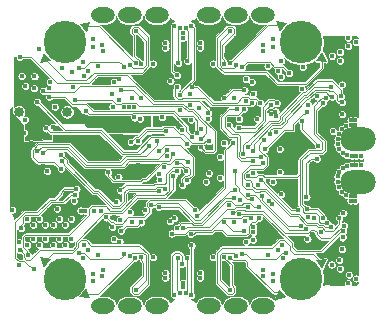
<source format=gbr>
G04 #@! TF.GenerationSoftware,KiCad,Pcbnew,(5.1.4)-1*
G04 #@! TF.CreationDate,2021-04-25T17:32:37+02:00*
G04 #@! TF.ProjectId,ultimateFC,756c7469-6d61-4746-9546-432e6b696361,rev?*
G04 #@! TF.SameCoordinates,Original*
G04 #@! TF.FileFunction,Copper,L7,Inr*
G04 #@! TF.FilePolarity,Positive*
%FSLAX46Y46*%
G04 Gerber Fmt 4.6, Leading zero omitted, Abs format (unit mm)*
G04 Created by KiCad (PCBNEW (5.1.4)-1) date 2021-04-25 17:32:37*
%MOMM*%
%LPD*%
G04 APERTURE LIST*
%ADD10C,0.850000*%
%ADD11O,3.000000X2.000000*%
%ADD12C,0.500000*%
%ADD13C,0.250000*%
%ADD14O,2.000000X1.300000*%
%ADD15O,0.400000X0.400000*%
%ADD16C,3.600000*%
%ADD17C,0.400000*%
%ADD18C,0.100000*%
G04 APERTURE END LIST*
D10*
X192500000Y-64925000D03*
X196600000Y-64925000D03*
X192460000Y-79070000D03*
X196560000Y-79070000D03*
D11*
X197350000Y-73800000D03*
X197350000Y-70200000D03*
D12*
X174250000Y-60650000D03*
D13*
G36*
X174683260Y-60307530D02*
G01*
X174361761Y-61190841D01*
X173761360Y-60472150D01*
X174683260Y-60307530D01*
X174683260Y-60307530D01*
G37*
D12*
X170800000Y-63450000D03*
D13*
G36*
X170720043Y-62903551D02*
G01*
X171324263Y-63623632D01*
X170401657Y-63784250D01*
X170720043Y-62903551D01*
X170720043Y-62903551D01*
G37*
D12*
X174254562Y-83353828D03*
D13*
G36*
X173730299Y-83527460D02*
G01*
X174334519Y-82807379D01*
X174652905Y-83688078D01*
X173730299Y-83527460D01*
X173730299Y-83527460D01*
G37*
D12*
X170800000Y-80550000D03*
D13*
G36*
X171324263Y-80376368D02*
G01*
X170720043Y-81096449D01*
X170401657Y-80215750D01*
X171324263Y-80376368D01*
X171324263Y-80376368D01*
G37*
D12*
X190800000Y-83450000D03*
D13*
G36*
X190672721Y-82912599D02*
G01*
X191337401Y-83577279D01*
X190432304Y-83817696D01*
X190672721Y-82912599D01*
X190672721Y-82912599D01*
G37*
D12*
X194250000Y-80660000D03*
D13*
G36*
X194282027Y-81211339D02*
G01*
X193742865Y-80441336D01*
X194675959Y-80361740D01*
X194282027Y-81211339D01*
X194282027Y-81211339D01*
G37*
D14*
X175720000Y-84300000D03*
D15*
X174920000Y-84300000D03*
X175120000Y-83950000D03*
X175520000Y-83850000D03*
X176520000Y-84300000D03*
X176320000Y-83950000D03*
X175920000Y-83850000D03*
X178220000Y-83850000D03*
X178620000Y-83950000D03*
X178820000Y-84300000D03*
X177820000Y-83850000D03*
X177420000Y-83950000D03*
X177220000Y-84300000D03*
D14*
X178020000Y-84300000D03*
X180320000Y-84300000D03*
D15*
X179520000Y-84300000D03*
X179720000Y-83950000D03*
X180120000Y-83850000D03*
X181120000Y-84300000D03*
X180920000Y-83950000D03*
X180520000Y-83850000D03*
X189080000Y-83850000D03*
X188680000Y-83950000D03*
X188480000Y-84300000D03*
X189480000Y-83850000D03*
X189880000Y-83950000D03*
X190080000Y-84300000D03*
D14*
X189280000Y-84300000D03*
X189280000Y-59700000D03*
D15*
X190080000Y-59700000D03*
X189880000Y-60050000D03*
X189480000Y-60150000D03*
X188480000Y-59700000D03*
X188680000Y-60050000D03*
X189080000Y-60150000D03*
X186780000Y-83850000D03*
X186380000Y-83950000D03*
X186180000Y-84300000D03*
X187180000Y-83850000D03*
X187580000Y-83950000D03*
X187780000Y-84300000D03*
D14*
X186980000Y-84300000D03*
D15*
X186780000Y-60150000D03*
X186380000Y-60050000D03*
X186180000Y-59700000D03*
X187180000Y-60150000D03*
X187580000Y-60050000D03*
X187780000Y-59700000D03*
D14*
X186980000Y-59700000D03*
X184680000Y-84300000D03*
D15*
X185480000Y-84300000D03*
X185280000Y-83950000D03*
X184880000Y-83850000D03*
X183880000Y-84300000D03*
X184080000Y-83950000D03*
X184480000Y-83850000D03*
D14*
X184680000Y-59700000D03*
D15*
X185480000Y-59700000D03*
X185280000Y-60050000D03*
X184880000Y-60150000D03*
X183880000Y-59700000D03*
X184080000Y-60050000D03*
X184480000Y-60150000D03*
X178220000Y-60150000D03*
X178620000Y-60050000D03*
X178820000Y-59700000D03*
X177820000Y-60150000D03*
X177420000Y-60050000D03*
X177220000Y-59700000D03*
D14*
X178020000Y-59700000D03*
D15*
X180520000Y-60150000D03*
X180920000Y-60050000D03*
X181120000Y-59700000D03*
X180120000Y-60150000D03*
X179720000Y-60050000D03*
X179520000Y-59700000D03*
D14*
X180320000Y-59700000D03*
D15*
X175920000Y-60150000D03*
X176320000Y-60050000D03*
X176520000Y-59700000D03*
X175520000Y-60150000D03*
X175120000Y-60050000D03*
X174920000Y-59700000D03*
D14*
X175720000Y-59700000D03*
D16*
X172500000Y-82000000D03*
X172500000Y-62000000D03*
X192500000Y-62000000D03*
X192500000Y-82000000D03*
D12*
X190792929Y-60542929D03*
D13*
G36*
X191317192Y-60369297D02*
G01*
X190712972Y-61089378D01*
X190394586Y-60208679D01*
X191317192Y-60369297D01*
X191317192Y-60369297D01*
G37*
D12*
X194250000Y-63350000D03*
D13*
G36*
X193742865Y-63568664D02*
G01*
X194282027Y-62798661D01*
X194675959Y-63648260D01*
X193742865Y-63568664D01*
X193742865Y-63568664D01*
G37*
D10*
X172700000Y-67900000D03*
X168600000Y-67900000D03*
D17*
X195125000Y-82000000D03*
X195125000Y-61925000D03*
X195800000Y-82400000D03*
X195800000Y-81674999D03*
X196500000Y-62825000D03*
X195800000Y-62325000D03*
X170350000Y-77450001D03*
X170850000Y-76950000D03*
X169850000Y-76950000D03*
X169350000Y-77450001D03*
X173050000Y-77450001D03*
X172550000Y-76950000D03*
X171550000Y-76950000D03*
X172050000Y-77450001D03*
X173050000Y-79150001D03*
X172550000Y-78650000D03*
X171550000Y-78650000D03*
X172050000Y-79150001D03*
X170850000Y-79150001D03*
X169850000Y-79150001D03*
X170350000Y-78650000D03*
X169350000Y-78650000D03*
X186990000Y-81550000D03*
X186200000Y-80930000D03*
X186980000Y-82364980D03*
X186990000Y-81950000D03*
X185579998Y-78690000D03*
X189370000Y-78720000D03*
X189780000Y-78700000D03*
X184530000Y-80200000D03*
X182500000Y-81300000D03*
X186990000Y-62450000D03*
X186200000Y-63070000D03*
X186980000Y-61635020D03*
X186990000Y-62050000D03*
X185579998Y-65310000D03*
X189370000Y-65280000D03*
X189780000Y-65300000D03*
X185579998Y-65818000D03*
X178010000Y-62450000D03*
X178800000Y-63070000D03*
X178020000Y-61635020D03*
X178010000Y-62050000D03*
X179420002Y-65310000D03*
X175630000Y-65280000D03*
X175220000Y-65300000D03*
X180470000Y-63800000D03*
X179420002Y-65818000D03*
X182500000Y-62700000D03*
X180770000Y-78400000D03*
X179420002Y-78182000D03*
X179420002Y-78690000D03*
X175630000Y-78720000D03*
X175220000Y-78700000D03*
X180470000Y-80200000D03*
X178800000Y-80930000D03*
X178020000Y-82364980D03*
X178010000Y-81550000D03*
X178010000Y-81950000D03*
X184555977Y-63760987D03*
X184124998Y-65100000D03*
X184850000Y-70900000D03*
X170700000Y-72500000D03*
X172600000Y-73800000D03*
X172600000Y-74800000D03*
X174400000Y-73000000D03*
X175407592Y-72992408D03*
X176600000Y-71800000D03*
X178700000Y-76100000D03*
X194124986Y-69500000D03*
X188050000Y-68500000D03*
X186450000Y-68500000D03*
X175250000Y-67450000D03*
X169050000Y-69650000D03*
X171650000Y-67450000D03*
X169650000Y-70550000D03*
X169162500Y-65700000D03*
X168850000Y-64850000D03*
X169150000Y-68550000D03*
X177021705Y-75019075D03*
X176640000Y-76825000D03*
X178050554Y-74971598D03*
X174350000Y-70475000D03*
X176275000Y-71050002D03*
X176827505Y-71422495D03*
X173900000Y-70600000D03*
X196043019Y-64460873D03*
X193078324Y-64450010D03*
X195969188Y-75990011D03*
X171500000Y-69149990D03*
X178700000Y-73150000D03*
X168725000Y-72675000D03*
X169525000Y-72650000D03*
X170225000Y-72675000D03*
X168000000Y-74175000D03*
X168775000Y-75700000D03*
X169549998Y-75700000D03*
X170300000Y-75750000D03*
X168573136Y-76307597D03*
X180970010Y-79575000D03*
X184039990Y-64375000D03*
X196010000Y-67597411D03*
X194800000Y-70100000D03*
X194900000Y-70800000D03*
X193541292Y-66937054D03*
X184702315Y-72000000D03*
X185235890Y-72860892D03*
X173590000Y-72510000D03*
X168350000Y-68850000D03*
X168350000Y-69925000D03*
X168000000Y-73625000D03*
X168000000Y-74725000D03*
X196500000Y-63550000D03*
X197175000Y-63150000D03*
X183300010Y-69302963D03*
X180975000Y-68800000D03*
X182049013Y-68875987D03*
X170725000Y-73325000D03*
X177900000Y-70909979D03*
X178699996Y-72420032D03*
X190880000Y-74260000D03*
X189960000Y-73020000D03*
X168680000Y-78340000D03*
X168700000Y-80110000D03*
X172420000Y-70230000D03*
X171190000Y-76160000D03*
X169900000Y-65900004D03*
X169937045Y-64882739D03*
X193479271Y-78268888D03*
X177700000Y-73020010D03*
X179880000Y-73730000D03*
X183690010Y-72950000D03*
X179440000Y-72500000D03*
X185579998Y-78240010D03*
X184180604Y-78450021D03*
X180800000Y-65630001D03*
X193825000Y-73050000D03*
X193825000Y-73800000D03*
X193825000Y-74200000D03*
X193825000Y-74600000D03*
X193425000Y-74600000D03*
X193425000Y-74200000D03*
X193425000Y-73800000D03*
X193425000Y-73050000D03*
X193825000Y-72375000D03*
X193425000Y-72325000D03*
X195800000Y-61600000D03*
X196550000Y-81175000D03*
X197175000Y-80825000D03*
X196575000Y-80450000D03*
X196000000Y-80000000D03*
X172550000Y-77450001D03*
X173050000Y-76950000D03*
X172050000Y-76950000D03*
X171550000Y-77450001D03*
X172550000Y-79150001D03*
X173050000Y-78650000D03*
X172050000Y-78650000D03*
X171550000Y-79150001D03*
X188470000Y-77650000D03*
X187860000Y-78880000D03*
X188470000Y-66350000D03*
X187860000Y-65120000D03*
X176530000Y-66350000D03*
X177140000Y-65120000D03*
X177170000Y-77020000D03*
X176530000Y-77650000D03*
X177140000Y-78880000D03*
X178190000Y-77180000D03*
X196000000Y-68100000D03*
X196033399Y-78518755D03*
X193118682Y-76823707D03*
X173271355Y-75400170D03*
X173159326Y-64501195D03*
X171200000Y-65900000D03*
X173850000Y-76250000D03*
X178189418Y-66749967D03*
X174249979Y-76258337D03*
X174950000Y-76273365D03*
X195975000Y-65575000D03*
X192650000Y-64100000D03*
X173200000Y-65800010D03*
X196100148Y-76472569D03*
X190350000Y-68279978D03*
X189950000Y-68110000D03*
X190340000Y-67870000D03*
X193050000Y-78640000D03*
X193100000Y-67290000D03*
X195970000Y-79500000D03*
X177086455Y-66899990D03*
X178890000Y-68479998D03*
X187780000Y-77090000D03*
X186810000Y-77190011D03*
X186807889Y-66755382D03*
X187830180Y-66949995D03*
X188470000Y-78060000D03*
X170850000Y-77450001D03*
X170350000Y-76950000D03*
X169350000Y-76950000D03*
X169850000Y-77450001D03*
X169350000Y-79150001D03*
X170350000Y-79150001D03*
X169850000Y-78650000D03*
X185030000Y-80200000D03*
X179970000Y-63800000D03*
X179970000Y-80200000D03*
X185054304Y-63802000D03*
X184050000Y-69300000D03*
X185650000Y-73475002D03*
X185650000Y-71700000D03*
X185993092Y-70524998D03*
X178025000Y-76400000D03*
X179325000Y-76239990D03*
X187250000Y-68500000D03*
X170850000Y-78650000D03*
X175575000Y-76250000D03*
X176884839Y-75499979D03*
X188813416Y-68510830D03*
X172250000Y-64150000D03*
X171266640Y-65366640D03*
X195200000Y-69500000D03*
X194178268Y-78074355D03*
X192566436Y-65913818D03*
X193886365Y-66575202D03*
X170300001Y-62536364D03*
X182450000Y-69400000D03*
X190810000Y-74873576D03*
X178398916Y-68363730D03*
X171010000Y-72910000D03*
X193650000Y-76900000D03*
X180530000Y-73670000D03*
X190062495Y-75717505D03*
X189777495Y-75432505D03*
X197175000Y-82000000D03*
X196500000Y-82400000D03*
X195800000Y-81175000D03*
X196500001Y-62325000D03*
X197175000Y-61975000D03*
X183971007Y-81535983D03*
X183972436Y-81939725D03*
X190100000Y-82250000D03*
X190100000Y-81600000D03*
X182500000Y-82750000D03*
X189305000Y-81760000D03*
X189280000Y-81300000D03*
X183971007Y-62464017D03*
X183972436Y-62060275D03*
X190100000Y-61750000D03*
X190100000Y-62400000D03*
X189305000Y-62240000D03*
X189280000Y-62700000D03*
X182500000Y-61650002D03*
X181028993Y-62464017D03*
X181027564Y-62060275D03*
X174900000Y-61750000D03*
X174900000Y-62400000D03*
X182500000Y-61250000D03*
X175695000Y-62240000D03*
X175720000Y-62700000D03*
X182500000Y-82349998D03*
X175695000Y-81760000D03*
X175720000Y-81300000D03*
X181028993Y-81535983D03*
X181027564Y-81939725D03*
X174900000Y-82250000D03*
X174900000Y-81600000D03*
X183079988Y-66349990D03*
X177550000Y-67450000D03*
X177950000Y-67450000D03*
X178350000Y-67449978D03*
X197100000Y-68600000D03*
X196700000Y-68600000D03*
X197600000Y-71600000D03*
X197200000Y-71600000D03*
X196800000Y-71600000D03*
X196400000Y-71550000D03*
X196050000Y-71350000D03*
X197100000Y-69000000D03*
X196700000Y-69000000D03*
X195750000Y-71050000D03*
X195600000Y-70650000D03*
X195600000Y-70200000D03*
X195700000Y-69750000D03*
X195950000Y-69350000D03*
X196300000Y-69100000D03*
X195799999Y-62825000D03*
X195800000Y-63550000D03*
X195125000Y-63150000D03*
X195100000Y-80825000D03*
X181770000Y-76900000D03*
X181420014Y-77150000D03*
X183140000Y-67310000D03*
X183840000Y-67570000D03*
X196500000Y-61600000D03*
X196550000Y-81675000D03*
X195750000Y-80450000D03*
X186750018Y-70499999D03*
X183705330Y-76703507D03*
X195950000Y-74650000D03*
X196300000Y-74900000D03*
X197100000Y-75400000D03*
X196700000Y-75400000D03*
X197200000Y-72400000D03*
X197600000Y-72400000D03*
X195600000Y-73350000D03*
X195750000Y-72950000D03*
X197100000Y-75000000D03*
X196800000Y-72400000D03*
X196700000Y-75000000D03*
X196050000Y-72650000D03*
X195700000Y-74250000D03*
X195600000Y-73800000D03*
X196400000Y-72450000D03*
X193044173Y-67867942D03*
X189424682Y-71062225D03*
X192560000Y-68680000D03*
X193949979Y-70760112D03*
X186528895Y-63766741D03*
X183210000Y-60584581D03*
X182230000Y-66439959D03*
X186019990Y-66750012D03*
X187720432Y-66060000D03*
X188340000Y-65350000D03*
X186026237Y-63808216D03*
X186480000Y-61050000D03*
X187013061Y-63941170D03*
X190561469Y-64406915D03*
X189680000Y-64000000D03*
X174438531Y-64406915D03*
X175320000Y-64000000D03*
X178499785Y-63750999D03*
X181790000Y-60584581D03*
X182000000Y-64800000D03*
X177279568Y-66060000D03*
X178987552Y-66750012D03*
X176660000Y-65350000D03*
X178996477Y-63808517D03*
X187120000Y-67650000D03*
X188420000Y-72070019D03*
X181450000Y-65300000D03*
X182250000Y-60810000D03*
X182120000Y-63750000D03*
X178520000Y-61050000D03*
X178022625Y-63919289D03*
X173750000Y-64150001D03*
X177520002Y-64060000D03*
X174050007Y-63699990D03*
X174120000Y-64874439D03*
X190561469Y-79593085D03*
X189680000Y-80000000D03*
X175320000Y-80000000D03*
X174438531Y-79593085D03*
X195756067Y-76893933D03*
X189251094Y-72193350D03*
X194586377Y-66684143D03*
X180450000Y-75970000D03*
X188050000Y-73350010D03*
X194677066Y-77276463D03*
X186850007Y-75200011D03*
X179850000Y-75750000D03*
X194339081Y-67135477D03*
X186900000Y-74500000D03*
X194350011Y-76898248D03*
X189160688Y-73660688D03*
X188480259Y-73045266D03*
X193050012Y-76123697D03*
X192290000Y-76190000D03*
X190439709Y-67169017D03*
X187224490Y-69229970D03*
X189950000Y-67270000D03*
X186400012Y-69018287D03*
X195063202Y-65763202D03*
X188040000Y-70830002D03*
X195058739Y-77599477D03*
X189359998Y-70260000D03*
X192470000Y-77580000D03*
X189230000Y-74979998D03*
X188049994Y-74900000D03*
X192900001Y-77835167D03*
X189900000Y-69749998D03*
X195100000Y-66600000D03*
X186528895Y-80233259D03*
X183210000Y-83415419D03*
X183230000Y-79200000D03*
X188420000Y-78710000D03*
X186019990Y-77249988D03*
X187720432Y-77940000D03*
X178474682Y-80234589D03*
X181790000Y-83415419D03*
X182417512Y-80792488D03*
X176660000Y-78650000D03*
X177279568Y-77940000D03*
X178980010Y-77249988D03*
X187660000Y-67650000D03*
X189090000Y-71720000D03*
X186026237Y-80191784D03*
X188400000Y-75300000D03*
X186896434Y-72900000D03*
X181979990Y-77728897D03*
X188920000Y-75940000D03*
X182750000Y-60810000D03*
X182879916Y-63604987D03*
X182750000Y-83190000D03*
X182880000Y-80250000D03*
X186480000Y-82950000D03*
X187008350Y-80064533D03*
X190825001Y-63574999D03*
X190827225Y-64903369D03*
X191500000Y-64600000D03*
X187500002Y-64120000D03*
X191250000Y-79849999D03*
X187500000Y-79900000D03*
X190949993Y-80300010D03*
X190880000Y-79125561D03*
X178973763Y-80191784D03*
X182490000Y-77720000D03*
X188000000Y-75970000D03*
X182120000Y-80250000D03*
X182250000Y-83190000D03*
X178520000Y-82950000D03*
X178006031Y-80060296D03*
X173750000Y-79849999D03*
X177518417Y-79949641D03*
X174120000Y-79125561D03*
X174050007Y-80300010D03*
X177050002Y-73390000D03*
X176553976Y-67450000D03*
X196084435Y-78012636D03*
X187269891Y-76510021D03*
X196170000Y-77520000D03*
X186770001Y-76490000D03*
X183210000Y-68550000D03*
X182280000Y-67740000D03*
X190100000Y-73810004D03*
X190700000Y-72990000D03*
X168065948Y-76184716D03*
X180500000Y-74599989D03*
X172231711Y-72081495D03*
X180956917Y-74396926D03*
X172210000Y-71540000D03*
X184644000Y-68479816D03*
X182849995Y-70599982D03*
X170180000Y-67027478D03*
X173400000Y-74900013D03*
X168824999Y-77749999D03*
X170930000Y-69290000D03*
X179622495Y-70747495D03*
X176025000Y-76825000D03*
X183534052Y-76233746D03*
X178700002Y-70380000D03*
X181075000Y-69525000D03*
X181160000Y-71590000D03*
X182450000Y-74100000D03*
X182050002Y-72199983D03*
X180483928Y-73172115D03*
X174300000Y-67800000D03*
X183281510Y-70018490D03*
X180930000Y-72600000D03*
X184000000Y-70150000D03*
X173350000Y-66900000D03*
X184699986Y-70400000D03*
X178100002Y-70450000D03*
X190700000Y-71050000D03*
X190399988Y-69585678D03*
X186403502Y-75766498D03*
X195900010Y-66588333D03*
X187626672Y-71433908D03*
X187340328Y-75391786D03*
X196001049Y-67097401D03*
X188450003Y-71200015D03*
X188050000Y-74100000D03*
X188844584Y-74086880D03*
X182850000Y-73700000D03*
X180450000Y-71200000D03*
X184450000Y-73800000D03*
X184699988Y-73100000D03*
X171200000Y-66600000D03*
X183689353Y-69695137D03*
X184050000Y-70900000D03*
X170700000Y-66099994D03*
X181710000Y-71450000D03*
X170686760Y-71350010D03*
X181187824Y-71090773D03*
X170188487Y-71238487D03*
X168650000Y-80880000D03*
X168650000Y-78930000D03*
X169407512Y-80047512D03*
X182040000Y-72910000D03*
X181710867Y-73299894D03*
X168700000Y-79580000D03*
X169875000Y-81200000D03*
X173495648Y-74407261D03*
X168700000Y-63249998D03*
X184630000Y-67980000D03*
X180750000Y-68349997D03*
X180355016Y-70399990D03*
X172170000Y-72710000D03*
X171870000Y-76100000D03*
X179390000Y-68570000D03*
X171110000Y-69960000D03*
X168395301Y-67054038D03*
X169250000Y-63700018D03*
X183253758Y-65823758D03*
X189050000Y-67150000D03*
X188920002Y-76870000D03*
X183159998Y-78220000D03*
X188327541Y-67149859D03*
X182000000Y-65780000D03*
X181560000Y-78190000D03*
X188293994Y-76870010D03*
X177199649Y-74541966D03*
X182760000Y-72880000D03*
X182900000Y-72142700D03*
X176180000Y-73010000D03*
X193823720Y-71850679D03*
X192970000Y-75110000D03*
D18*
X189777495Y-75432505D02*
X190062495Y-75717505D01*
X186100000Y-71150017D02*
X186100000Y-74308837D01*
X186750018Y-70499999D02*
X186100000Y-71150017D01*
X186100000Y-74308837D02*
X183905329Y-76503508D01*
X183905329Y-76503508D02*
X183705330Y-76703507D01*
X191816818Y-69400000D02*
X191817158Y-69400000D01*
X191816818Y-68905180D02*
X191816818Y-69400000D01*
X192654057Y-68067941D02*
X191816818Y-68905180D01*
X193044173Y-67867942D02*
X192844174Y-68067941D01*
X192844174Y-68067941D02*
X192654057Y-68067941D01*
X191816818Y-69400000D02*
X191086907Y-69400000D01*
X191086907Y-69400000D02*
X189624681Y-70862226D01*
X189624681Y-70862226D02*
X189424682Y-71062225D01*
X193749980Y-70560113D02*
X193949979Y-70760112D01*
X192560000Y-69370133D02*
X193749980Y-70560113D01*
X192560000Y-68680000D02*
X192560000Y-69370133D01*
X189752707Y-60542929D02*
X190415423Y-60542929D01*
X186528895Y-63766741D02*
X189752707Y-60542929D01*
X190415423Y-60542929D02*
X190792929Y-60542929D01*
X182429999Y-66150001D02*
X182429999Y-66239960D01*
X183409999Y-65170001D02*
X182429999Y-66150001D01*
X183409999Y-60784580D02*
X183409999Y-65170001D01*
X183210000Y-60584581D02*
X183409999Y-60784580D01*
X182429999Y-66239960D02*
X182230000Y-66439959D01*
X186219989Y-66550013D02*
X186019990Y-66750012D01*
X186710002Y-66060000D02*
X186219989Y-66550013D01*
X187720432Y-66060000D02*
X186710002Y-66060000D01*
X186026237Y-63525374D02*
X186026237Y-63808216D01*
X185849999Y-63349136D02*
X186026237Y-63525374D01*
X186830001Y-60881999D02*
X186830001Y-61237009D01*
X186648001Y-60699999D02*
X186830001Y-60881999D01*
X186830001Y-61237009D02*
X185849999Y-62217011D01*
X186311999Y-60699999D02*
X186648001Y-60699999D01*
X185404305Y-61607693D02*
X186311999Y-60699999D01*
X185404305Y-63987144D02*
X185404305Y-61607693D01*
X189531307Y-64533305D02*
X185950466Y-64533305D01*
X190498003Y-65500001D02*
X189531307Y-64533305D01*
X185849999Y-62217011D02*
X185849999Y-63349136D01*
X185950466Y-64533305D02*
X185404305Y-63987144D01*
X192899999Y-65500001D02*
X190498003Y-65500001D01*
X194250000Y-64150000D02*
X192899999Y-65500001D01*
X194250000Y-63350000D02*
X194250000Y-64150000D01*
X185649988Y-63949971D02*
X185860016Y-64159999D01*
X185860016Y-64159999D02*
X186794232Y-64159999D01*
X186794232Y-64159999D02*
X186813062Y-64141169D01*
X185649988Y-61880012D02*
X185649988Y-63949971D01*
X186813062Y-64141169D02*
X187013061Y-63941170D01*
X186480000Y-61050000D02*
X185649988Y-61880012D01*
X175398786Y-60650000D02*
X178299786Y-63551000D01*
X178299786Y-63551000D02*
X178499785Y-63750999D01*
X174250000Y-60650000D02*
X175398786Y-60650000D01*
X181790000Y-60584581D02*
X181590001Y-60784580D01*
X181590001Y-60784580D02*
X181590001Y-64390001D01*
X181800001Y-64600001D02*
X182000000Y-64800000D01*
X181590001Y-64390001D02*
X181800001Y-64600001D01*
X178980010Y-66750012D02*
X178987552Y-66750012D01*
X178289998Y-66060000D02*
X178980010Y-66750012D01*
X177279568Y-66060000D02*
X178289998Y-66060000D01*
X174942452Y-64569989D02*
X179012850Y-64569989D01*
X178169999Y-61219999D02*
X178370001Y-61420001D01*
X178688001Y-60699999D02*
X178351999Y-60699999D01*
X179012850Y-64569989D02*
X179550022Y-64032817D01*
X178682633Y-63402716D02*
X178996477Y-63716560D01*
X178625082Y-63402716D02*
X178682633Y-63402716D01*
X172574440Y-65224440D02*
X174288001Y-65224440D01*
X174288001Y-65224440D02*
X174942452Y-64569989D01*
X170800000Y-63450000D02*
X172574440Y-65224440D01*
X178370001Y-61420001D02*
X178370001Y-63147635D01*
X178351999Y-60699999D02*
X178169999Y-60881999D01*
X178996477Y-63716560D02*
X178996477Y-63808517D01*
X179550022Y-61562020D02*
X178688001Y-60699999D01*
X179550022Y-64032817D02*
X179550022Y-61562020D01*
X178169999Y-60881999D02*
X178169999Y-61219999D01*
X178370001Y-63147635D02*
X178625082Y-63402716D01*
X188137158Y-72070019D02*
X188420000Y-72070019D01*
X185750000Y-69282858D02*
X186447142Y-69980000D01*
X186450000Y-67650000D02*
X185750000Y-68350000D01*
X187461923Y-72070019D02*
X188137158Y-72070019D01*
X187076660Y-71684756D02*
X187461923Y-72070019D01*
X187101432Y-69984290D02*
X187101432Y-71150206D01*
X186447142Y-69980000D02*
X187097142Y-69980000D01*
X187120000Y-67650000D02*
X186450000Y-67650000D01*
X185750000Y-68350000D02*
X185750000Y-69282858D01*
X187101432Y-71150206D02*
X187076660Y-71174978D01*
X187076660Y-71174978D02*
X187076660Y-71684756D01*
X187097142Y-69980000D02*
X187101432Y-69984290D01*
X182120000Y-60940000D02*
X182250000Y-60810000D01*
X182120000Y-63750000D02*
X182120000Y-60940000D01*
X179350012Y-63949971D02*
X179139984Y-64159999D01*
X179139984Y-64159999D02*
X178263335Y-64159999D01*
X178520000Y-61050000D02*
X179350012Y-61880012D01*
X179350012Y-61880012D02*
X179350012Y-63949971D01*
X178263335Y-64159999D02*
X178222624Y-64119288D01*
X178222624Y-64119288D02*
X178022625Y-63919289D01*
X177320003Y-63860001D02*
X177520002Y-64060000D01*
X174119526Y-64150001D02*
X174619527Y-63650000D01*
X173750000Y-64150001D02*
X174119526Y-64150001D01*
X174619527Y-63650000D02*
X177110002Y-63650000D01*
X177110002Y-63650000D02*
X177320003Y-63860001D01*
X192244130Y-76750013D02*
X191603007Y-76750013D01*
X194276228Y-77676483D02*
X193981534Y-77676482D01*
X189024423Y-72420021D02*
X189051095Y-72393349D01*
X193765062Y-77460010D02*
X192954127Y-77460010D01*
X192954127Y-77460010D02*
X192244130Y-76750013D01*
X188399126Y-74450001D02*
X187881999Y-74450001D01*
X193981534Y-77676482D02*
X193765062Y-77460010D01*
X187499989Y-74067991D02*
X187499990Y-73097154D01*
X189462993Y-74609999D02*
X189061999Y-74609999D01*
X188177123Y-72420021D02*
X189024423Y-72420021D01*
X188599146Y-74650021D02*
X188399126Y-74450001D01*
X195226740Y-77949478D02*
X194549223Y-77949478D01*
X194549223Y-77949478D02*
X194276228Y-77676483D01*
X189021977Y-74650021D02*
X188599146Y-74650021D01*
X189061999Y-74609999D02*
X189021977Y-74650021D01*
X195756067Y-77420151D02*
X195226740Y-77949478D01*
X189051095Y-72393349D02*
X189251094Y-72193350D01*
X195756067Y-76893933D02*
X195756067Y-77420151D01*
X187499990Y-73097154D02*
X188177123Y-72420021D01*
X191603007Y-76750013D02*
X189462993Y-74609999D01*
X187881999Y-74450001D02*
X187499989Y-74067991D01*
X188673081Y-73442845D02*
X188142835Y-73442845D01*
X189268002Y-73249998D02*
X188865928Y-73249998D01*
X192399989Y-73150011D02*
X192159999Y-73390001D01*
X192159999Y-73390001D02*
X189408005Y-73390001D01*
X189408005Y-73390001D02*
X189268002Y-73249998D01*
X188142835Y-73442845D02*
X188050000Y-73350010D01*
X188865928Y-73249998D02*
X188673081Y-73442845D01*
X194299989Y-71050011D02*
X194299989Y-70482847D01*
X193574975Y-67421372D02*
X193891305Y-67105042D01*
X192399988Y-71917154D02*
X193167153Y-71149989D01*
X193891305Y-67105042D02*
X193891305Y-67077658D01*
X194303535Y-66684143D02*
X194586377Y-66684143D01*
X193891305Y-67077658D02*
X194284820Y-66684143D01*
X194284820Y-66684143D02*
X194303535Y-66684143D01*
X194200011Y-71149989D02*
X194299989Y-71050011D01*
X192399989Y-73150011D02*
X192399988Y-71917154D01*
X194299989Y-70482847D02*
X193574974Y-69757832D01*
X193574974Y-69757832D02*
X193574975Y-67421372D01*
X193167153Y-71149989D02*
X194200011Y-71149989D01*
X192700002Y-76052860D02*
X192700002Y-76350002D01*
X193741709Y-76473707D02*
X194000001Y-76731999D01*
X194000001Y-76731999D02*
X194000001Y-77129237D01*
X194000001Y-77129237D02*
X194147227Y-77276463D01*
X194394224Y-77276463D02*
X194677066Y-77276463D01*
X194147227Y-77276463D02*
X194394224Y-77276463D01*
X192399989Y-73150011D02*
X192399989Y-75752847D01*
X192823707Y-76473707D02*
X193741709Y-76473707D01*
X192399989Y-75752847D02*
X192700002Y-76052860D01*
X192700002Y-76350002D02*
X192823707Y-76473707D01*
X186567165Y-75200011D02*
X186850007Y-75200011D01*
X186089989Y-75200011D02*
X186567165Y-75200011D01*
X180450000Y-75970000D02*
X182193975Y-75970000D01*
X183483940Y-77259965D02*
X184030035Y-77259965D01*
X182193975Y-75970000D02*
X183483940Y-77259965D01*
X184030035Y-77259965D02*
X186089989Y-75200011D01*
X194350011Y-76615406D02*
X194350011Y-76898248D01*
X192599999Y-75669999D02*
X193060000Y-76130000D01*
X192599999Y-72000001D02*
X192599999Y-75669999D01*
X193250000Y-71350000D02*
X192599999Y-72000001D01*
X193774985Y-67699573D02*
X193774985Y-69674985D01*
X193774985Y-69674985D02*
X194500000Y-70400000D01*
X194339081Y-67135477D02*
X193774985Y-67699573D01*
X194500000Y-70400000D02*
X194500000Y-71150000D01*
X194500000Y-71150000D02*
X194300000Y-71350000D01*
X194300000Y-71350000D02*
X193250000Y-71350000D01*
X193858302Y-76123697D02*
X194350011Y-76615406D01*
X193050012Y-76123697D02*
X193858302Y-76123697D01*
X189160688Y-73660688D02*
X189360687Y-73860687D01*
X189360687Y-73860687D02*
X189360687Y-73925671D01*
X189360687Y-73925671D02*
X191625016Y-76190000D01*
X192007158Y-76190000D02*
X192290000Y-76190000D01*
X191625016Y-76190000D02*
X192007158Y-76190000D01*
X183566787Y-77059954D02*
X182080945Y-75574112D01*
X180308730Y-75574112D02*
X180132842Y-75750000D01*
X180132842Y-75750000D02*
X179850000Y-75750000D01*
X183947188Y-77059954D02*
X183566787Y-77059954D01*
X182080945Y-75574112D02*
X180308730Y-75574112D01*
X186850000Y-74550000D02*
X186457142Y-74550000D01*
X186457142Y-74550000D02*
X183947188Y-77059954D01*
X190439709Y-67169017D02*
X190190691Y-66919999D01*
X187507332Y-69229970D02*
X187224490Y-69229970D01*
X190190691Y-66919999D02*
X189781999Y-66919999D01*
X188638030Y-69229970D02*
X187507332Y-69229970D01*
X189249999Y-68618001D02*
X188638030Y-69229970D01*
X189781999Y-66919999D02*
X189249999Y-67451999D01*
X189249999Y-67451999D02*
X189249999Y-68618001D01*
X189450010Y-68700848D02*
X188570879Y-69579979D01*
X186961704Y-69579979D02*
X186600011Y-69218286D01*
X189450010Y-67769990D02*
X189450010Y-68700848D01*
X189950000Y-67270000D02*
X189450010Y-67769990D01*
X188570879Y-69579979D02*
X186961704Y-69579979D01*
X186600011Y-69218286D02*
X186400012Y-69018287D01*
X189952858Y-68829998D02*
X188239999Y-70542857D01*
X193637655Y-65763202D02*
X192960881Y-66439976D01*
X188239999Y-70542857D02*
X188239999Y-70630003D01*
X195063202Y-65763202D02*
X193637655Y-65763202D01*
X190670860Y-68829998D02*
X189952858Y-68829998D01*
X190926831Y-68574027D02*
X190670860Y-68829998D01*
X190926831Y-68289449D02*
X190926831Y-68574027D01*
X192776304Y-66439976D02*
X190926831Y-68289449D01*
X188239999Y-70630003D02*
X188040000Y-70830002D01*
X192960881Y-66439976D02*
X192776304Y-66439976D01*
X194950010Y-77600000D02*
X194950533Y-77599477D01*
X194950533Y-77599477D02*
X195058739Y-77599477D01*
X189545840Y-74409988D02*
X188979151Y-74409989D01*
X187700000Y-73518012D02*
X187700000Y-73180002D01*
X189238002Y-71369998D02*
X189170000Y-71369998D01*
X191685854Y-76550002D02*
X189545840Y-74409988D01*
X193847909Y-77259999D02*
X193036974Y-77259999D01*
X188950000Y-71149998D02*
X188950000Y-70669998D01*
X195031752Y-77626464D02*
X194509067Y-77626464D01*
X189159999Y-70459999D02*
X189359998Y-70260000D01*
X187881999Y-73700011D02*
X187700000Y-73518012D01*
X188681993Y-74450010D02*
X188400001Y-74168020D01*
X188168013Y-73700011D02*
X187881999Y-73700011D01*
X194064382Y-77476472D02*
X193847909Y-77259999D01*
X187700000Y-73180002D02*
X188190002Y-72690000D01*
X189601096Y-71733092D02*
X189238002Y-71369998D01*
X194359075Y-77476472D02*
X194064382Y-77476472D01*
X193036974Y-77259999D02*
X192326977Y-76550002D01*
X188939130Y-74450010D02*
X188681993Y-74450010D01*
X188950000Y-70669998D02*
X189159999Y-70459999D01*
X194509067Y-77626464D02*
X194359075Y-77476472D01*
X188979151Y-74409989D02*
X188939130Y-74450010D01*
X189601096Y-72361352D02*
X189601096Y-71733092D01*
X188400001Y-73931999D02*
X188168013Y-73700011D01*
X188190002Y-72690000D02*
X189272448Y-72690000D01*
X188400001Y-74168020D02*
X188400001Y-73931999D01*
X192326977Y-76550002D02*
X191685854Y-76550002D01*
X189272448Y-72690000D02*
X189601096Y-72361352D01*
X189170000Y-71369998D02*
X188950000Y-71149998D01*
X195058739Y-77599477D02*
X195031752Y-77626464D01*
X189230000Y-75382842D02*
X189230000Y-75262840D01*
X191427158Y-77580000D02*
X189230000Y-75382842D01*
X189230000Y-75262840D02*
X189230000Y-74979998D01*
X192470000Y-77580000D02*
X191427158Y-77580000D01*
X192805166Y-77930002D02*
X192900001Y-77835167D01*
X191490002Y-77930002D02*
X192805166Y-77930002D01*
X189030000Y-75470000D02*
X191490002Y-77930002D01*
X189030000Y-75330000D02*
X189030000Y-75470000D01*
X188049994Y-74900000D02*
X188600000Y-74900000D01*
X188600000Y-74900000D02*
X189030000Y-75330000D01*
X190836552Y-69230018D02*
X191158285Y-68908285D01*
X190137138Y-69230018D02*
X190836552Y-69230018D01*
X189900000Y-69749998D02*
X189900000Y-69467156D01*
X189900000Y-69467156D02*
X190137138Y-69230018D01*
X193126573Y-66839996D02*
X193766549Y-66200020D01*
X193032002Y-66839996D02*
X193126573Y-66839996D01*
X191326849Y-68545149D02*
X193032002Y-66839996D01*
X191158285Y-68908285D02*
X191326849Y-68739721D01*
X191326849Y-68739721D02*
X191326849Y-68545149D01*
X193766549Y-66200020D02*
X194600000Y-66200020D01*
X194600000Y-66200020D02*
X194999980Y-66600000D01*
X194999980Y-66600000D02*
X195100000Y-66600000D01*
X187800402Y-80433258D02*
X187967144Y-80600000D01*
X186528895Y-80233259D02*
X186728894Y-80433258D01*
X186728894Y-80433258D02*
X187800402Y-80433258D01*
X187967144Y-80940146D02*
X187967144Y-80600000D01*
X190192934Y-83165936D02*
X187967144Y-80940146D01*
X190800000Y-83450000D02*
X190515936Y-83165936D01*
X190515936Y-83165936D02*
X190192934Y-83165936D01*
X183230000Y-79200000D02*
X183230000Y-83395419D01*
X183230000Y-83395419D02*
X183210000Y-83415419D01*
X186710002Y-77940000D02*
X186219989Y-77449987D01*
X186219989Y-77449987D02*
X186019990Y-77249988D01*
X187720432Y-77940000D02*
X186710002Y-77940000D01*
X178274683Y-80434588D02*
X178474682Y-80234589D01*
X175355443Y-83353828D02*
X178274683Y-80434588D01*
X174254562Y-83353828D02*
X175355443Y-83353828D01*
X181590001Y-83215420D02*
X181590001Y-80069999D01*
X182470001Y-80649999D02*
X182410000Y-80710000D01*
X181790000Y-83415419D02*
X181590001Y-83215420D01*
X181590001Y-80069999D02*
X181840000Y-79820000D01*
X181840000Y-79820000D02*
X182208002Y-79820000D01*
X182208002Y-79820000D02*
X182470001Y-80081999D01*
X182470001Y-80081999D02*
X182470001Y-80649999D01*
X178663578Y-77540000D02*
X178953590Y-77249988D01*
X177279568Y-77940000D02*
X177679568Y-77540000D01*
X177679568Y-77540000D02*
X178663578Y-77540000D01*
X178953590Y-77249988D02*
X178980010Y-77249988D01*
X187794673Y-71783909D02*
X187858582Y-71720000D01*
X187301443Y-69901443D02*
X187301443Y-71233053D01*
X186049998Y-68350002D02*
X186049998Y-69185994D01*
X187301443Y-71233053D02*
X187276671Y-71257825D01*
X187160000Y-68150000D02*
X186250000Y-68150000D01*
X187660000Y-67650000D02*
X187160000Y-68150000D01*
X186049998Y-69185994D02*
X186643993Y-69779989D01*
X188807158Y-71720000D02*
X189090000Y-71720000D01*
X187858582Y-71720000D02*
X188807158Y-71720000D01*
X187458671Y-71783909D02*
X187794673Y-71783909D01*
X187276671Y-71601909D02*
X187458671Y-71783909D01*
X187276671Y-71257825D02*
X187276671Y-71601909D01*
X187179990Y-69779990D02*
X187301443Y-69901443D01*
X186643993Y-69779989D02*
X187179990Y-69779990D01*
X186250000Y-68150000D02*
X186049998Y-68350002D01*
X193540000Y-79950000D02*
X194250000Y-80660000D01*
X186830001Y-83118001D02*
X186648001Y-83300001D01*
X186830001Y-82781999D02*
X186830001Y-83118001D01*
X185810732Y-79400000D02*
X190087559Y-79400000D01*
X186629999Y-82581997D02*
X186830001Y-82781999D01*
X186026237Y-80191784D02*
X186026237Y-80238235D01*
X186026237Y-80238235D02*
X186629999Y-80841997D01*
X191048001Y-78775560D02*
X191550000Y-79277559D01*
X186311999Y-83300001D02*
X185411997Y-82399999D01*
X190711999Y-78775560D02*
X191048001Y-78775560D01*
X191950000Y-79950000D02*
X193540000Y-79950000D01*
X185411997Y-82399999D02*
X185411997Y-79798735D01*
X186648001Y-83300001D02*
X186311999Y-83300001D01*
X185411997Y-79798735D02*
X185810732Y-79400000D01*
X190087559Y-79400000D02*
X190711999Y-78775560D01*
X191550000Y-79277559D02*
X191550000Y-79550000D01*
X186629999Y-80841997D02*
X186629999Y-82581997D01*
X191550000Y-79550000D02*
X191950000Y-79950000D01*
X187250001Y-74618009D02*
X187250001Y-74350001D01*
X188400000Y-75300000D02*
X187931992Y-75300000D01*
X187931992Y-75300000D02*
X187250001Y-74618009D01*
X187250001Y-74350001D02*
X186896434Y-73996434D01*
X186896434Y-73996434D02*
X186896434Y-72900000D01*
X186571503Y-75416497D02*
X186156359Y-75416497D01*
X182179989Y-77528898D02*
X181979990Y-77728897D01*
X183379976Y-77459976D02*
X183240000Y-77320000D01*
X187630117Y-75619999D02*
X187508329Y-75741787D01*
X183240000Y-77320000D02*
X182388887Y-77320000D01*
X186896793Y-75741787D02*
X186571503Y-75416497D01*
X188168001Y-75619999D02*
X187630117Y-75619999D01*
X188488002Y-75940000D02*
X188168001Y-75619999D01*
X182388887Y-77320000D02*
X182179989Y-77528898D01*
X186156359Y-75416497D02*
X184112880Y-77459976D01*
X188920000Y-75940000D02*
X188488002Y-75940000D01*
X184112880Y-77459976D02*
X183379976Y-77459976D01*
X187508329Y-75741787D02*
X186896793Y-75741787D01*
X182949999Y-61009999D02*
X182949999Y-63534904D01*
X182949999Y-63534904D02*
X182879916Y-63604987D01*
X182750000Y-60810000D02*
X182949999Y-61009999D01*
X182880000Y-83060000D02*
X182750000Y-83190000D01*
X182880000Y-80250000D02*
X182880000Y-83060000D01*
X186480000Y-82950000D02*
X185649988Y-82119988D01*
X185649988Y-80050029D02*
X185860016Y-79840001D01*
X185860016Y-79840001D02*
X186783818Y-79840001D01*
X186808351Y-79864534D02*
X187008350Y-80064533D01*
X185649988Y-82119988D02*
X185649988Y-80050029D01*
X186783818Y-79840001D02*
X186808351Y-79864534D01*
X187700001Y-63920001D02*
X187500002Y-64120000D01*
X191500000Y-64600000D02*
X190956914Y-64056914D01*
X190956914Y-64056914D02*
X190254916Y-64056914D01*
X187970003Y-63649999D02*
X187700001Y-63920001D01*
X189848001Y-63649999D02*
X187970003Y-63649999D01*
X190254916Y-64056914D02*
X189848001Y-63649999D01*
X190380473Y-80350000D02*
X188272842Y-80350000D01*
X187782842Y-79900000D02*
X187500000Y-79900000D01*
X191250000Y-79849999D02*
X190880474Y-79849999D01*
X187822842Y-79900000D02*
X187782842Y-79900000D01*
X190880474Y-79849999D02*
X190380473Y-80350000D01*
X188272842Y-80350000D02*
X187822842Y-79900000D01*
X178973763Y-80474626D02*
X178973763Y-80191784D01*
X178218001Y-82714989D02*
X179150001Y-81782989D01*
X179150001Y-80650864D02*
X178973763Y-80474626D01*
X179150001Y-81782989D02*
X179150001Y-80650864D01*
X173874440Y-78775560D02*
X173650010Y-78999990D01*
X174288001Y-78775560D02*
X173874440Y-78775560D01*
X174742442Y-79230001D02*
X174288001Y-78775560D01*
X178812840Y-79230001D02*
X174742442Y-79230001D01*
X179550022Y-79967183D02*
X178812840Y-79230001D01*
X173650010Y-79350849D02*
X173150859Y-79850000D01*
X179550022Y-82437980D02*
X179550022Y-79967183D01*
X178218001Y-82714989D02*
X178218001Y-82733997D01*
X173650010Y-78999990D02*
X173650010Y-79350849D01*
X178169999Y-83118001D02*
X178351999Y-83300001D01*
X178351999Y-83300001D02*
X178688001Y-83300001D01*
X178218001Y-82733997D02*
X178169999Y-82781999D01*
X178169999Y-82781999D02*
X178169999Y-83118001D01*
X178688001Y-83300001D02*
X179550022Y-82437980D01*
X171500000Y-79850000D02*
X170800000Y-80550000D01*
X173150859Y-79850000D02*
X171500000Y-79850000D01*
X186260001Y-76139999D02*
X184740013Y-77659987D01*
X184740013Y-77659987D02*
X182832855Y-77659987D01*
X188000000Y-75970000D02*
X187990000Y-75960000D01*
X187990000Y-75960000D02*
X187017145Y-75960000D01*
X182832855Y-77659987D02*
X182772842Y-77720000D01*
X186837146Y-76139999D02*
X186260001Y-76139999D01*
X182772842Y-77720000D02*
X182490000Y-77720000D01*
X187017145Y-75960000D02*
X186837146Y-76139999D01*
X182050000Y-82990000D02*
X182250000Y-83190000D01*
X182120000Y-80250000D02*
X182050000Y-80320000D01*
X182050000Y-80320000D02*
X182050000Y-82990000D01*
X178520000Y-82950000D02*
X179350012Y-82119988D01*
X179350012Y-82119988D02*
X179350012Y-80050029D01*
X179350012Y-80050029D02*
X179139984Y-79840001D01*
X179139984Y-79840001D02*
X178226326Y-79840001D01*
X178226326Y-79840001D02*
X178206030Y-79860297D01*
X178206030Y-79860297D02*
X178006031Y-80060296D01*
X174619527Y-80350000D02*
X177118058Y-80350000D01*
X177118058Y-80350000D02*
X177318418Y-80149640D01*
X177318418Y-80149640D02*
X177518417Y-79949641D01*
X173750000Y-79849999D02*
X174119526Y-79849999D01*
X174119526Y-79849999D02*
X174619527Y-80350000D01*
X189240000Y-76520000D02*
X188250860Y-76520000D01*
X194197857Y-79675001D02*
X192076433Y-79675001D01*
X187562724Y-76520012D02*
X187552733Y-76510021D01*
X187552733Y-76510021D02*
X187269891Y-76510021D01*
X188250860Y-76520000D02*
X188250848Y-76520012D01*
X191750000Y-79030000D02*
X189240000Y-76520000D01*
X195860222Y-78012636D02*
X194197857Y-79675001D01*
X192076433Y-79675001D02*
X191750000Y-79348568D01*
X196084435Y-78012636D02*
X195860222Y-78012636D01*
X188250848Y-76520012D02*
X187562724Y-76520012D01*
X191750000Y-79348568D02*
X191750000Y-79030000D01*
X189302846Y-76299990D02*
X189302848Y-76299992D01*
X196070000Y-77520000D02*
X196170000Y-77520000D01*
X194989999Y-78600001D02*
X196070000Y-77520000D01*
X193828267Y-78242356D02*
X194185912Y-78600001D01*
X194185912Y-78600001D02*
X194989999Y-78600001D01*
X191188024Y-78185168D02*
X193068002Y-78185168D01*
X189302846Y-76299990D02*
X191188024Y-78185168D01*
X193068002Y-78185168D02*
X193375912Y-77877258D01*
X193375912Y-77877258D02*
X193647076Y-77877258D01*
X193647076Y-77877258D02*
X193828267Y-78058449D01*
X193828267Y-78058449D02*
X193828267Y-78242356D01*
X188168001Y-76320001D02*
X187831999Y-76320001D01*
X189302846Y-76299990D02*
X188188012Y-76299990D01*
X187099992Y-76160011D02*
X186970000Y-76290001D01*
X187672009Y-76160011D02*
X187099992Y-76160011D01*
X187831999Y-76320001D02*
X187672009Y-76160011D01*
X188188012Y-76299990D02*
X188168001Y-76320001D01*
X186970000Y-76290001D02*
X186770001Y-76490000D01*
X174870011Y-74750011D02*
X172480000Y-72360000D01*
X175247402Y-74750011D02*
X174870011Y-74750011D01*
X177904161Y-74599989D02*
X177700553Y-74803597D01*
X172480000Y-72360000D02*
X172480000Y-72329784D01*
X180500000Y-74599989D02*
X177904161Y-74599989D01*
X172480000Y-72329784D02*
X172231711Y-72081495D01*
X177700553Y-74803597D02*
X177700553Y-75533731D01*
X177184284Y-76050000D02*
X176547391Y-76050000D01*
X177700553Y-75533731D02*
X177184284Y-76050000D01*
X176547391Y-76050000D02*
X175247402Y-74750011D01*
X180956917Y-74396926D02*
X180789991Y-74230000D01*
X180351987Y-74230000D02*
X180789991Y-74230000D01*
X177617707Y-74603587D02*
X177821315Y-74399979D01*
X177500542Y-74720750D02*
X177617707Y-74603587D01*
X177500542Y-75450884D02*
X177500542Y-74720750D01*
X177821315Y-74399979D02*
X180182008Y-74399979D01*
X177101437Y-75849989D02*
X177500542Y-75450884D01*
X172670000Y-72000000D02*
X172670000Y-72236926D01*
X172210000Y-71540000D02*
X172670000Y-72000000D01*
X172670000Y-72236926D02*
X174983074Y-74550000D01*
X174983074Y-74550000D02*
X175330249Y-74550000D01*
X175330249Y-74550000D02*
X176630238Y-75849989D01*
X180182008Y-74399979D02*
X180351987Y-74230000D01*
X176630238Y-75849989D02*
X177101437Y-75849989D01*
X170379999Y-67227477D02*
X170180000Y-67027478D01*
X172552522Y-69400000D02*
X170379999Y-67227477D01*
X182849995Y-70599982D02*
X182300002Y-70049989D01*
X182300002Y-70049989D02*
X179825011Y-70049989D01*
X179825011Y-70049989D02*
X178615011Y-71259989D01*
X178615011Y-71259989D02*
X177459989Y-71259989D01*
X177459989Y-71259989D02*
X175600000Y-69400000D01*
X175600000Y-69400000D02*
X172552522Y-69400000D01*
X168999999Y-77292157D02*
X168824999Y-77467157D01*
X168999999Y-76781999D02*
X168999999Y-77292157D01*
X173017145Y-74900013D02*
X172391661Y-75525497D01*
X173400000Y-74900013D02*
X173017145Y-74900013D01*
X168824999Y-77467157D02*
X168824999Y-77749999D01*
X172391661Y-75525497D02*
X171324503Y-75525497D01*
X171324503Y-75525497D02*
X170250001Y-76599999D01*
X170250001Y-76599999D02*
X169181999Y-76599999D01*
X169181999Y-76599999D02*
X168999999Y-76781999D01*
X171248951Y-69608951D02*
X171129999Y-69489999D01*
X175526093Y-69608951D02*
X171248951Y-69608951D01*
X179622495Y-70747495D02*
X178909990Y-71460000D01*
X171129999Y-69489999D02*
X170930000Y-69290000D01*
X178909990Y-71460000D02*
X177377142Y-71460000D01*
X177377142Y-71460000D02*
X175526093Y-69608951D01*
X176768003Y-77370001D02*
X177338001Y-77370001D01*
X179707897Y-75374101D02*
X182674407Y-75374101D01*
X177878003Y-76829999D02*
X179252993Y-76829999D01*
X183334053Y-76033747D02*
X183534052Y-76233746D01*
X177338001Y-77370001D02*
X177878003Y-76829999D01*
X179675001Y-76071989D02*
X179493001Y-75889989D01*
X179493001Y-75889989D02*
X179493001Y-75588997D01*
X179493001Y-75588997D02*
X179707897Y-75374101D01*
X176025000Y-76825000D02*
X176400000Y-77200000D01*
X179252993Y-76829999D02*
X179675001Y-76407991D01*
X176598002Y-77200000D02*
X176768003Y-77370001D01*
X176400000Y-77200000D02*
X176598002Y-77200000D01*
X182674407Y-75374101D02*
X183334053Y-76033747D01*
X179675001Y-76407991D02*
X179675001Y-76071989D01*
X178731389Y-70281389D02*
X179487778Y-69525000D01*
X179487778Y-69525000D02*
X180792158Y-69525000D01*
X180792158Y-69525000D02*
X181075000Y-69525000D01*
X182450000Y-74100000D02*
X182370000Y-74100000D01*
X182699999Y-72529999D02*
X182369983Y-72199983D01*
X182369983Y-72199983D02*
X182332844Y-72199983D01*
X183110001Y-73129999D02*
X183110001Y-72711999D01*
X182450000Y-74100000D02*
X182450000Y-73581998D01*
X182928001Y-72529999D02*
X182699999Y-72529999D01*
X182332844Y-72199983D02*
X182050002Y-72199983D01*
X183110001Y-72711999D02*
X182928001Y-72529999D01*
X182890001Y-73349999D02*
X183110001Y-73129999D01*
X182681999Y-73349999D02*
X182890001Y-73349999D01*
X182450000Y-73581998D02*
X182681999Y-73349999D01*
X174549983Y-68049983D02*
X178207013Y-68049983D01*
X182800001Y-69131999D02*
X182800001Y-69536981D01*
X178256999Y-67999997D02*
X181667999Y-67999997D01*
X174300000Y-67800000D02*
X174549983Y-68049983D01*
X183081511Y-69818491D02*
X183281510Y-70018490D01*
X178207013Y-68049983D02*
X178256999Y-67999997D01*
X182800001Y-69536981D02*
X183081511Y-69818491D01*
X181667999Y-67999997D02*
X182800001Y-69131999D01*
X178808023Y-67389999D02*
X178518001Y-67099977D01*
X182909151Y-67860011D02*
X182439139Y-67389999D01*
X183770012Y-68399152D02*
X183770012Y-68309152D01*
X184450000Y-69700000D02*
X184450000Y-69079140D01*
X173632842Y-66900000D02*
X173350000Y-66900000D01*
X176850000Y-67250000D02*
X176500000Y-66900000D01*
X176500000Y-66900000D02*
X173632842Y-66900000D01*
X177231998Y-67250000D02*
X176850000Y-67250000D01*
X182439139Y-67389999D02*
X178808023Y-67389999D01*
X178518001Y-67099977D02*
X177382021Y-67099977D01*
X183320871Y-67860011D02*
X182909151Y-67860011D01*
X183770012Y-68309152D02*
X183320871Y-67860011D01*
X177382021Y-67099977D02*
X177231998Y-67250000D01*
X184450000Y-69079140D02*
X183770012Y-68399152D01*
X184000000Y-70150000D02*
X184450000Y-69700000D01*
X178699923Y-70029999D02*
X178520003Y-70029999D01*
X178520003Y-70029999D02*
X178300001Y-70250001D01*
X180757008Y-69324990D02*
X179404932Y-69324990D01*
X180906999Y-69174999D02*
X180757008Y-69324990D01*
X184417144Y-70400000D02*
X184317143Y-70500001D01*
X178300001Y-70250001D02*
X178100002Y-70450000D01*
X184317143Y-70500001D02*
X183268023Y-70500001D01*
X179404932Y-69324990D02*
X178699923Y-70029999D01*
X181699999Y-69174999D02*
X180906999Y-69174999D01*
X183268023Y-70500001D02*
X182543022Y-69775000D01*
X182543022Y-69775000D02*
X182300000Y-69775000D01*
X184699986Y-70400000D02*
X184417144Y-70400000D01*
X182300000Y-69775000D02*
X181699999Y-69174999D01*
X187626672Y-70705326D02*
X187626672Y-71151066D01*
X187626672Y-71151066D02*
X187626672Y-71433908D01*
X195900010Y-66588333D02*
X195900010Y-66043012D01*
X195095497Y-65238499D02*
X193879505Y-65238499D01*
X190726820Y-68206602D02*
X190726820Y-68491180D01*
X195900010Y-66043012D02*
X195095497Y-65238499D01*
X187871999Y-70459999D02*
X187626672Y-70705326D01*
X187975807Y-70459999D02*
X187871999Y-70459999D01*
X189805819Y-68629987D02*
X187975807Y-70459999D01*
X190588013Y-68629987D02*
X189805819Y-68629987D01*
X190726820Y-68491180D02*
X190588013Y-68629987D01*
X192693457Y-66239965D02*
X190726820Y-68206602D01*
X192878039Y-66239965D02*
X192693457Y-66239965D01*
X193879505Y-65238499D02*
X192878039Y-66239965D01*
X188500000Y-71000860D02*
X188500000Y-71017158D01*
X195797401Y-67097401D02*
X196001049Y-67097401D01*
X195250000Y-66150000D02*
X195550000Y-66450000D01*
X194931998Y-66150000D02*
X195250000Y-66150000D01*
X193683703Y-66000010D02*
X194782008Y-66000010D01*
X192859150Y-66639986D02*
X193043727Y-66639986D01*
X191126841Y-68656873D02*
X191126841Y-68372295D01*
X190753706Y-69030008D02*
X191126841Y-68656873D01*
X190051990Y-69030008D02*
X190753706Y-69030008D01*
X188500000Y-70581998D02*
X190051990Y-69030008D01*
X188500000Y-71017158D02*
X188500000Y-70581998D01*
X195550000Y-66450000D02*
X195550000Y-66850000D01*
X194782008Y-66000010D02*
X194931998Y-66150000D01*
X195550000Y-66850000D02*
X195797401Y-67097401D01*
X193043727Y-66639986D02*
X193683703Y-66000010D01*
X191126841Y-68372295D02*
X192859150Y-66639986D01*
X188500000Y-71017158D02*
X188500000Y-71150018D01*
X188500000Y-71150018D02*
X188450003Y-71200015D01*
X180450000Y-71180000D02*
X180450000Y-71200000D01*
X182260000Y-70660000D02*
X180970000Y-70660000D01*
X183340000Y-71740000D02*
X182260000Y-70660000D01*
X180970000Y-70660000D02*
X180450000Y-71180000D01*
X182850000Y-73700000D02*
X183340000Y-73210000D01*
X183340000Y-73210000D02*
X183340000Y-71740000D01*
X183689353Y-68601351D02*
X183689353Y-69412295D01*
X181750849Y-67799989D02*
X182150859Y-68199999D01*
X171200000Y-66600000D02*
X172500000Y-66600000D01*
X178174152Y-67799986D02*
X178510156Y-67799988D01*
X183570001Y-68481999D02*
X183689353Y-68601351D01*
X174867974Y-67849972D02*
X178124166Y-67849972D01*
X173150001Y-67250001D02*
X174268003Y-67250001D01*
X183689353Y-69412295D02*
X183689353Y-69695137D01*
X183570001Y-68411999D02*
X183570001Y-68481999D01*
X182150859Y-68199999D02*
X183358001Y-68199999D01*
X178510156Y-67799988D02*
X181750849Y-67799989D01*
X178124166Y-67849972D02*
X178174152Y-67799986D01*
X174268003Y-67250001D02*
X174867974Y-67849972D01*
X172500000Y-66600000D02*
X173150001Y-67250001D01*
X183358001Y-68199999D02*
X183570001Y-68411999D01*
X179937986Y-67189988D02*
X178457997Y-65709999D01*
X184050000Y-70900000D02*
X184400001Y-71250001D01*
X184400001Y-71250001D02*
X185086089Y-71250001D01*
X185200001Y-71136089D02*
X185200001Y-69546283D01*
X183970023Y-68316305D02*
X183970023Y-68226305D01*
X183970023Y-68226305D02*
X183403718Y-67660000D01*
X183403718Y-67660000D02*
X182991998Y-67660000D01*
X170850006Y-66250000D02*
X170700000Y-66099994D01*
X185200001Y-69546283D02*
X183970023Y-68316305D01*
X173790001Y-65709999D02*
X173250000Y-66250000D01*
X178457997Y-65709999D02*
X173790001Y-65709999D01*
X185086089Y-71250001D02*
X185200001Y-71136089D01*
X173250000Y-66250000D02*
X170850006Y-66250000D01*
X182521986Y-67189988D02*
X179937986Y-67189988D01*
X182991998Y-67660000D02*
X182521986Y-67189988D01*
X180474854Y-72040000D02*
X180444834Y-72070020D01*
X181300000Y-72040000D02*
X180474854Y-72040000D01*
X181510001Y-71829999D02*
X181300000Y-72040000D01*
X181710000Y-71450000D02*
X181510001Y-71649999D01*
X181510001Y-71649999D02*
X181510001Y-71829999D01*
X177979969Y-72070031D02*
X178810031Y-72070031D01*
X177499979Y-72550021D02*
X177979969Y-72070031D01*
X174202311Y-72550021D02*
X177499979Y-72550021D01*
X172702300Y-71050010D02*
X174202311Y-72550021D01*
X170686760Y-71350010D02*
X170986760Y-71050010D01*
X170986760Y-71050010D02*
X172702300Y-71050010D01*
X178859980Y-72070020D02*
X180444834Y-72070020D01*
X178810031Y-72070031D02*
X178859969Y-72070031D01*
X178859969Y-72070031D02*
X178859980Y-72070020D01*
X170576974Y-70850000D02*
X170188487Y-71238487D01*
X174285157Y-72350011D02*
X172785146Y-70850000D01*
X177262845Y-72350011D02*
X174285157Y-72350011D01*
X177742846Y-71870010D02*
X177262845Y-72350011D01*
X180361988Y-71870010D02*
X177742846Y-71870010D01*
X172785146Y-70850000D02*
X170576974Y-70850000D01*
X181141225Y-71090773D02*
X180361988Y-71870010D01*
X181187824Y-71090773D02*
X181141225Y-71090773D01*
X168999999Y-78481999D02*
X169181999Y-78299999D01*
X169300000Y-79667158D02*
X168999999Y-79367157D01*
X181306919Y-74564926D02*
X181306919Y-73193081D01*
X177242153Y-76274989D02*
X178567142Y-74950000D01*
X181306919Y-73193081D02*
X181500001Y-72999999D01*
X180921846Y-74949999D02*
X181306919Y-74564926D01*
X178567142Y-74950000D02*
X180921846Y-74949999D01*
X176342991Y-76274989D02*
X177242153Y-76274989D01*
X175968001Y-75899999D02*
X176342991Y-76274989D01*
X174805364Y-75899999D02*
X175968001Y-75899999D01*
X174599989Y-76105374D02*
X174805364Y-75899999D01*
X174599989Y-76593012D02*
X174599989Y-76105374D01*
X169181999Y-78299999D02*
X172893002Y-78299999D01*
X168999999Y-79367157D02*
X168999999Y-78481999D01*
X172893002Y-78299999D02*
X174599989Y-76593012D01*
X169300000Y-79667158D02*
X169300000Y-79940000D01*
X169300000Y-79940000D02*
X169407512Y-80047512D01*
X181500001Y-72999999D02*
X181590000Y-72910000D01*
X181590000Y-72910000D02*
X182040000Y-72910000D01*
X168860000Y-79580000D02*
X168700000Y-79580000D01*
X175868002Y-76475000D02*
X173450000Y-78893002D01*
X178649990Y-75150010D02*
X177325000Y-76475000D01*
X169231998Y-80400000D02*
X169050000Y-80218002D01*
X181004693Y-75150010D02*
X178649990Y-75150010D01*
X170400000Y-79550000D02*
X169550000Y-80400000D01*
X169050000Y-80218002D02*
X169050000Y-79910000D01*
X169050000Y-79910000D02*
X168919999Y-79779999D01*
X181710867Y-73299894D02*
X181710867Y-74443836D01*
X181710867Y-74443836D02*
X181004693Y-75150010D01*
X173450000Y-78893002D02*
X173450000Y-79268003D01*
X173450000Y-79268003D02*
X173168003Y-79550000D01*
X173168003Y-79550000D02*
X170400000Y-79550000D01*
X169550000Y-80400000D02*
X169231998Y-80400000D01*
X177325000Y-76475000D02*
X175868002Y-76475000D01*
X168919999Y-79779999D02*
X168919999Y-79639999D01*
X168919999Y-79639999D02*
X168860000Y-79580000D01*
X169605000Y-80930000D02*
X169875000Y-81200000D01*
X169479142Y-80930000D02*
X169605000Y-80930000D01*
X168589999Y-80529999D02*
X169079141Y-80529999D01*
X168299999Y-77199143D02*
X168299999Y-80239999D01*
X169099153Y-76399989D02*
X168299999Y-77199143D01*
X170150011Y-76399989D02*
X169099153Y-76399989D01*
X172474737Y-74407261D02*
X172160000Y-74721998D01*
X168299999Y-80239999D02*
X168589999Y-80529999D01*
X172160000Y-74721998D02*
X172160000Y-74860000D01*
X173495648Y-74407261D02*
X172474737Y-74407261D01*
X172160000Y-74860000D02*
X171694513Y-75325487D01*
X171694513Y-75325487D02*
X171224513Y-75325487D01*
X169079141Y-80529999D02*
X169479142Y-80930000D01*
X171224513Y-75325487D02*
X170150011Y-76399989D01*
X168700000Y-63249998D02*
X169649992Y-63249998D01*
X182520849Y-66950013D02*
X183882855Y-66950013D01*
X177800855Y-64769999D02*
X180020834Y-66989978D01*
X169649992Y-63249998D02*
X171849994Y-65450000D01*
X180020834Y-66989978D02*
X182480884Y-66989978D01*
X184630000Y-67697158D02*
X184630000Y-67980000D01*
X171849994Y-65450000D02*
X174551998Y-65450000D01*
X174551998Y-65450000D02*
X175231999Y-64769999D01*
X175231999Y-64769999D02*
X177800855Y-64769999D01*
X183882855Y-66950013D02*
X184630000Y-67697158D01*
X182480884Y-66989978D02*
X182520849Y-66950013D01*
X169799999Y-71131999D02*
X170282009Y-70649989D01*
X172867993Y-70649989D02*
X174368004Y-72150000D01*
X174368004Y-72150000D02*
X177179998Y-72150000D01*
X177659999Y-71669999D02*
X179367849Y-71669999D01*
X180355016Y-70682832D02*
X180355016Y-70399990D01*
X179367849Y-71669999D02*
X180355016Y-70682832D01*
X169799999Y-71729999D02*
X169799999Y-71131999D01*
X170219999Y-72149999D02*
X169799999Y-71729999D01*
X171609999Y-72149999D02*
X170219999Y-72149999D01*
X172170000Y-72710000D02*
X171609999Y-72149999D01*
X170282009Y-70649989D02*
X172867993Y-70649989D01*
X177179998Y-72150000D02*
X177659999Y-71669999D01*
X169650000Y-67400000D02*
X169650000Y-68782842D01*
X170827158Y-69960000D02*
X171110000Y-69960000D01*
X169650000Y-68782842D02*
X170827158Y-69960000D01*
X170359476Y-66677478D02*
X172331998Y-68650000D01*
X169971998Y-66677478D02*
X170359476Y-66677478D01*
X179130001Y-68829999D02*
X179190001Y-68769999D01*
X179190001Y-68769999D02*
X179390000Y-68570000D01*
X169650000Y-66999476D02*
X169971998Y-66677478D01*
X178347183Y-68829999D02*
X179130001Y-68829999D01*
X169650000Y-67400000D02*
X169650000Y-66999476D01*
X178167184Y-68650000D02*
X178347183Y-68829999D01*
X172331998Y-68650000D02*
X178167184Y-68650000D01*
X188850001Y-66950001D02*
X189050000Y-67150000D01*
X187548008Y-66599994D02*
X187998181Y-66599994D01*
X186869151Y-67099989D02*
X187048014Y-67099988D01*
X187048014Y-67099988D02*
X187548008Y-66599994D01*
X183253758Y-65823758D02*
X183724616Y-65823758D01*
X187998181Y-66599994D02*
X188180181Y-66781994D01*
X188180181Y-66781994D02*
X188681994Y-66781994D01*
X188681994Y-66781994D02*
X188850001Y-66950001D01*
X185020848Y-67119988D02*
X186849152Y-67119988D01*
X183724616Y-65823758D02*
X185020848Y-67119988D01*
X186849152Y-67119988D02*
X186869151Y-67099989D01*
X188920002Y-76870000D02*
X188575983Y-77214019D01*
X188575983Y-77214019D02*
X188387979Y-77214019D01*
X186206001Y-78290001D02*
X185806000Y-77890000D01*
X188387979Y-77214019D02*
X188070433Y-77531565D01*
X183442840Y-78220000D02*
X183159998Y-78220000D01*
X184934823Y-78100011D02*
X183562829Y-78100011D01*
X185806000Y-77890000D02*
X185144834Y-77890000D01*
X188070433Y-77531565D02*
X188070433Y-78108001D01*
X187888433Y-78290001D02*
X186206001Y-78290001D01*
X183562829Y-78100011D02*
X183442840Y-78220000D01*
X188070433Y-78108001D02*
X187888433Y-78290001D01*
X185144834Y-77890000D02*
X184934823Y-78100011D01*
X181800001Y-65979999D02*
X182000000Y-65780000D01*
X188327541Y-67149859D02*
X188177401Y-67299999D01*
X182061964Y-66789969D02*
X181800001Y-66528006D01*
X186941999Y-67299999D02*
X186921999Y-67319999D01*
X186921999Y-67319999D02*
X184938001Y-67319999D01*
X184368004Y-66750002D02*
X182438002Y-66750002D01*
X184938001Y-67319999D02*
X184368004Y-66750002D01*
X181800001Y-66528006D02*
X181800001Y-65979999D01*
X182438002Y-66750002D02*
X182398035Y-66789969D01*
X188177401Y-67299999D02*
X186941999Y-67299999D01*
X182398035Y-66789969D02*
X182061964Y-66789969D01*
X181572392Y-78177608D02*
X181560000Y-78190000D01*
X187577893Y-76720023D02*
X188144007Y-76720023D01*
X183001998Y-77859998D02*
X184891978Y-77859998D01*
X181560000Y-78190000D02*
X182671996Y-78190000D01*
X187081868Y-76840002D02*
X187101889Y-76860023D01*
X187101889Y-76860023D02*
X187437893Y-76860023D01*
X187437893Y-76860023D02*
X187577893Y-76720023D01*
X182671996Y-78190000D02*
X183001998Y-77859998D01*
X188144007Y-76720023D02*
X188293994Y-76870010D01*
X185911974Y-76840002D02*
X187081868Y-76840002D01*
X184891978Y-77859998D02*
X185911974Y-76840002D01*
X180098012Y-74029990D02*
X180950010Y-74029990D01*
X182560001Y-72680001D02*
X182760000Y-72880000D01*
X180048001Y-74080001D02*
X180098012Y-74029990D01*
X180950010Y-74029990D02*
X181106909Y-73873091D01*
X181106909Y-73873091D02*
X181106909Y-73110235D01*
X181657145Y-72559999D02*
X182439999Y-72559999D01*
X181106909Y-73110235D02*
X181657145Y-72559999D01*
X182439999Y-72559999D02*
X182560001Y-72680001D01*
X177661614Y-74080001D02*
X180048001Y-74080001D01*
X177199649Y-74541966D02*
X177661614Y-74080001D01*
X176627159Y-73740001D02*
X176180000Y-73292842D01*
X179078000Y-73591998D02*
X178929997Y-73740001D01*
X179420000Y-73591998D02*
X179078000Y-73591998D01*
X182607282Y-71849982D02*
X181882001Y-71849982D01*
X176180000Y-73292842D02*
X176180000Y-73010000D01*
X182900000Y-72142700D02*
X182607282Y-71849982D01*
X180761999Y-72249999D02*
X179420000Y-73591998D01*
X181882001Y-71849982D02*
X181451983Y-72280000D01*
X178929997Y-73740001D02*
X176627159Y-73740001D01*
X181451983Y-72280000D02*
X181128002Y-72280000D01*
X181128002Y-72280000D02*
X181098001Y-72249999D01*
X181098001Y-72249999D02*
X180761999Y-72249999D01*
X193540878Y-71850679D02*
X193823720Y-71850679D01*
X193381319Y-71850679D02*
X193540878Y-71850679D01*
X192970000Y-75110000D02*
X192970000Y-72261998D01*
X192970000Y-72261998D02*
X193381319Y-71850679D01*
G36*
X186719077Y-80633258D02*
G01*
X186719084Y-80633258D01*
X186728893Y-80634224D01*
X186738702Y-80633258D01*
X187717560Y-80633258D01*
X187767145Y-80682843D01*
X187767144Y-80930336D01*
X187766178Y-80940146D01*
X187767144Y-80949955D01*
X187767144Y-80949962D01*
X187770039Y-80979352D01*
X187781475Y-81017052D01*
X187800046Y-81051796D01*
X187825039Y-81082251D01*
X187832668Y-81088512D01*
X190044568Y-83300412D01*
X190050829Y-83308041D01*
X190081283Y-83333034D01*
X190116027Y-83351605D01*
X190144952Y-83360379D01*
X190153726Y-83363041D01*
X190157577Y-83363420D01*
X190183117Y-83365936D01*
X190183124Y-83365936D01*
X190192933Y-83366902D01*
X190202742Y-83365936D01*
X190396351Y-83365936D01*
X190286630Y-83779001D01*
X190282911Y-83797698D01*
X190281880Y-83827228D01*
X190283108Y-83834769D01*
X190198422Y-83731578D01*
X190076606Y-83631607D01*
X189937628Y-83557321D01*
X189786827Y-83511576D01*
X189669293Y-83500000D01*
X188890707Y-83500000D01*
X188773173Y-83511576D01*
X188622372Y-83557321D01*
X188483394Y-83631607D01*
X188361578Y-83731578D01*
X188261607Y-83853394D01*
X188187321Y-83992372D01*
X188141576Y-84143173D01*
X188136972Y-84189922D01*
X188132723Y-84189459D01*
X188129232Y-84189446D01*
X188127281Y-84189452D01*
X188123024Y-84189883D01*
X188118424Y-84143173D01*
X188072679Y-83992372D01*
X187998393Y-83853394D01*
X187898422Y-83731578D01*
X187776606Y-83631607D01*
X187637628Y-83557321D01*
X187486827Y-83511576D01*
X187369293Y-83500000D01*
X186657828Y-83500000D01*
X186687208Y-83497106D01*
X186724908Y-83485670D01*
X186759652Y-83467099D01*
X186790106Y-83442106D01*
X186796367Y-83434478D01*
X186964482Y-83266363D01*
X186972106Y-83260106D01*
X186978878Y-83251855D01*
X186986820Y-83242177D01*
X186997099Y-83229652D01*
X187015670Y-83194908D01*
X187027106Y-83157208D01*
X187030001Y-83127818D01*
X187030001Y-83127810D01*
X187030967Y-83118001D01*
X187030001Y-83108192D01*
X187030001Y-82791816D01*
X187030968Y-82781999D01*
X187027106Y-82742792D01*
X187015670Y-82705092D01*
X186997099Y-82670348D01*
X186978364Y-82647519D01*
X186978362Y-82647517D01*
X186972106Y-82639894D01*
X186964484Y-82633639D01*
X186829999Y-82499155D01*
X186829999Y-80851805D01*
X186830965Y-80841996D01*
X186829999Y-80832187D01*
X186829999Y-80832180D01*
X186827104Y-80802790D01*
X186825664Y-80798041D01*
X186822586Y-80787895D01*
X186815668Y-80765090D01*
X186797097Y-80730346D01*
X186772104Y-80699892D01*
X186764476Y-80693632D01*
X186702466Y-80631622D01*
X186719077Y-80633258D01*
X186719077Y-80633258D01*
G37*
X186719077Y-80633258D02*
X186719084Y-80633258D01*
X186728893Y-80634224D01*
X186738702Y-80633258D01*
X187717560Y-80633258D01*
X187767145Y-80682843D01*
X187767144Y-80930336D01*
X187766178Y-80940146D01*
X187767144Y-80949955D01*
X187767144Y-80949962D01*
X187770039Y-80979352D01*
X187781475Y-81017052D01*
X187800046Y-81051796D01*
X187825039Y-81082251D01*
X187832668Y-81088512D01*
X190044568Y-83300412D01*
X190050829Y-83308041D01*
X190081283Y-83333034D01*
X190116027Y-83351605D01*
X190144952Y-83360379D01*
X190153726Y-83363041D01*
X190157577Y-83363420D01*
X190183117Y-83365936D01*
X190183124Y-83365936D01*
X190192933Y-83366902D01*
X190202742Y-83365936D01*
X190396351Y-83365936D01*
X190286630Y-83779001D01*
X190282911Y-83797698D01*
X190281880Y-83827228D01*
X190283108Y-83834769D01*
X190198422Y-83731578D01*
X190076606Y-83631607D01*
X189937628Y-83557321D01*
X189786827Y-83511576D01*
X189669293Y-83500000D01*
X188890707Y-83500000D01*
X188773173Y-83511576D01*
X188622372Y-83557321D01*
X188483394Y-83631607D01*
X188361578Y-83731578D01*
X188261607Y-83853394D01*
X188187321Y-83992372D01*
X188141576Y-84143173D01*
X188136972Y-84189922D01*
X188132723Y-84189459D01*
X188129232Y-84189446D01*
X188127281Y-84189452D01*
X188123024Y-84189883D01*
X188118424Y-84143173D01*
X188072679Y-83992372D01*
X187998393Y-83853394D01*
X187898422Y-83731578D01*
X187776606Y-83631607D01*
X187637628Y-83557321D01*
X187486827Y-83511576D01*
X187369293Y-83500000D01*
X186657828Y-83500000D01*
X186687208Y-83497106D01*
X186724908Y-83485670D01*
X186759652Y-83467099D01*
X186790106Y-83442106D01*
X186796367Y-83434478D01*
X186964482Y-83266363D01*
X186972106Y-83260106D01*
X186978878Y-83251855D01*
X186986820Y-83242177D01*
X186997099Y-83229652D01*
X187015670Y-83194908D01*
X187027106Y-83157208D01*
X187030001Y-83127818D01*
X187030001Y-83127810D01*
X187030967Y-83118001D01*
X187030001Y-83108192D01*
X187030001Y-82791816D01*
X187030968Y-82781999D01*
X187027106Y-82742792D01*
X187015670Y-82705092D01*
X186997099Y-82670348D01*
X186978364Y-82647519D01*
X186978362Y-82647517D01*
X186972106Y-82639894D01*
X186964484Y-82633639D01*
X186829999Y-82499155D01*
X186829999Y-80851805D01*
X186830965Y-80841996D01*
X186829999Y-80832187D01*
X186829999Y-80832180D01*
X186827104Y-80802790D01*
X186825664Y-80798041D01*
X186822586Y-80787895D01*
X186815668Y-80765090D01*
X186797097Y-80730346D01*
X186772104Y-80699892D01*
X186764476Y-80693632D01*
X186702466Y-80631622D01*
X186719077Y-80633258D01*
G36*
X178750651Y-80463647D02*
G01*
X178773200Y-80478713D01*
X178773763Y-80484435D01*
X178773763Y-80484442D01*
X178776658Y-80513832D01*
X178788094Y-80551532D01*
X178806665Y-80586276D01*
X178831658Y-80616731D01*
X178839287Y-80622992D01*
X178950002Y-80733707D01*
X178950001Y-81700147D01*
X178083525Y-82566623D01*
X178075896Y-82572884D01*
X178050903Y-82603339D01*
X178034076Y-82634821D01*
X178027894Y-82639894D01*
X178002901Y-82670349D01*
X177984330Y-82705093D01*
X177972894Y-82742793D01*
X177969999Y-82772183D01*
X177969999Y-82772190D01*
X177969033Y-82781999D01*
X177969999Y-82791809D01*
X177970000Y-83108182D01*
X177969033Y-83118001D01*
X177972894Y-83157207D01*
X177984330Y-83194907D01*
X177989801Y-83205142D01*
X178002902Y-83229652D01*
X178011352Y-83239948D01*
X178021124Y-83251855D01*
X178027895Y-83260106D01*
X178035518Y-83266362D01*
X178203637Y-83434482D01*
X178209894Y-83442106D01*
X178217517Y-83448362D01*
X178217519Y-83448364D01*
X178222248Y-83452245D01*
X178240348Y-83467099D01*
X178275092Y-83485670D01*
X178312792Y-83497106D01*
X178342172Y-83500000D01*
X177630707Y-83500000D01*
X177513173Y-83511576D01*
X177362372Y-83557321D01*
X177223394Y-83631607D01*
X177101578Y-83731578D01*
X177001607Y-83853394D01*
X176927321Y-83992372D01*
X176881576Y-84143173D01*
X176876972Y-84189922D01*
X176872721Y-84189458D01*
X176869230Y-84189445D01*
X176867280Y-84189451D01*
X176863024Y-84189882D01*
X176858424Y-84143173D01*
X176812679Y-83992372D01*
X176738393Y-83853394D01*
X176638422Y-83731578D01*
X176516606Y-83631607D01*
X176377628Y-83557321D01*
X176226827Y-83511576D01*
X176109293Y-83500000D01*
X175492592Y-83500000D01*
X175497548Y-83495933D01*
X175503809Y-83488304D01*
X178412948Y-80579166D01*
X178440210Y-80584589D01*
X178509154Y-80584589D01*
X178576773Y-80571139D01*
X178640469Y-80544755D01*
X178697794Y-80506452D01*
X178745625Y-80458621D01*
X178750651Y-80463647D01*
X178750651Y-80463647D01*
G37*
X178750651Y-80463647D02*
X178773200Y-80478713D01*
X178773763Y-80484435D01*
X178773763Y-80484442D01*
X178776658Y-80513832D01*
X178788094Y-80551532D01*
X178806665Y-80586276D01*
X178831658Y-80616731D01*
X178839287Y-80622992D01*
X178950002Y-80733707D01*
X178950001Y-81700147D01*
X178083525Y-82566623D01*
X178075896Y-82572884D01*
X178050903Y-82603339D01*
X178034076Y-82634821D01*
X178027894Y-82639894D01*
X178002901Y-82670349D01*
X177984330Y-82705093D01*
X177972894Y-82742793D01*
X177969999Y-82772183D01*
X177969999Y-82772190D01*
X177969033Y-82781999D01*
X177969999Y-82791809D01*
X177970000Y-83108182D01*
X177969033Y-83118001D01*
X177972894Y-83157207D01*
X177984330Y-83194907D01*
X177989801Y-83205142D01*
X178002902Y-83229652D01*
X178011352Y-83239948D01*
X178021124Y-83251855D01*
X178027895Y-83260106D01*
X178035518Y-83266362D01*
X178203637Y-83434482D01*
X178209894Y-83442106D01*
X178217517Y-83448362D01*
X178217519Y-83448364D01*
X178222248Y-83452245D01*
X178240348Y-83467099D01*
X178275092Y-83485670D01*
X178312792Y-83497106D01*
X178342172Y-83500000D01*
X177630707Y-83500000D01*
X177513173Y-83511576D01*
X177362372Y-83557321D01*
X177223394Y-83631607D01*
X177101578Y-83731578D01*
X177001607Y-83853394D01*
X176927321Y-83992372D01*
X176881576Y-84143173D01*
X176876972Y-84189922D01*
X176872721Y-84189458D01*
X176869230Y-84189445D01*
X176867280Y-84189451D01*
X176863024Y-84189882D01*
X176858424Y-84143173D01*
X176812679Y-83992372D01*
X176738393Y-83853394D01*
X176638422Y-83731578D01*
X176516606Y-83631607D01*
X176377628Y-83557321D01*
X176226827Y-83511576D01*
X176109293Y-83500000D01*
X175492592Y-83500000D01*
X175497548Y-83495933D01*
X175503809Y-83488304D01*
X178412948Y-80579166D01*
X178440210Y-80584589D01*
X178509154Y-80584589D01*
X178576773Y-80571139D01*
X178640469Y-80544755D01*
X178697794Y-80506452D01*
X178745625Y-80458621D01*
X178750651Y-80463647D01*
G36*
X180100000Y-76004472D02*
G01*
X180113450Y-76072091D01*
X180139834Y-76135787D01*
X180178137Y-76193112D01*
X180226888Y-76241863D01*
X180284213Y-76280166D01*
X180347909Y-76306550D01*
X180415528Y-76320000D01*
X180484472Y-76320000D01*
X180552091Y-76306550D01*
X180615787Y-76280166D01*
X180673112Y-76241863D01*
X180721863Y-76193112D01*
X180737306Y-76170000D01*
X182111133Y-76170000D01*
X183061132Y-77120000D01*
X182398695Y-77120000D01*
X182388886Y-77119034D01*
X182379077Y-77120000D01*
X182379070Y-77120000D01*
X182353530Y-77122516D01*
X182349679Y-77122895D01*
X182344481Y-77124472D01*
X182311980Y-77134331D01*
X182277236Y-77152902D01*
X182246782Y-77177895D01*
X182240521Y-77185524D01*
X182041725Y-77384320D01*
X182014462Y-77378897D01*
X181945518Y-77378897D01*
X181877899Y-77392347D01*
X181814203Y-77418731D01*
X181756878Y-77457034D01*
X181708127Y-77505785D01*
X181669824Y-77563110D01*
X181643440Y-77626806D01*
X181629990Y-77694425D01*
X181629990Y-77763369D01*
X181643440Y-77830988D01*
X181651905Y-77851424D01*
X181594472Y-77840000D01*
X181525528Y-77840000D01*
X181457909Y-77853450D01*
X181394213Y-77879834D01*
X181336888Y-77918137D01*
X181288137Y-77966888D01*
X181249834Y-78024213D01*
X181223450Y-78087909D01*
X181210000Y-78155528D01*
X181210000Y-78224472D01*
X181223450Y-78292091D01*
X181249834Y-78355787D01*
X181288137Y-78413112D01*
X181336888Y-78461863D01*
X181394213Y-78500166D01*
X181457909Y-78526550D01*
X181525528Y-78540000D01*
X181594472Y-78540000D01*
X181662091Y-78526550D01*
X181725787Y-78500166D01*
X181783112Y-78461863D01*
X181831863Y-78413112D01*
X181847306Y-78390000D01*
X182662187Y-78390000D01*
X182671996Y-78390966D01*
X182681805Y-78390000D01*
X182681813Y-78390000D01*
X182711203Y-78387105D01*
X182748903Y-78375669D01*
X182783647Y-78357098D01*
X182814101Y-78332105D01*
X182820362Y-78324476D01*
X182823332Y-78321506D01*
X182823448Y-78322091D01*
X182849832Y-78385787D01*
X182888135Y-78443112D01*
X182936886Y-78491863D01*
X182994211Y-78530166D01*
X183057907Y-78556550D01*
X183125526Y-78570000D01*
X183194470Y-78570000D01*
X183262089Y-78556550D01*
X183325785Y-78530166D01*
X183383110Y-78491863D01*
X183431861Y-78443112D01*
X183446927Y-78420563D01*
X183452649Y-78420000D01*
X183452657Y-78420000D01*
X183482047Y-78417105D01*
X183519747Y-78405669D01*
X183554491Y-78387098D01*
X183584945Y-78362105D01*
X183591206Y-78354476D01*
X183645670Y-78300011D01*
X184925014Y-78300011D01*
X184934823Y-78300977D01*
X184944632Y-78300011D01*
X184944640Y-78300011D01*
X184974030Y-78297116D01*
X185011730Y-78285680D01*
X185046474Y-78267109D01*
X185076928Y-78242116D01*
X185083189Y-78234487D01*
X185227676Y-78090000D01*
X185723158Y-78090000D01*
X186057640Y-78424483D01*
X186063896Y-78432106D01*
X186094350Y-78457099D01*
X186129094Y-78475670D01*
X186166794Y-78487106D01*
X186196184Y-78490001D01*
X186196192Y-78490001D01*
X186206001Y-78490967D01*
X186215810Y-78490001D01*
X187878624Y-78490001D01*
X187888433Y-78490967D01*
X187898242Y-78490001D01*
X187898250Y-78490001D01*
X187927640Y-78487106D01*
X187965340Y-78475670D01*
X188000084Y-78457099D01*
X188030538Y-78432106D01*
X188036799Y-78424478D01*
X188190137Y-78271140D01*
X188198137Y-78283112D01*
X188246888Y-78331863D01*
X188304213Y-78370166D01*
X188315025Y-78374645D01*
X188254213Y-78399834D01*
X188196888Y-78438137D01*
X188148137Y-78486888D01*
X188109834Y-78544213D01*
X188083450Y-78607909D01*
X188083356Y-78608381D01*
X188083112Y-78608137D01*
X188025787Y-78569834D01*
X187962091Y-78543450D01*
X187894472Y-78530000D01*
X187825528Y-78530000D01*
X187757909Y-78543450D01*
X187694213Y-78569834D01*
X187636888Y-78608137D01*
X187588137Y-78656888D01*
X187549834Y-78714213D01*
X187523450Y-78777909D01*
X187510000Y-78845528D01*
X187510000Y-78914472D01*
X187523450Y-78982091D01*
X187549834Y-79045787D01*
X187588137Y-79103112D01*
X187636888Y-79151863D01*
X187694213Y-79190166D01*
X187717954Y-79200000D01*
X185820538Y-79200000D01*
X185810731Y-79199034D01*
X185800924Y-79200000D01*
X185800915Y-79200000D01*
X185771525Y-79202895D01*
X185733825Y-79214331D01*
X185699081Y-79232902D01*
X185668627Y-79257895D01*
X185662371Y-79265518D01*
X185277516Y-79650374D01*
X185269893Y-79656630D01*
X185263637Y-79664253D01*
X185263634Y-79664256D01*
X185261030Y-79667429D01*
X185244900Y-79687084D01*
X185238871Y-79698363D01*
X185226328Y-79721829D01*
X185214892Y-79759529D01*
X185211031Y-79798735D01*
X185211998Y-79808554D01*
X185211998Y-79900666D01*
X185195787Y-79889834D01*
X185132091Y-79863450D01*
X185064472Y-79850000D01*
X184995528Y-79850000D01*
X184927909Y-79863450D01*
X184864213Y-79889834D01*
X184806888Y-79928137D01*
X184758137Y-79976888D01*
X184719834Y-80034213D01*
X184693450Y-80097909D01*
X184680000Y-80165528D01*
X184680000Y-80234472D01*
X184693450Y-80302091D01*
X184719834Y-80365787D01*
X184758137Y-80423112D01*
X184806888Y-80471863D01*
X184864213Y-80510166D01*
X184927909Y-80536550D01*
X184995528Y-80550000D01*
X185064472Y-80550000D01*
X185132091Y-80536550D01*
X185195787Y-80510166D01*
X185211998Y-80499334D01*
X185211997Y-82390190D01*
X185211031Y-82399999D01*
X185211997Y-82409808D01*
X185211997Y-82409815D01*
X185214892Y-82439205D01*
X185226328Y-82476905D01*
X185244899Y-82511649D01*
X185269892Y-82542104D01*
X185277521Y-82548365D01*
X186163633Y-83434477D01*
X186169894Y-83442106D01*
X186200348Y-83467099D01*
X186235092Y-83485670D01*
X186272792Y-83497106D01*
X186302182Y-83500001D01*
X186302189Y-83500001D01*
X186311998Y-83500967D01*
X186321807Y-83500001D01*
X186590697Y-83500001D01*
X186473173Y-83511576D01*
X186322372Y-83557321D01*
X186183394Y-83631607D01*
X186061578Y-83731578D01*
X185961607Y-83853394D01*
X185887321Y-83992372D01*
X185841576Y-84143173D01*
X185836973Y-84189913D01*
X185832850Y-84189461D01*
X185829359Y-84189446D01*
X185827409Y-84189451D01*
X185823025Y-84189892D01*
X185818424Y-84143173D01*
X185772679Y-83992372D01*
X185698393Y-83853394D01*
X185598422Y-83731578D01*
X185476606Y-83631607D01*
X185337628Y-83557321D01*
X185186827Y-83511576D01*
X185069293Y-83500000D01*
X184290707Y-83500000D01*
X184173173Y-83511576D01*
X184022372Y-83557321D01*
X183883394Y-83631607D01*
X183761578Y-83731578D01*
X183661607Y-83853394D01*
X183587321Y-83992372D01*
X183580604Y-84014514D01*
X183565332Y-83998918D01*
X183562647Y-83996698D01*
X183562641Y-83996692D01*
X183562634Y-83996688D01*
X183411399Y-83873343D01*
X183392542Y-83860814D01*
X183373831Y-83848002D01*
X183370760Y-83846342D01*
X183218566Y-83765419D01*
X183244472Y-83765419D01*
X183312091Y-83751969D01*
X183375787Y-83725585D01*
X183433112Y-83687282D01*
X183481863Y-83638531D01*
X183520166Y-83581206D01*
X183546550Y-83517510D01*
X183560000Y-83449891D01*
X183560000Y-83380947D01*
X183546550Y-83313328D01*
X183520166Y-83249632D01*
X183481863Y-83192307D01*
X183433112Y-83143556D01*
X183430000Y-83141477D01*
X183430000Y-81501511D01*
X183621007Y-81501511D01*
X183621007Y-81570455D01*
X183634457Y-81638074D01*
X183660841Y-81701770D01*
X183685666Y-81738923D01*
X183662270Y-81773938D01*
X183635886Y-81837634D01*
X183622436Y-81905253D01*
X183622436Y-81974197D01*
X183635886Y-82041816D01*
X183662270Y-82105512D01*
X183700573Y-82162837D01*
X183749324Y-82211588D01*
X183806649Y-82249891D01*
X183870345Y-82276275D01*
X183937964Y-82289725D01*
X184006908Y-82289725D01*
X184074527Y-82276275D01*
X184138223Y-82249891D01*
X184195548Y-82211588D01*
X184244299Y-82162837D01*
X184282602Y-82105512D01*
X184308986Y-82041816D01*
X184322436Y-81974197D01*
X184322436Y-81905253D01*
X184308986Y-81837634D01*
X184282602Y-81773938D01*
X184257777Y-81736785D01*
X184281173Y-81701770D01*
X184307557Y-81638074D01*
X184321007Y-81570455D01*
X184321007Y-81501511D01*
X184307557Y-81433892D01*
X184281173Y-81370196D01*
X184242870Y-81312871D01*
X184194119Y-81264120D01*
X184136794Y-81225817D01*
X184073098Y-81199433D01*
X184005479Y-81185983D01*
X183936535Y-81185983D01*
X183868916Y-81199433D01*
X183805220Y-81225817D01*
X183747895Y-81264120D01*
X183699144Y-81312871D01*
X183660841Y-81370196D01*
X183634457Y-81433892D01*
X183621007Y-81501511D01*
X183430000Y-81501511D01*
X183430000Y-79487306D01*
X183453112Y-79471863D01*
X183501863Y-79423112D01*
X183540166Y-79365787D01*
X183566550Y-79302091D01*
X183580000Y-79234472D01*
X183580000Y-79165528D01*
X183566550Y-79097909D01*
X183540166Y-79034213D01*
X183501863Y-78976888D01*
X183453112Y-78928137D01*
X183395787Y-78889834D01*
X183332091Y-78863450D01*
X183264472Y-78850000D01*
X183195528Y-78850000D01*
X183127909Y-78863450D01*
X183064213Y-78889834D01*
X183006888Y-78928137D01*
X182958137Y-78976888D01*
X182919834Y-79034213D01*
X182893450Y-79097909D01*
X182880000Y-79165528D01*
X182880000Y-79234472D01*
X182893450Y-79302091D01*
X182919834Y-79365787D01*
X182958137Y-79423112D01*
X183006888Y-79471863D01*
X183030000Y-79487306D01*
X183030000Y-79933295D01*
X182982091Y-79913450D01*
X182914472Y-79900000D01*
X182845528Y-79900000D01*
X182777909Y-79913450D01*
X182714213Y-79939834D01*
X182656888Y-79978137D01*
X182646705Y-79988320D01*
X182637099Y-79970348D01*
X182618364Y-79947519D01*
X182618362Y-79947517D01*
X182612106Y-79939894D01*
X182604484Y-79933639D01*
X182356368Y-79685524D01*
X182350107Y-79677895D01*
X182319653Y-79652902D01*
X182284909Y-79634331D01*
X182247209Y-79622895D01*
X182217819Y-79620000D01*
X182217811Y-79620000D01*
X182208002Y-79619034D01*
X182198193Y-79620000D01*
X181849809Y-79620000D01*
X181840000Y-79619034D01*
X181830191Y-79620000D01*
X181830183Y-79620000D01*
X181800793Y-79622895D01*
X181763093Y-79634331D01*
X181728349Y-79652902D01*
X181697895Y-79677895D01*
X181691639Y-79685519D01*
X181455520Y-79921638D01*
X181447897Y-79927894D01*
X181441641Y-79935517D01*
X181441638Y-79935520D01*
X181438098Y-79939834D01*
X181422904Y-79958348D01*
X181412994Y-79976888D01*
X181404332Y-79993093D01*
X181392896Y-80030793D01*
X181389035Y-80069999D01*
X181390002Y-80079818D01*
X181390001Y-83205611D01*
X181389035Y-83215420D01*
X181390001Y-83225229D01*
X181390001Y-83225236D01*
X181392896Y-83254626D01*
X181404332Y-83292326D01*
X181422903Y-83327070D01*
X181445290Y-83354350D01*
X181440000Y-83380947D01*
X181440000Y-83449891D01*
X181453450Y-83517510D01*
X181479834Y-83581206D01*
X181518137Y-83638531D01*
X181566888Y-83687282D01*
X181624213Y-83725585D01*
X181687909Y-83751969D01*
X181755528Y-83765419D01*
X181777451Y-83765419D01*
X181772060Y-83767734D01*
X181769018Y-83769438D01*
X181769013Y-83769440D01*
X181769009Y-83769443D01*
X181599383Y-83865954D01*
X181580877Y-83879027D01*
X181562188Y-83891842D01*
X181559539Y-83894101D01*
X181559532Y-83894106D01*
X181559527Y-83894112D01*
X181419569Y-84015085D01*
X181412679Y-83992372D01*
X181338393Y-83853394D01*
X181238422Y-83731578D01*
X181116606Y-83631607D01*
X180977628Y-83557321D01*
X180826827Y-83511576D01*
X180709293Y-83500000D01*
X179930707Y-83500000D01*
X179813173Y-83511576D01*
X179662372Y-83557321D01*
X179523394Y-83631607D01*
X179401578Y-83731578D01*
X179301607Y-83853394D01*
X179227321Y-83992372D01*
X179181576Y-84143173D01*
X179176972Y-84189922D01*
X179172721Y-84189458D01*
X179169230Y-84189445D01*
X179167280Y-84189451D01*
X179163024Y-84189882D01*
X179158424Y-84143173D01*
X179112679Y-83992372D01*
X179038393Y-83853394D01*
X178938422Y-83731578D01*
X178816606Y-83631607D01*
X178677628Y-83557321D01*
X178526827Y-83511576D01*
X178409303Y-83500001D01*
X178678192Y-83500001D01*
X178688001Y-83500967D01*
X178697810Y-83500001D01*
X178697818Y-83500001D01*
X178727208Y-83497106D01*
X178764908Y-83485670D01*
X178799652Y-83467099D01*
X178830106Y-83442106D01*
X178836367Y-83434477D01*
X179684505Y-82586340D01*
X179692127Y-82580085D01*
X179701256Y-82568962D01*
X179703861Y-82565787D01*
X179717120Y-82549631D01*
X179735691Y-82514887D01*
X179747127Y-82477187D01*
X179750022Y-82447797D01*
X179750022Y-82447789D01*
X179750988Y-82437980D01*
X179750022Y-82428171D01*
X179750022Y-81905253D01*
X180677564Y-81905253D01*
X180677564Y-81974197D01*
X180691014Y-82041816D01*
X180717398Y-82105512D01*
X180755701Y-82162837D01*
X180804452Y-82211588D01*
X180861777Y-82249891D01*
X180925473Y-82276275D01*
X180993092Y-82289725D01*
X181062036Y-82289725D01*
X181129655Y-82276275D01*
X181193351Y-82249891D01*
X181250676Y-82211588D01*
X181299427Y-82162837D01*
X181337730Y-82105512D01*
X181364114Y-82041816D01*
X181377564Y-81974197D01*
X181377564Y-81905253D01*
X181364114Y-81837634D01*
X181337730Y-81773938D01*
X181314334Y-81738923D01*
X181339159Y-81701770D01*
X181365543Y-81638074D01*
X181378993Y-81570455D01*
X181378993Y-81501511D01*
X181365543Y-81433892D01*
X181339159Y-81370196D01*
X181300856Y-81312871D01*
X181252105Y-81264120D01*
X181194780Y-81225817D01*
X181131084Y-81199433D01*
X181063465Y-81185983D01*
X180994521Y-81185983D01*
X180926902Y-81199433D01*
X180863206Y-81225817D01*
X180805881Y-81264120D01*
X180757130Y-81312871D01*
X180718827Y-81370196D01*
X180692443Y-81433892D01*
X180678993Y-81501511D01*
X180678993Y-81570455D01*
X180692443Y-81638074D01*
X180718827Y-81701770D01*
X180742223Y-81736785D01*
X180717398Y-81773938D01*
X180691014Y-81837634D01*
X180677564Y-81905253D01*
X179750022Y-81905253D01*
X179750022Y-80473957D01*
X179804213Y-80510166D01*
X179867909Y-80536550D01*
X179935528Y-80550000D01*
X180004472Y-80550000D01*
X180072091Y-80536550D01*
X180135787Y-80510166D01*
X180193112Y-80471863D01*
X180241863Y-80423112D01*
X180280166Y-80365787D01*
X180306550Y-80302091D01*
X180320000Y-80234472D01*
X180320000Y-80165528D01*
X180306550Y-80097909D01*
X180280166Y-80034213D01*
X180241863Y-79976888D01*
X180193112Y-79928137D01*
X180135787Y-79889834D01*
X180072091Y-79863450D01*
X180004472Y-79850000D01*
X179935528Y-79850000D01*
X179867909Y-79863450D01*
X179804213Y-79889834D01*
X179747127Y-79927977D01*
X179747127Y-79927976D01*
X179735691Y-79890276D01*
X179717120Y-79855532D01*
X179701542Y-79836550D01*
X179698385Y-79832703D01*
X179698383Y-79832701D01*
X179692127Y-79825078D01*
X179684504Y-79818822D01*
X178961206Y-79095525D01*
X178954945Y-79087896D01*
X178924491Y-79062903D01*
X178889747Y-79044332D01*
X178852047Y-79032896D01*
X178822657Y-79030001D01*
X178822649Y-79030001D01*
X178812840Y-79029035D01*
X178803031Y-79030001D01*
X177456705Y-79030001D01*
X177476550Y-78982091D01*
X177490000Y-78914472D01*
X177490000Y-78845528D01*
X177476550Y-78777909D01*
X177450166Y-78714213D01*
X177411863Y-78656888D01*
X177363112Y-78608137D01*
X177305787Y-78569834D01*
X177242091Y-78543450D01*
X177174472Y-78530000D01*
X177105528Y-78530000D01*
X177037909Y-78543450D01*
X176998879Y-78559617D01*
X176996550Y-78547909D01*
X176970166Y-78484213D01*
X176931863Y-78426888D01*
X176883112Y-78378137D01*
X176825787Y-78339834D01*
X176762091Y-78313450D01*
X176694472Y-78300000D01*
X176625528Y-78300000D01*
X176557909Y-78313450D01*
X176494213Y-78339834D01*
X176436888Y-78378137D01*
X176388137Y-78426888D01*
X176349834Y-78484213D01*
X176323450Y-78547909D01*
X176310000Y-78615528D01*
X176310000Y-78684472D01*
X176323450Y-78752091D01*
X176349834Y-78815787D01*
X176388137Y-78873112D01*
X176436888Y-78921863D01*
X176494213Y-78960166D01*
X176557909Y-78986550D01*
X176625528Y-79000000D01*
X176694472Y-79000000D01*
X176762091Y-78986550D01*
X176801121Y-78970383D01*
X176803450Y-78982091D01*
X176823295Y-79030001D01*
X174825285Y-79030001D01*
X174436367Y-78641084D01*
X174430106Y-78633455D01*
X174399652Y-78608462D01*
X174364908Y-78589891D01*
X174327208Y-78578455D01*
X174297818Y-78575560D01*
X174297810Y-78575560D01*
X174288001Y-78574594D01*
X174278192Y-78575560D01*
X174050284Y-78575560D01*
X175691468Y-76934376D01*
X175714834Y-76990787D01*
X175753137Y-77048112D01*
X175801888Y-77096863D01*
X175859213Y-77135166D01*
X175922909Y-77161550D01*
X175990528Y-77175000D01*
X176059472Y-77175000D01*
X176086735Y-77169577D01*
X176251634Y-77334476D01*
X176257895Y-77342105D01*
X176288349Y-77367098D01*
X176307827Y-77377509D01*
X176306888Y-77378137D01*
X176258137Y-77426888D01*
X176219834Y-77484213D01*
X176193450Y-77547909D01*
X176180000Y-77615528D01*
X176180000Y-77684472D01*
X176193450Y-77752091D01*
X176219834Y-77815787D01*
X176258137Y-77873112D01*
X176306888Y-77921863D01*
X176364213Y-77960166D01*
X176427909Y-77986550D01*
X176495528Y-78000000D01*
X176564472Y-78000000D01*
X176632091Y-77986550D01*
X176695787Y-77960166D01*
X176753112Y-77921863D01*
X176801863Y-77873112D01*
X176840166Y-77815787D01*
X176866550Y-77752091D01*
X176880000Y-77684472D01*
X176880000Y-77615528D01*
X176870944Y-77570001D01*
X177328192Y-77570001D01*
X177338001Y-77570967D01*
X177347810Y-77570001D01*
X177347818Y-77570001D01*
X177368791Y-77567935D01*
X177341303Y-77595423D01*
X177314040Y-77590000D01*
X177245096Y-77590000D01*
X177177477Y-77603450D01*
X177113781Y-77629834D01*
X177056456Y-77668137D01*
X177007705Y-77716888D01*
X176969402Y-77774213D01*
X176943018Y-77837909D01*
X176929568Y-77905528D01*
X176929568Y-77974472D01*
X176943018Y-78042091D01*
X176969402Y-78105787D01*
X177007705Y-78163112D01*
X177056456Y-78211863D01*
X177113781Y-78250166D01*
X177177477Y-78276550D01*
X177245096Y-78290000D01*
X177314040Y-78290000D01*
X177381659Y-78276550D01*
X177445355Y-78250166D01*
X177502680Y-78211863D01*
X177551431Y-78163112D01*
X177589734Y-78105787D01*
X177616118Y-78042091D01*
X177629568Y-77974472D01*
X177629568Y-77905528D01*
X177624145Y-77878265D01*
X177762410Y-77740000D01*
X178653769Y-77740000D01*
X178663578Y-77740966D01*
X178673387Y-77740000D01*
X178673395Y-77740000D01*
X178702785Y-77737105D01*
X178740485Y-77725669D01*
X178775229Y-77707098D01*
X178805683Y-77682105D01*
X178811944Y-77674476D01*
X178896238Y-77590182D01*
X178945538Y-77599988D01*
X179014482Y-77599988D01*
X179082101Y-77586538D01*
X179145797Y-77560154D01*
X179203122Y-77521851D01*
X179251873Y-77473100D01*
X179290176Y-77415775D01*
X179316560Y-77352079D01*
X179330010Y-77284460D01*
X179330010Y-77215516D01*
X179316560Y-77147897D01*
X179303153Y-77115528D01*
X181070014Y-77115528D01*
X181070014Y-77184472D01*
X181083464Y-77252091D01*
X181109848Y-77315787D01*
X181148151Y-77373112D01*
X181196902Y-77421863D01*
X181254227Y-77460166D01*
X181317923Y-77486550D01*
X181385542Y-77500000D01*
X181454486Y-77500000D01*
X181522105Y-77486550D01*
X181585801Y-77460166D01*
X181643126Y-77421863D01*
X181691877Y-77373112D01*
X181730180Y-77315787D01*
X181756564Y-77252091D01*
X181756980Y-77250000D01*
X181804472Y-77250000D01*
X181872091Y-77236550D01*
X181935787Y-77210166D01*
X181993112Y-77171863D01*
X182041863Y-77123112D01*
X182080166Y-77065787D01*
X182106550Y-77002091D01*
X182120000Y-76934472D01*
X182120000Y-76865528D01*
X182106550Y-76797909D01*
X182080166Y-76734213D01*
X182041863Y-76676888D01*
X181993112Y-76628137D01*
X181935787Y-76589834D01*
X181872091Y-76563450D01*
X181804472Y-76550000D01*
X181735528Y-76550000D01*
X181667909Y-76563450D01*
X181604213Y-76589834D01*
X181546888Y-76628137D01*
X181498137Y-76676888D01*
X181459834Y-76734213D01*
X181433450Y-76797909D01*
X181433034Y-76800000D01*
X181385542Y-76800000D01*
X181317923Y-76813450D01*
X181254227Y-76839834D01*
X181196902Y-76878137D01*
X181148151Y-76926888D01*
X181109848Y-76984213D01*
X181083464Y-77047909D01*
X181070014Y-77115528D01*
X179303153Y-77115528D01*
X179290176Y-77084201D01*
X179254506Y-77030816D01*
X179262802Y-77029999D01*
X179262810Y-77029999D01*
X179292200Y-77027104D01*
X179329900Y-77015668D01*
X179364644Y-76997097D01*
X179395098Y-76972104D01*
X179401359Y-76964475D01*
X179809478Y-76556356D01*
X179817106Y-76550096D01*
X179842099Y-76519642D01*
X179860670Y-76484898D01*
X179872106Y-76447198D01*
X179875001Y-76417808D01*
X179875001Y-76417799D01*
X179875967Y-76407992D01*
X179875001Y-76398185D01*
X179875001Y-76100000D01*
X179884472Y-76100000D01*
X179952091Y-76086550D01*
X180015787Y-76060166D01*
X180073112Y-76021863D01*
X180100000Y-75994975D01*
X180100000Y-76004472D01*
X180100000Y-76004472D01*
G37*
X180100000Y-76004472D02*
X180113450Y-76072091D01*
X180139834Y-76135787D01*
X180178137Y-76193112D01*
X180226888Y-76241863D01*
X180284213Y-76280166D01*
X180347909Y-76306550D01*
X180415528Y-76320000D01*
X180484472Y-76320000D01*
X180552091Y-76306550D01*
X180615787Y-76280166D01*
X180673112Y-76241863D01*
X180721863Y-76193112D01*
X180737306Y-76170000D01*
X182111133Y-76170000D01*
X183061132Y-77120000D01*
X182398695Y-77120000D01*
X182388886Y-77119034D01*
X182379077Y-77120000D01*
X182379070Y-77120000D01*
X182353530Y-77122516D01*
X182349679Y-77122895D01*
X182344481Y-77124472D01*
X182311980Y-77134331D01*
X182277236Y-77152902D01*
X182246782Y-77177895D01*
X182240521Y-77185524D01*
X182041725Y-77384320D01*
X182014462Y-77378897D01*
X181945518Y-77378897D01*
X181877899Y-77392347D01*
X181814203Y-77418731D01*
X181756878Y-77457034D01*
X181708127Y-77505785D01*
X181669824Y-77563110D01*
X181643440Y-77626806D01*
X181629990Y-77694425D01*
X181629990Y-77763369D01*
X181643440Y-77830988D01*
X181651905Y-77851424D01*
X181594472Y-77840000D01*
X181525528Y-77840000D01*
X181457909Y-77853450D01*
X181394213Y-77879834D01*
X181336888Y-77918137D01*
X181288137Y-77966888D01*
X181249834Y-78024213D01*
X181223450Y-78087909D01*
X181210000Y-78155528D01*
X181210000Y-78224472D01*
X181223450Y-78292091D01*
X181249834Y-78355787D01*
X181288137Y-78413112D01*
X181336888Y-78461863D01*
X181394213Y-78500166D01*
X181457909Y-78526550D01*
X181525528Y-78540000D01*
X181594472Y-78540000D01*
X181662091Y-78526550D01*
X181725787Y-78500166D01*
X181783112Y-78461863D01*
X181831863Y-78413112D01*
X181847306Y-78390000D01*
X182662187Y-78390000D01*
X182671996Y-78390966D01*
X182681805Y-78390000D01*
X182681813Y-78390000D01*
X182711203Y-78387105D01*
X182748903Y-78375669D01*
X182783647Y-78357098D01*
X182814101Y-78332105D01*
X182820362Y-78324476D01*
X182823332Y-78321506D01*
X182823448Y-78322091D01*
X182849832Y-78385787D01*
X182888135Y-78443112D01*
X182936886Y-78491863D01*
X182994211Y-78530166D01*
X183057907Y-78556550D01*
X183125526Y-78570000D01*
X183194470Y-78570000D01*
X183262089Y-78556550D01*
X183325785Y-78530166D01*
X183383110Y-78491863D01*
X183431861Y-78443112D01*
X183446927Y-78420563D01*
X183452649Y-78420000D01*
X183452657Y-78420000D01*
X183482047Y-78417105D01*
X183519747Y-78405669D01*
X183554491Y-78387098D01*
X183584945Y-78362105D01*
X183591206Y-78354476D01*
X183645670Y-78300011D01*
X184925014Y-78300011D01*
X184934823Y-78300977D01*
X184944632Y-78300011D01*
X184944640Y-78300011D01*
X184974030Y-78297116D01*
X185011730Y-78285680D01*
X185046474Y-78267109D01*
X185076928Y-78242116D01*
X185083189Y-78234487D01*
X185227676Y-78090000D01*
X185723158Y-78090000D01*
X186057640Y-78424483D01*
X186063896Y-78432106D01*
X186094350Y-78457099D01*
X186129094Y-78475670D01*
X186166794Y-78487106D01*
X186196184Y-78490001D01*
X186196192Y-78490001D01*
X186206001Y-78490967D01*
X186215810Y-78490001D01*
X187878624Y-78490001D01*
X187888433Y-78490967D01*
X187898242Y-78490001D01*
X187898250Y-78490001D01*
X187927640Y-78487106D01*
X187965340Y-78475670D01*
X188000084Y-78457099D01*
X188030538Y-78432106D01*
X188036799Y-78424478D01*
X188190137Y-78271140D01*
X188198137Y-78283112D01*
X188246888Y-78331863D01*
X188304213Y-78370166D01*
X188315025Y-78374645D01*
X188254213Y-78399834D01*
X188196888Y-78438137D01*
X188148137Y-78486888D01*
X188109834Y-78544213D01*
X188083450Y-78607909D01*
X188083356Y-78608381D01*
X188083112Y-78608137D01*
X188025787Y-78569834D01*
X187962091Y-78543450D01*
X187894472Y-78530000D01*
X187825528Y-78530000D01*
X187757909Y-78543450D01*
X187694213Y-78569834D01*
X187636888Y-78608137D01*
X187588137Y-78656888D01*
X187549834Y-78714213D01*
X187523450Y-78777909D01*
X187510000Y-78845528D01*
X187510000Y-78914472D01*
X187523450Y-78982091D01*
X187549834Y-79045787D01*
X187588137Y-79103112D01*
X187636888Y-79151863D01*
X187694213Y-79190166D01*
X187717954Y-79200000D01*
X185820538Y-79200000D01*
X185810731Y-79199034D01*
X185800924Y-79200000D01*
X185800915Y-79200000D01*
X185771525Y-79202895D01*
X185733825Y-79214331D01*
X185699081Y-79232902D01*
X185668627Y-79257895D01*
X185662371Y-79265518D01*
X185277516Y-79650374D01*
X185269893Y-79656630D01*
X185263637Y-79664253D01*
X185263634Y-79664256D01*
X185261030Y-79667429D01*
X185244900Y-79687084D01*
X185238871Y-79698363D01*
X185226328Y-79721829D01*
X185214892Y-79759529D01*
X185211031Y-79798735D01*
X185211998Y-79808554D01*
X185211998Y-79900666D01*
X185195787Y-79889834D01*
X185132091Y-79863450D01*
X185064472Y-79850000D01*
X184995528Y-79850000D01*
X184927909Y-79863450D01*
X184864213Y-79889834D01*
X184806888Y-79928137D01*
X184758137Y-79976888D01*
X184719834Y-80034213D01*
X184693450Y-80097909D01*
X184680000Y-80165528D01*
X184680000Y-80234472D01*
X184693450Y-80302091D01*
X184719834Y-80365787D01*
X184758137Y-80423112D01*
X184806888Y-80471863D01*
X184864213Y-80510166D01*
X184927909Y-80536550D01*
X184995528Y-80550000D01*
X185064472Y-80550000D01*
X185132091Y-80536550D01*
X185195787Y-80510166D01*
X185211998Y-80499334D01*
X185211997Y-82390190D01*
X185211031Y-82399999D01*
X185211997Y-82409808D01*
X185211997Y-82409815D01*
X185214892Y-82439205D01*
X185226328Y-82476905D01*
X185244899Y-82511649D01*
X185269892Y-82542104D01*
X185277521Y-82548365D01*
X186163633Y-83434477D01*
X186169894Y-83442106D01*
X186200348Y-83467099D01*
X186235092Y-83485670D01*
X186272792Y-83497106D01*
X186302182Y-83500001D01*
X186302189Y-83500001D01*
X186311998Y-83500967D01*
X186321807Y-83500001D01*
X186590697Y-83500001D01*
X186473173Y-83511576D01*
X186322372Y-83557321D01*
X186183394Y-83631607D01*
X186061578Y-83731578D01*
X185961607Y-83853394D01*
X185887321Y-83992372D01*
X185841576Y-84143173D01*
X185836973Y-84189913D01*
X185832850Y-84189461D01*
X185829359Y-84189446D01*
X185827409Y-84189451D01*
X185823025Y-84189892D01*
X185818424Y-84143173D01*
X185772679Y-83992372D01*
X185698393Y-83853394D01*
X185598422Y-83731578D01*
X185476606Y-83631607D01*
X185337628Y-83557321D01*
X185186827Y-83511576D01*
X185069293Y-83500000D01*
X184290707Y-83500000D01*
X184173173Y-83511576D01*
X184022372Y-83557321D01*
X183883394Y-83631607D01*
X183761578Y-83731578D01*
X183661607Y-83853394D01*
X183587321Y-83992372D01*
X183580604Y-84014514D01*
X183565332Y-83998918D01*
X183562647Y-83996698D01*
X183562641Y-83996692D01*
X183562634Y-83996688D01*
X183411399Y-83873343D01*
X183392542Y-83860814D01*
X183373831Y-83848002D01*
X183370760Y-83846342D01*
X183218566Y-83765419D01*
X183244472Y-83765419D01*
X183312091Y-83751969D01*
X183375787Y-83725585D01*
X183433112Y-83687282D01*
X183481863Y-83638531D01*
X183520166Y-83581206D01*
X183546550Y-83517510D01*
X183560000Y-83449891D01*
X183560000Y-83380947D01*
X183546550Y-83313328D01*
X183520166Y-83249632D01*
X183481863Y-83192307D01*
X183433112Y-83143556D01*
X183430000Y-83141477D01*
X183430000Y-81501511D01*
X183621007Y-81501511D01*
X183621007Y-81570455D01*
X183634457Y-81638074D01*
X183660841Y-81701770D01*
X183685666Y-81738923D01*
X183662270Y-81773938D01*
X183635886Y-81837634D01*
X183622436Y-81905253D01*
X183622436Y-81974197D01*
X183635886Y-82041816D01*
X183662270Y-82105512D01*
X183700573Y-82162837D01*
X183749324Y-82211588D01*
X183806649Y-82249891D01*
X183870345Y-82276275D01*
X183937964Y-82289725D01*
X184006908Y-82289725D01*
X184074527Y-82276275D01*
X184138223Y-82249891D01*
X184195548Y-82211588D01*
X184244299Y-82162837D01*
X184282602Y-82105512D01*
X184308986Y-82041816D01*
X184322436Y-81974197D01*
X184322436Y-81905253D01*
X184308986Y-81837634D01*
X184282602Y-81773938D01*
X184257777Y-81736785D01*
X184281173Y-81701770D01*
X184307557Y-81638074D01*
X184321007Y-81570455D01*
X184321007Y-81501511D01*
X184307557Y-81433892D01*
X184281173Y-81370196D01*
X184242870Y-81312871D01*
X184194119Y-81264120D01*
X184136794Y-81225817D01*
X184073098Y-81199433D01*
X184005479Y-81185983D01*
X183936535Y-81185983D01*
X183868916Y-81199433D01*
X183805220Y-81225817D01*
X183747895Y-81264120D01*
X183699144Y-81312871D01*
X183660841Y-81370196D01*
X183634457Y-81433892D01*
X183621007Y-81501511D01*
X183430000Y-81501511D01*
X183430000Y-79487306D01*
X183453112Y-79471863D01*
X183501863Y-79423112D01*
X183540166Y-79365787D01*
X183566550Y-79302091D01*
X183580000Y-79234472D01*
X183580000Y-79165528D01*
X183566550Y-79097909D01*
X183540166Y-79034213D01*
X183501863Y-78976888D01*
X183453112Y-78928137D01*
X183395787Y-78889834D01*
X183332091Y-78863450D01*
X183264472Y-78850000D01*
X183195528Y-78850000D01*
X183127909Y-78863450D01*
X183064213Y-78889834D01*
X183006888Y-78928137D01*
X182958137Y-78976888D01*
X182919834Y-79034213D01*
X182893450Y-79097909D01*
X182880000Y-79165528D01*
X182880000Y-79234472D01*
X182893450Y-79302091D01*
X182919834Y-79365787D01*
X182958137Y-79423112D01*
X183006888Y-79471863D01*
X183030000Y-79487306D01*
X183030000Y-79933295D01*
X182982091Y-79913450D01*
X182914472Y-79900000D01*
X182845528Y-79900000D01*
X182777909Y-79913450D01*
X182714213Y-79939834D01*
X182656888Y-79978137D01*
X182646705Y-79988320D01*
X182637099Y-79970348D01*
X182618364Y-79947519D01*
X182618362Y-79947517D01*
X182612106Y-79939894D01*
X182604484Y-79933639D01*
X182356368Y-79685524D01*
X182350107Y-79677895D01*
X182319653Y-79652902D01*
X182284909Y-79634331D01*
X182247209Y-79622895D01*
X182217819Y-79620000D01*
X182217811Y-79620000D01*
X182208002Y-79619034D01*
X182198193Y-79620000D01*
X181849809Y-79620000D01*
X181840000Y-79619034D01*
X181830191Y-79620000D01*
X181830183Y-79620000D01*
X181800793Y-79622895D01*
X181763093Y-79634331D01*
X181728349Y-79652902D01*
X181697895Y-79677895D01*
X181691639Y-79685519D01*
X181455520Y-79921638D01*
X181447897Y-79927894D01*
X181441641Y-79935517D01*
X181441638Y-79935520D01*
X181438098Y-79939834D01*
X181422904Y-79958348D01*
X181412994Y-79976888D01*
X181404332Y-79993093D01*
X181392896Y-80030793D01*
X181389035Y-80069999D01*
X181390002Y-80079818D01*
X181390001Y-83205611D01*
X181389035Y-83215420D01*
X181390001Y-83225229D01*
X181390001Y-83225236D01*
X181392896Y-83254626D01*
X181404332Y-83292326D01*
X181422903Y-83327070D01*
X181445290Y-83354350D01*
X181440000Y-83380947D01*
X181440000Y-83449891D01*
X181453450Y-83517510D01*
X181479834Y-83581206D01*
X181518137Y-83638531D01*
X181566888Y-83687282D01*
X181624213Y-83725585D01*
X181687909Y-83751969D01*
X181755528Y-83765419D01*
X181777451Y-83765419D01*
X181772060Y-83767734D01*
X181769018Y-83769438D01*
X181769013Y-83769440D01*
X181769009Y-83769443D01*
X181599383Y-83865954D01*
X181580877Y-83879027D01*
X181562188Y-83891842D01*
X181559539Y-83894101D01*
X181559532Y-83894106D01*
X181559527Y-83894112D01*
X181419569Y-84015085D01*
X181412679Y-83992372D01*
X181338393Y-83853394D01*
X181238422Y-83731578D01*
X181116606Y-83631607D01*
X180977628Y-83557321D01*
X180826827Y-83511576D01*
X180709293Y-83500000D01*
X179930707Y-83500000D01*
X179813173Y-83511576D01*
X179662372Y-83557321D01*
X179523394Y-83631607D01*
X179401578Y-83731578D01*
X179301607Y-83853394D01*
X179227321Y-83992372D01*
X179181576Y-84143173D01*
X179176972Y-84189922D01*
X179172721Y-84189458D01*
X179169230Y-84189445D01*
X179167280Y-84189451D01*
X179163024Y-84189882D01*
X179158424Y-84143173D01*
X179112679Y-83992372D01*
X179038393Y-83853394D01*
X178938422Y-83731578D01*
X178816606Y-83631607D01*
X178677628Y-83557321D01*
X178526827Y-83511576D01*
X178409303Y-83500001D01*
X178678192Y-83500001D01*
X178688001Y-83500967D01*
X178697810Y-83500001D01*
X178697818Y-83500001D01*
X178727208Y-83497106D01*
X178764908Y-83485670D01*
X178799652Y-83467099D01*
X178830106Y-83442106D01*
X178836367Y-83434477D01*
X179684505Y-82586340D01*
X179692127Y-82580085D01*
X179701256Y-82568962D01*
X179703861Y-82565787D01*
X179717120Y-82549631D01*
X179735691Y-82514887D01*
X179747127Y-82477187D01*
X179750022Y-82447797D01*
X179750022Y-82447789D01*
X179750988Y-82437980D01*
X179750022Y-82428171D01*
X179750022Y-81905253D01*
X180677564Y-81905253D01*
X180677564Y-81974197D01*
X180691014Y-82041816D01*
X180717398Y-82105512D01*
X180755701Y-82162837D01*
X180804452Y-82211588D01*
X180861777Y-82249891D01*
X180925473Y-82276275D01*
X180993092Y-82289725D01*
X181062036Y-82289725D01*
X181129655Y-82276275D01*
X181193351Y-82249891D01*
X181250676Y-82211588D01*
X181299427Y-82162837D01*
X181337730Y-82105512D01*
X181364114Y-82041816D01*
X181377564Y-81974197D01*
X181377564Y-81905253D01*
X181364114Y-81837634D01*
X181337730Y-81773938D01*
X181314334Y-81738923D01*
X181339159Y-81701770D01*
X181365543Y-81638074D01*
X181378993Y-81570455D01*
X181378993Y-81501511D01*
X181365543Y-81433892D01*
X181339159Y-81370196D01*
X181300856Y-81312871D01*
X181252105Y-81264120D01*
X181194780Y-81225817D01*
X181131084Y-81199433D01*
X181063465Y-81185983D01*
X180994521Y-81185983D01*
X180926902Y-81199433D01*
X180863206Y-81225817D01*
X180805881Y-81264120D01*
X180757130Y-81312871D01*
X180718827Y-81370196D01*
X180692443Y-81433892D01*
X180678993Y-81501511D01*
X180678993Y-81570455D01*
X180692443Y-81638074D01*
X180718827Y-81701770D01*
X180742223Y-81736785D01*
X180717398Y-81773938D01*
X180691014Y-81837634D01*
X180677564Y-81905253D01*
X179750022Y-81905253D01*
X179750022Y-80473957D01*
X179804213Y-80510166D01*
X179867909Y-80536550D01*
X179935528Y-80550000D01*
X180004472Y-80550000D01*
X180072091Y-80536550D01*
X180135787Y-80510166D01*
X180193112Y-80471863D01*
X180241863Y-80423112D01*
X180280166Y-80365787D01*
X180306550Y-80302091D01*
X180320000Y-80234472D01*
X180320000Y-80165528D01*
X180306550Y-80097909D01*
X180280166Y-80034213D01*
X180241863Y-79976888D01*
X180193112Y-79928137D01*
X180135787Y-79889834D01*
X180072091Y-79863450D01*
X180004472Y-79850000D01*
X179935528Y-79850000D01*
X179867909Y-79863450D01*
X179804213Y-79889834D01*
X179747127Y-79927977D01*
X179747127Y-79927976D01*
X179735691Y-79890276D01*
X179717120Y-79855532D01*
X179701542Y-79836550D01*
X179698385Y-79832703D01*
X179698383Y-79832701D01*
X179692127Y-79825078D01*
X179684504Y-79818822D01*
X178961206Y-79095525D01*
X178954945Y-79087896D01*
X178924491Y-79062903D01*
X178889747Y-79044332D01*
X178852047Y-79032896D01*
X178822657Y-79030001D01*
X178822649Y-79030001D01*
X178812840Y-79029035D01*
X178803031Y-79030001D01*
X177456705Y-79030001D01*
X177476550Y-78982091D01*
X177490000Y-78914472D01*
X177490000Y-78845528D01*
X177476550Y-78777909D01*
X177450166Y-78714213D01*
X177411863Y-78656888D01*
X177363112Y-78608137D01*
X177305787Y-78569834D01*
X177242091Y-78543450D01*
X177174472Y-78530000D01*
X177105528Y-78530000D01*
X177037909Y-78543450D01*
X176998879Y-78559617D01*
X176996550Y-78547909D01*
X176970166Y-78484213D01*
X176931863Y-78426888D01*
X176883112Y-78378137D01*
X176825787Y-78339834D01*
X176762091Y-78313450D01*
X176694472Y-78300000D01*
X176625528Y-78300000D01*
X176557909Y-78313450D01*
X176494213Y-78339834D01*
X176436888Y-78378137D01*
X176388137Y-78426888D01*
X176349834Y-78484213D01*
X176323450Y-78547909D01*
X176310000Y-78615528D01*
X176310000Y-78684472D01*
X176323450Y-78752091D01*
X176349834Y-78815787D01*
X176388137Y-78873112D01*
X176436888Y-78921863D01*
X176494213Y-78960166D01*
X176557909Y-78986550D01*
X176625528Y-79000000D01*
X176694472Y-79000000D01*
X176762091Y-78986550D01*
X176801121Y-78970383D01*
X176803450Y-78982091D01*
X176823295Y-79030001D01*
X174825285Y-79030001D01*
X174436367Y-78641084D01*
X174430106Y-78633455D01*
X174399652Y-78608462D01*
X174364908Y-78589891D01*
X174327208Y-78578455D01*
X174297818Y-78575560D01*
X174297810Y-78575560D01*
X174288001Y-78574594D01*
X174278192Y-78575560D01*
X174050284Y-78575560D01*
X175691468Y-76934376D01*
X175714834Y-76990787D01*
X175753137Y-77048112D01*
X175801888Y-77096863D01*
X175859213Y-77135166D01*
X175922909Y-77161550D01*
X175990528Y-77175000D01*
X176059472Y-77175000D01*
X176086735Y-77169577D01*
X176251634Y-77334476D01*
X176257895Y-77342105D01*
X176288349Y-77367098D01*
X176307827Y-77377509D01*
X176306888Y-77378137D01*
X176258137Y-77426888D01*
X176219834Y-77484213D01*
X176193450Y-77547909D01*
X176180000Y-77615528D01*
X176180000Y-77684472D01*
X176193450Y-77752091D01*
X176219834Y-77815787D01*
X176258137Y-77873112D01*
X176306888Y-77921863D01*
X176364213Y-77960166D01*
X176427909Y-77986550D01*
X176495528Y-78000000D01*
X176564472Y-78000000D01*
X176632091Y-77986550D01*
X176695787Y-77960166D01*
X176753112Y-77921863D01*
X176801863Y-77873112D01*
X176840166Y-77815787D01*
X176866550Y-77752091D01*
X176880000Y-77684472D01*
X176880000Y-77615528D01*
X176870944Y-77570001D01*
X177328192Y-77570001D01*
X177338001Y-77570967D01*
X177347810Y-77570001D01*
X177347818Y-77570001D01*
X177368791Y-77567935D01*
X177341303Y-77595423D01*
X177314040Y-77590000D01*
X177245096Y-77590000D01*
X177177477Y-77603450D01*
X177113781Y-77629834D01*
X177056456Y-77668137D01*
X177007705Y-77716888D01*
X176969402Y-77774213D01*
X176943018Y-77837909D01*
X176929568Y-77905528D01*
X176929568Y-77974472D01*
X176943018Y-78042091D01*
X176969402Y-78105787D01*
X177007705Y-78163112D01*
X177056456Y-78211863D01*
X177113781Y-78250166D01*
X177177477Y-78276550D01*
X177245096Y-78290000D01*
X177314040Y-78290000D01*
X177381659Y-78276550D01*
X177445355Y-78250166D01*
X177502680Y-78211863D01*
X177551431Y-78163112D01*
X177589734Y-78105787D01*
X177616118Y-78042091D01*
X177629568Y-77974472D01*
X177629568Y-77905528D01*
X177624145Y-77878265D01*
X177762410Y-77740000D01*
X178653769Y-77740000D01*
X178663578Y-77740966D01*
X178673387Y-77740000D01*
X178673395Y-77740000D01*
X178702785Y-77737105D01*
X178740485Y-77725669D01*
X178775229Y-77707098D01*
X178805683Y-77682105D01*
X178811944Y-77674476D01*
X178896238Y-77590182D01*
X178945538Y-77599988D01*
X179014482Y-77599988D01*
X179082101Y-77586538D01*
X179145797Y-77560154D01*
X179203122Y-77521851D01*
X179251873Y-77473100D01*
X179290176Y-77415775D01*
X179316560Y-77352079D01*
X179330010Y-77284460D01*
X179330010Y-77215516D01*
X179316560Y-77147897D01*
X179303153Y-77115528D01*
X181070014Y-77115528D01*
X181070014Y-77184472D01*
X181083464Y-77252091D01*
X181109848Y-77315787D01*
X181148151Y-77373112D01*
X181196902Y-77421863D01*
X181254227Y-77460166D01*
X181317923Y-77486550D01*
X181385542Y-77500000D01*
X181454486Y-77500000D01*
X181522105Y-77486550D01*
X181585801Y-77460166D01*
X181643126Y-77421863D01*
X181691877Y-77373112D01*
X181730180Y-77315787D01*
X181756564Y-77252091D01*
X181756980Y-77250000D01*
X181804472Y-77250000D01*
X181872091Y-77236550D01*
X181935787Y-77210166D01*
X181993112Y-77171863D01*
X182041863Y-77123112D01*
X182080166Y-77065787D01*
X182106550Y-77002091D01*
X182120000Y-76934472D01*
X182120000Y-76865528D01*
X182106550Y-76797909D01*
X182080166Y-76734213D01*
X182041863Y-76676888D01*
X181993112Y-76628137D01*
X181935787Y-76589834D01*
X181872091Y-76563450D01*
X181804472Y-76550000D01*
X181735528Y-76550000D01*
X181667909Y-76563450D01*
X181604213Y-76589834D01*
X181546888Y-76628137D01*
X181498137Y-76676888D01*
X181459834Y-76734213D01*
X181433450Y-76797909D01*
X181433034Y-76800000D01*
X181385542Y-76800000D01*
X181317923Y-76813450D01*
X181254227Y-76839834D01*
X181196902Y-76878137D01*
X181148151Y-76926888D01*
X181109848Y-76984213D01*
X181083464Y-77047909D01*
X181070014Y-77115528D01*
X179303153Y-77115528D01*
X179290176Y-77084201D01*
X179254506Y-77030816D01*
X179262802Y-77029999D01*
X179262810Y-77029999D01*
X179292200Y-77027104D01*
X179329900Y-77015668D01*
X179364644Y-76997097D01*
X179395098Y-76972104D01*
X179401359Y-76964475D01*
X179809478Y-76556356D01*
X179817106Y-76550096D01*
X179842099Y-76519642D01*
X179860670Y-76484898D01*
X179872106Y-76447198D01*
X179875001Y-76417808D01*
X179875001Y-76417799D01*
X179875967Y-76407992D01*
X179875001Y-76398185D01*
X179875001Y-76100000D01*
X179884472Y-76100000D01*
X179952091Y-76086550D01*
X180015787Y-76060166D01*
X180073112Y-76021863D01*
X180100000Y-75994975D01*
X180100000Y-76004472D01*
G36*
X185860450Y-80501950D02*
G01*
X185924146Y-80528334D01*
X185991765Y-80541784D01*
X186046944Y-80541784D01*
X186429999Y-80924839D01*
X186430000Y-82572178D01*
X186429033Y-82581997D01*
X186431089Y-82602872D01*
X186418265Y-82605423D01*
X185849988Y-82037146D01*
X185849988Y-80494960D01*
X185860450Y-80501950D01*
X185860450Y-80501950D01*
G37*
X185860450Y-80501950D02*
X185924146Y-80528334D01*
X185991765Y-80541784D01*
X186046944Y-80541784D01*
X186429999Y-80924839D01*
X186430000Y-82572178D01*
X186429033Y-82581997D01*
X186431089Y-82602872D01*
X186418265Y-82605423D01*
X185849988Y-82037146D01*
X185849988Y-80494960D01*
X185860450Y-80501950D01*
G36*
X196163450Y-61497909D02*
G01*
X196150000Y-61565528D01*
X196150000Y-61634472D01*
X196163450Y-61702091D01*
X196189834Y-61765787D01*
X196228137Y-61823112D01*
X196276888Y-61871863D01*
X196334213Y-61910166D01*
X196397909Y-61936550D01*
X196465528Y-61950000D01*
X196534472Y-61950000D01*
X196602091Y-61936550D01*
X196665787Y-61910166D01*
X196723112Y-61871863D01*
X196771863Y-61823112D01*
X196810166Y-61765787D01*
X196836550Y-61702091D01*
X196850000Y-61634472D01*
X196850000Y-61565528D01*
X196836550Y-61497909D01*
X196816705Y-61450000D01*
X197196447Y-61450000D01*
X197350001Y-61603554D01*
X197350001Y-61670991D01*
X197340787Y-61664834D01*
X197277091Y-61638450D01*
X197209472Y-61625000D01*
X197140528Y-61625000D01*
X197072909Y-61638450D01*
X197009213Y-61664834D01*
X196951888Y-61703137D01*
X196903137Y-61751888D01*
X196864834Y-61809213D01*
X196838450Y-61872909D01*
X196825000Y-61940528D01*
X196825000Y-62009472D01*
X196838450Y-62077091D01*
X196864834Y-62140787D01*
X196903137Y-62198112D01*
X196951888Y-62246863D01*
X197009213Y-62285166D01*
X197072909Y-62311550D01*
X197140528Y-62325000D01*
X197209472Y-62325000D01*
X197277091Y-62311550D01*
X197340787Y-62285166D01*
X197350001Y-62279010D01*
X197350000Y-68355025D01*
X197323112Y-68328137D01*
X197265787Y-68289834D01*
X197202091Y-68263450D01*
X197134472Y-68250000D01*
X197065528Y-68250000D01*
X196997909Y-68263450D01*
X196934213Y-68289834D01*
X196900000Y-68312694D01*
X196865787Y-68289834D01*
X196802091Y-68263450D01*
X196734472Y-68250000D01*
X196665528Y-68250000D01*
X196597909Y-68263450D01*
X196534213Y-68289834D01*
X196476888Y-68328137D01*
X196428137Y-68376888D01*
X196389834Y-68434213D01*
X196363450Y-68497909D01*
X196350000Y-68565528D01*
X196350000Y-68634472D01*
X196363450Y-68702091D01*
X196387679Y-68760583D01*
X196334472Y-68750000D01*
X196265528Y-68750000D01*
X196197909Y-68763450D01*
X196134213Y-68789834D01*
X196076888Y-68828137D01*
X196028137Y-68876888D01*
X195989834Y-68934213D01*
X195963450Y-68997909D01*
X195963034Y-69000000D01*
X195915528Y-69000000D01*
X195847909Y-69013450D01*
X195784213Y-69039834D01*
X195726888Y-69078137D01*
X195678137Y-69126888D01*
X195639834Y-69184213D01*
X195613450Y-69247909D01*
X195600000Y-69315528D01*
X195600000Y-69384472D01*
X195605465Y-69411947D01*
X195597909Y-69413450D01*
X195544077Y-69435748D01*
X195536550Y-69397909D01*
X195510166Y-69334213D01*
X195471863Y-69276888D01*
X195423112Y-69228137D01*
X195365787Y-69189834D01*
X195302091Y-69163450D01*
X195234472Y-69150000D01*
X195165528Y-69150000D01*
X195097909Y-69163450D01*
X195034213Y-69189834D01*
X194976888Y-69228137D01*
X194928137Y-69276888D01*
X194889834Y-69334213D01*
X194863450Y-69397909D01*
X194850000Y-69465528D01*
X194850000Y-69534472D01*
X194863450Y-69602091D01*
X194889834Y-69665787D01*
X194928137Y-69723112D01*
X194976888Y-69771863D01*
X195034213Y-69810166D01*
X195097909Y-69836550D01*
X195165528Y-69850000D01*
X195234472Y-69850000D01*
X195302091Y-69836550D01*
X195355923Y-69814252D01*
X195363450Y-69852091D01*
X195389834Y-69915787D01*
X195391543Y-69918345D01*
X195376888Y-69928137D01*
X195328137Y-69976888D01*
X195289834Y-70034213D01*
X195263450Y-70097909D01*
X195250000Y-70165528D01*
X195250000Y-70234472D01*
X195263450Y-70302091D01*
X195289834Y-70365787D01*
X195328137Y-70423112D01*
X195330025Y-70425000D01*
X195328137Y-70426888D01*
X195289834Y-70484213D01*
X195263450Y-70547909D01*
X195250000Y-70615528D01*
X195250000Y-70684472D01*
X195263450Y-70752091D01*
X195289834Y-70815787D01*
X195328137Y-70873112D01*
X195376888Y-70921863D01*
X195413974Y-70946643D01*
X195413450Y-70947909D01*
X195400000Y-71015528D01*
X195400000Y-71084472D01*
X195413450Y-71152091D01*
X195439834Y-71215787D01*
X195478137Y-71273112D01*
X195526888Y-71321863D01*
X195584213Y-71360166D01*
X195647909Y-71386550D01*
X195702576Y-71397424D01*
X195713450Y-71452091D01*
X195739834Y-71515787D01*
X195778137Y-71573112D01*
X195826888Y-71621863D01*
X195884213Y-71660166D01*
X195947909Y-71686550D01*
X196015528Y-71700000D01*
X196083295Y-71700000D01*
X196089834Y-71715787D01*
X196128137Y-71773112D01*
X196176888Y-71821863D01*
X196234213Y-71860166D01*
X196297909Y-71886550D01*
X196365528Y-71900000D01*
X196434472Y-71900000D01*
X196502091Y-71886550D01*
X196565366Y-71860341D01*
X196576888Y-71871863D01*
X196634213Y-71910166D01*
X196697909Y-71936550D01*
X196765528Y-71950000D01*
X196834472Y-71950000D01*
X196902091Y-71936550D01*
X196965787Y-71910166D01*
X197000000Y-71887306D01*
X197034213Y-71910166D01*
X197097909Y-71936550D01*
X197165528Y-71950000D01*
X197234472Y-71950000D01*
X197302091Y-71936550D01*
X197365787Y-71910166D01*
X197400000Y-71887306D01*
X197434213Y-71910166D01*
X197497909Y-71936550D01*
X197565528Y-71950000D01*
X197634472Y-71950000D01*
X197702091Y-71936550D01*
X197750000Y-71916705D01*
X197750001Y-72083295D01*
X197702091Y-72063450D01*
X197634472Y-72050000D01*
X197565528Y-72050000D01*
X197497909Y-72063450D01*
X197434213Y-72089834D01*
X197400000Y-72112694D01*
X197365787Y-72089834D01*
X197302091Y-72063450D01*
X197234472Y-72050000D01*
X197165528Y-72050000D01*
X197097909Y-72063450D01*
X197034213Y-72089834D01*
X197000000Y-72112694D01*
X196965787Y-72089834D01*
X196902091Y-72063450D01*
X196834472Y-72050000D01*
X196765528Y-72050000D01*
X196697909Y-72063450D01*
X196634213Y-72089834D01*
X196576888Y-72128137D01*
X196565366Y-72139659D01*
X196502091Y-72113450D01*
X196434472Y-72100000D01*
X196365528Y-72100000D01*
X196297909Y-72113450D01*
X196234213Y-72139834D01*
X196176888Y-72178137D01*
X196128137Y-72226888D01*
X196089834Y-72284213D01*
X196083295Y-72300000D01*
X196015528Y-72300000D01*
X195947909Y-72313450D01*
X195884213Y-72339834D01*
X195826888Y-72378137D01*
X195778137Y-72426888D01*
X195739834Y-72484213D01*
X195713450Y-72547909D01*
X195702576Y-72602576D01*
X195647909Y-72613450D01*
X195584213Y-72639834D01*
X195526888Y-72678137D01*
X195478137Y-72726888D01*
X195439834Y-72784213D01*
X195413450Y-72847909D01*
X195400000Y-72915528D01*
X195400000Y-72984472D01*
X195413450Y-73052091D01*
X195413974Y-73053357D01*
X195376888Y-73078137D01*
X195328137Y-73126888D01*
X195289834Y-73184213D01*
X195263450Y-73247909D01*
X195250000Y-73315528D01*
X195250000Y-73384472D01*
X195263450Y-73452091D01*
X195289834Y-73515787D01*
X195328137Y-73573112D01*
X195330025Y-73575000D01*
X195328137Y-73576888D01*
X195289834Y-73634213D01*
X195263450Y-73697909D01*
X195250000Y-73765528D01*
X195250000Y-73834472D01*
X195263450Y-73902091D01*
X195289834Y-73965787D01*
X195328137Y-74023112D01*
X195376888Y-74071863D01*
X195391543Y-74081655D01*
X195389834Y-74084213D01*
X195363450Y-74147909D01*
X195350000Y-74215528D01*
X195350000Y-74284472D01*
X195363450Y-74352091D01*
X195389834Y-74415787D01*
X195428137Y-74473112D01*
X195476888Y-74521863D01*
X195534213Y-74560166D01*
X195597909Y-74586550D01*
X195605465Y-74588053D01*
X195600000Y-74615528D01*
X195600000Y-74684472D01*
X195613450Y-74752091D01*
X195639834Y-74815787D01*
X195678137Y-74873112D01*
X195726888Y-74921863D01*
X195784213Y-74960166D01*
X195847909Y-74986550D01*
X195915528Y-75000000D01*
X195963034Y-75000000D01*
X195963450Y-75002091D01*
X195989834Y-75065787D01*
X196028137Y-75123112D01*
X196076888Y-75171863D01*
X196134213Y-75210166D01*
X196197909Y-75236550D01*
X196265528Y-75250000D01*
X196334472Y-75250000D01*
X196387679Y-75239417D01*
X196363450Y-75297909D01*
X196350000Y-75365528D01*
X196350000Y-75434472D01*
X196363450Y-75502091D01*
X196389834Y-75565787D01*
X196428137Y-75623112D01*
X196476888Y-75671863D01*
X196534213Y-75710166D01*
X196597909Y-75736550D01*
X196665528Y-75750000D01*
X196734472Y-75750000D01*
X196802091Y-75736550D01*
X196865787Y-75710166D01*
X196900000Y-75687306D01*
X196934213Y-75710166D01*
X196997909Y-75736550D01*
X197065528Y-75750000D01*
X197134472Y-75750000D01*
X197202091Y-75736550D01*
X197265787Y-75710166D01*
X197323112Y-75671863D01*
X197350000Y-75644975D01*
X197350001Y-81695990D01*
X197340787Y-81689834D01*
X197277091Y-81663450D01*
X197209472Y-81650000D01*
X197140528Y-81650000D01*
X197072909Y-81663450D01*
X197009213Y-81689834D01*
X196951888Y-81728137D01*
X196903137Y-81776888D01*
X196864834Y-81834213D01*
X196838450Y-81897909D01*
X196825000Y-81965528D01*
X196825000Y-82034472D01*
X196838450Y-82102091D01*
X196864834Y-82165787D01*
X196903137Y-82223112D01*
X196951888Y-82271863D01*
X197009213Y-82310166D01*
X197072909Y-82336550D01*
X197140528Y-82350000D01*
X197209472Y-82350000D01*
X197277091Y-82336550D01*
X197340787Y-82310166D01*
X197350001Y-82304009D01*
X197350001Y-82396446D01*
X197196447Y-82550000D01*
X196816705Y-82550000D01*
X196836550Y-82502091D01*
X196850000Y-82434472D01*
X196850000Y-82365528D01*
X196836550Y-82297909D01*
X196810166Y-82234213D01*
X196771863Y-82176888D01*
X196723112Y-82128137D01*
X196665787Y-82089834D01*
X196602091Y-82063450D01*
X196534472Y-82050000D01*
X196465528Y-82050000D01*
X196397909Y-82063450D01*
X196334213Y-82089834D01*
X196276888Y-82128137D01*
X196228137Y-82176888D01*
X196189834Y-82234213D01*
X196163450Y-82297909D01*
X196150000Y-82365528D01*
X196150000Y-82434472D01*
X196163450Y-82502091D01*
X196183295Y-82550000D01*
X195173353Y-82550000D01*
X195121582Y-82540242D01*
X195092489Y-82534129D01*
X195080733Y-82532838D01*
X195069160Y-82530368D01*
X195065688Y-82530001D01*
X194774604Y-82501214D01*
X194760951Y-82501203D01*
X194747336Y-82500014D01*
X194743845Y-82500076D01*
X194672588Y-82501831D01*
X194659243Y-82503472D01*
X194645796Y-82503935D01*
X194642338Y-82504420D01*
X194380192Y-82543005D01*
X194450000Y-82192058D01*
X194450000Y-81807942D01*
X194416700Y-81640528D01*
X196200000Y-81640528D01*
X196200000Y-81709472D01*
X196213450Y-81777091D01*
X196239834Y-81840787D01*
X196278137Y-81898112D01*
X196326888Y-81946863D01*
X196384213Y-81985166D01*
X196447909Y-82011550D01*
X196515528Y-82025000D01*
X196584472Y-82025000D01*
X196652091Y-82011550D01*
X196715787Y-81985166D01*
X196773112Y-81946863D01*
X196821863Y-81898112D01*
X196860166Y-81840787D01*
X196886550Y-81777091D01*
X196900000Y-81709472D01*
X196900000Y-81640528D01*
X196886550Y-81572909D01*
X196860166Y-81509213D01*
X196821863Y-81451888D01*
X196773112Y-81403137D01*
X196715787Y-81364834D01*
X196652091Y-81338450D01*
X196584472Y-81325000D01*
X196515528Y-81325000D01*
X196447909Y-81338450D01*
X196384213Y-81364834D01*
X196326888Y-81403137D01*
X196278137Y-81451888D01*
X196239834Y-81509213D01*
X196213450Y-81572909D01*
X196200000Y-81640528D01*
X194416700Y-81640528D01*
X194375062Y-81431206D01*
X194341158Y-81349355D01*
X194360499Y-81340026D01*
X194384097Y-81322245D01*
X194403772Y-81300201D01*
X194418769Y-81274742D01*
X194643283Y-80790528D01*
X194750000Y-80790528D01*
X194750000Y-80859472D01*
X194763450Y-80927091D01*
X194789834Y-80990787D01*
X194828137Y-81048112D01*
X194876888Y-81096863D01*
X194934213Y-81135166D01*
X194997909Y-81161550D01*
X195065528Y-81175000D01*
X195134472Y-81175000D01*
X195202091Y-81161550D01*
X195252842Y-81140528D01*
X195450000Y-81140528D01*
X195450000Y-81209472D01*
X195463450Y-81277091D01*
X195489834Y-81340787D01*
X195528137Y-81398112D01*
X195576888Y-81446863D01*
X195634213Y-81485166D01*
X195697909Y-81511550D01*
X195765528Y-81525000D01*
X195834472Y-81525000D01*
X195902091Y-81511550D01*
X195965787Y-81485166D01*
X196023112Y-81446863D01*
X196071863Y-81398112D01*
X196110166Y-81340787D01*
X196136550Y-81277091D01*
X196150000Y-81209472D01*
X196150000Y-81140528D01*
X196136550Y-81072909D01*
X196110166Y-81009213D01*
X196071863Y-80951888D01*
X196023112Y-80903137D01*
X195965787Y-80864834D01*
X195902091Y-80838450D01*
X195834472Y-80825000D01*
X195765528Y-80825000D01*
X195697909Y-80838450D01*
X195634213Y-80864834D01*
X195576888Y-80903137D01*
X195528137Y-80951888D01*
X195489834Y-81009213D01*
X195463450Y-81072909D01*
X195450000Y-81140528D01*
X195252842Y-81140528D01*
X195265787Y-81135166D01*
X195323112Y-81096863D01*
X195371863Y-81048112D01*
X195410166Y-80990787D01*
X195436550Y-80927091D01*
X195450000Y-80859472D01*
X195450000Y-80790528D01*
X195436550Y-80722909D01*
X195410166Y-80659213D01*
X195371863Y-80601888D01*
X195323112Y-80553137D01*
X195265787Y-80514834D01*
X195202091Y-80488450D01*
X195134472Y-80475000D01*
X195065528Y-80475000D01*
X194997909Y-80488450D01*
X194934213Y-80514834D01*
X194876888Y-80553137D01*
X194828137Y-80601888D01*
X194789834Y-80659213D01*
X194763450Y-80722909D01*
X194750000Y-80790528D01*
X194643283Y-80790528D01*
X194812701Y-80425143D01*
X194816439Y-80415528D01*
X195400000Y-80415528D01*
X195400000Y-80484472D01*
X195413450Y-80552091D01*
X195439834Y-80615787D01*
X195478137Y-80673112D01*
X195526888Y-80721863D01*
X195584213Y-80760166D01*
X195647909Y-80786550D01*
X195715528Y-80800000D01*
X195784472Y-80800000D01*
X195852091Y-80786550D01*
X195915787Y-80760166D01*
X195973112Y-80721863D01*
X196021863Y-80673112D01*
X196060166Y-80615787D01*
X196086550Y-80552091D01*
X196100000Y-80484472D01*
X196100000Y-80415528D01*
X196086550Y-80347909D01*
X196060166Y-80284213D01*
X196021863Y-80226888D01*
X195973112Y-80178137D01*
X195915787Y-80139834D01*
X195852091Y-80113450D01*
X195784472Y-80100000D01*
X195715528Y-80100000D01*
X195647909Y-80113450D01*
X195584213Y-80139834D01*
X195526888Y-80178137D01*
X195478137Y-80226888D01*
X195439834Y-80284213D01*
X195413450Y-80347909D01*
X195400000Y-80415528D01*
X194816439Y-80415528D01*
X194819610Y-80407376D01*
X194825753Y-80378474D01*
X194826140Y-80348929D01*
X194820755Y-80319876D01*
X194809805Y-80292433D01*
X194793712Y-80267652D01*
X194773094Y-80246488D01*
X194748743Y-80229752D01*
X194721595Y-80218089D01*
X194692693Y-80211946D01*
X194663148Y-80211559D01*
X194129890Y-80257048D01*
X193747843Y-79875001D01*
X194188048Y-79875001D01*
X194197857Y-79875967D01*
X194207666Y-79875001D01*
X194207674Y-79875001D01*
X194237064Y-79872106D01*
X194274764Y-79860670D01*
X194309508Y-79842099D01*
X194339962Y-79817106D01*
X194346223Y-79809477D01*
X194690172Y-79465528D01*
X195620000Y-79465528D01*
X195620000Y-79534472D01*
X195633450Y-79602091D01*
X195659834Y-79665787D01*
X195698137Y-79723112D01*
X195746888Y-79771863D01*
X195804213Y-79810166D01*
X195867909Y-79836550D01*
X195935528Y-79850000D01*
X196004472Y-79850000D01*
X196072091Y-79836550D01*
X196135787Y-79810166D01*
X196193112Y-79771863D01*
X196241863Y-79723112D01*
X196280166Y-79665787D01*
X196306550Y-79602091D01*
X196320000Y-79534472D01*
X196320000Y-79465528D01*
X196306550Y-79397909D01*
X196280166Y-79334213D01*
X196241863Y-79276888D01*
X196193112Y-79228137D01*
X196135787Y-79189834D01*
X196072091Y-79163450D01*
X196004472Y-79150000D01*
X195935528Y-79150000D01*
X195867909Y-79163450D01*
X195804213Y-79189834D01*
X195746888Y-79228137D01*
X195698137Y-79276888D01*
X195659834Y-79334213D01*
X195633450Y-79397909D01*
X195620000Y-79465528D01*
X194690172Y-79465528D01*
X195686374Y-78469326D01*
X195683399Y-78484283D01*
X195683399Y-78553227D01*
X195696849Y-78620846D01*
X195723233Y-78684542D01*
X195761536Y-78741867D01*
X195810287Y-78790618D01*
X195867612Y-78828921D01*
X195931308Y-78855305D01*
X195998927Y-78868755D01*
X196067871Y-78868755D01*
X196135490Y-78855305D01*
X196199186Y-78828921D01*
X196256511Y-78790618D01*
X196305262Y-78741867D01*
X196343565Y-78684542D01*
X196369949Y-78620846D01*
X196383399Y-78553227D01*
X196383399Y-78484283D01*
X196369949Y-78416664D01*
X196343565Y-78352968D01*
X196305262Y-78295643D01*
X196299497Y-78289878D01*
X196307547Y-78284499D01*
X196356298Y-78235748D01*
X196394601Y-78178423D01*
X196420985Y-78114727D01*
X196434435Y-78047108D01*
X196434435Y-77978164D01*
X196420985Y-77910545D01*
X196394601Y-77846849D01*
X196368741Y-77808147D01*
X196393112Y-77791863D01*
X196441863Y-77743112D01*
X196480166Y-77685787D01*
X196506550Y-77622091D01*
X196520000Y-77554472D01*
X196520000Y-77485528D01*
X196506550Y-77417909D01*
X196480166Y-77354213D01*
X196441863Y-77296888D01*
X196393112Y-77248137D01*
X196335787Y-77209834D01*
X196272091Y-77183450D01*
X196204472Y-77170000D01*
X196135528Y-77170000D01*
X196067909Y-77183450D01*
X196004213Y-77209834D01*
X195956067Y-77242004D01*
X195956067Y-77181239D01*
X195979179Y-77165796D01*
X196027930Y-77117045D01*
X196066233Y-77059720D01*
X196092617Y-76996024D01*
X196106067Y-76928405D01*
X196106067Y-76859461D01*
X196098729Y-76822569D01*
X196134620Y-76822569D01*
X196202239Y-76809119D01*
X196265935Y-76782735D01*
X196323260Y-76744432D01*
X196372011Y-76695681D01*
X196410314Y-76638356D01*
X196436698Y-76574660D01*
X196450148Y-76507041D01*
X196450148Y-76438097D01*
X196436698Y-76370478D01*
X196410314Y-76306782D01*
X196372011Y-76249457D01*
X196323260Y-76200706D01*
X196265935Y-76162403D01*
X196202239Y-76136019D01*
X196134620Y-76122569D01*
X196065676Y-76122569D01*
X195998057Y-76136019D01*
X195934361Y-76162403D01*
X195877036Y-76200706D01*
X195828285Y-76249457D01*
X195789982Y-76306782D01*
X195763598Y-76370478D01*
X195750148Y-76438097D01*
X195750148Y-76507041D01*
X195757486Y-76543933D01*
X195721595Y-76543933D01*
X195653976Y-76557383D01*
X195590280Y-76583767D01*
X195532955Y-76622070D01*
X195484204Y-76670821D01*
X195445901Y-76728146D01*
X195419517Y-76791842D01*
X195406067Y-76859461D01*
X195406067Y-76928405D01*
X195419517Y-76996024D01*
X195445901Y-77059720D01*
X195484204Y-77117045D01*
X195532955Y-77165796D01*
X195556068Y-77181239D01*
X195556068Y-77337308D01*
X195395405Y-77497971D01*
X195395289Y-77497386D01*
X195368905Y-77433690D01*
X195330602Y-77376365D01*
X195281851Y-77327614D01*
X195224526Y-77289311D01*
X195160830Y-77262927D01*
X195093211Y-77249477D01*
X195027066Y-77249477D01*
X195027066Y-77241991D01*
X195013616Y-77174372D01*
X194987232Y-77110676D01*
X194948929Y-77053351D01*
X194900178Y-77004600D01*
X194842853Y-76966297D01*
X194779157Y-76939913D01*
X194711538Y-76926463D01*
X194700011Y-76926463D01*
X194700011Y-76863776D01*
X194686561Y-76796157D01*
X194660177Y-76732461D01*
X194621874Y-76675136D01*
X194573123Y-76626385D01*
X194550575Y-76611319D01*
X194547116Y-76576199D01*
X194535680Y-76538499D01*
X194517109Y-76503755D01*
X194498374Y-76480926D01*
X194498372Y-76480924D01*
X194492116Y-76473301D01*
X194484494Y-76467046D01*
X194006668Y-75989221D01*
X194000407Y-75981592D01*
X193969953Y-75956599D01*
X193935209Y-75938028D01*
X193897509Y-75926592D01*
X193868119Y-75923697D01*
X193868111Y-75923697D01*
X193858302Y-75922731D01*
X193848493Y-75923697D01*
X193337318Y-75923697D01*
X193321875Y-75900585D01*
X193273124Y-75851834D01*
X193215799Y-75813531D01*
X193152103Y-75787147D01*
X193084484Y-75773697D01*
X193015540Y-75773697D01*
X192991351Y-75778508D01*
X192799999Y-75587157D01*
X192799999Y-75417350D01*
X192804213Y-75420166D01*
X192867909Y-75446550D01*
X192935528Y-75460000D01*
X193004472Y-75460000D01*
X193072091Y-75446550D01*
X193135787Y-75420166D01*
X193193112Y-75381863D01*
X193241863Y-75333112D01*
X193280166Y-75275787D01*
X193306550Y-75212091D01*
X193320000Y-75144472D01*
X193320000Y-75075528D01*
X193306550Y-75007909D01*
X193280166Y-74944213D01*
X193241863Y-74886888D01*
X193193112Y-74838137D01*
X193170000Y-74822694D01*
X193170000Y-72344840D01*
X193464162Y-72050679D01*
X193536414Y-72050679D01*
X193551857Y-72073791D01*
X193600608Y-72122542D01*
X193657933Y-72160845D01*
X193721629Y-72187229D01*
X193789248Y-72200679D01*
X193858192Y-72200679D01*
X193925811Y-72187229D01*
X193989507Y-72160845D01*
X194046832Y-72122542D01*
X194095583Y-72073791D01*
X194133886Y-72016466D01*
X194160270Y-71952770D01*
X194173720Y-71885151D01*
X194173720Y-71816207D01*
X194160270Y-71748588D01*
X194133886Y-71684892D01*
X194095583Y-71627567D01*
X194046832Y-71578816D01*
X194003705Y-71550000D01*
X194290191Y-71550000D01*
X194300000Y-71550966D01*
X194309809Y-71550000D01*
X194309817Y-71550000D01*
X194339207Y-71547105D01*
X194376907Y-71535669D01*
X194411651Y-71517098D01*
X194442105Y-71492105D01*
X194448366Y-71484477D01*
X194634481Y-71298362D01*
X194642105Y-71292105D01*
X194651743Y-71280362D01*
X194667098Y-71261651D01*
X194685669Y-71226907D01*
X194697105Y-71189207D01*
X194700967Y-71150000D01*
X194700000Y-71140183D01*
X194700000Y-70409808D01*
X194700966Y-70399999D01*
X194700000Y-70390190D01*
X194700000Y-70390183D01*
X194697105Y-70360793D01*
X194685669Y-70323093D01*
X194667098Y-70288349D01*
X194642105Y-70257895D01*
X194634477Y-70251635D01*
X193974985Y-69592143D01*
X193974985Y-68065528D01*
X195650000Y-68065528D01*
X195650000Y-68134472D01*
X195663450Y-68202091D01*
X195689834Y-68265787D01*
X195728137Y-68323112D01*
X195776888Y-68371863D01*
X195834213Y-68410166D01*
X195897909Y-68436550D01*
X195965528Y-68450000D01*
X196034472Y-68450000D01*
X196102091Y-68436550D01*
X196165787Y-68410166D01*
X196223112Y-68371863D01*
X196271863Y-68323112D01*
X196310166Y-68265787D01*
X196336550Y-68202091D01*
X196350000Y-68134472D01*
X196350000Y-68065528D01*
X196336550Y-67997909D01*
X196310166Y-67934213D01*
X196271863Y-67876888D01*
X196223112Y-67828137D01*
X196165787Y-67789834D01*
X196102091Y-67763450D01*
X196034472Y-67750000D01*
X195965528Y-67750000D01*
X195897909Y-67763450D01*
X195834213Y-67789834D01*
X195776888Y-67828137D01*
X195728137Y-67876888D01*
X195689834Y-67934213D01*
X195663450Y-67997909D01*
X195650000Y-68065528D01*
X193974985Y-68065528D01*
X193974985Y-67782415D01*
X194277346Y-67480054D01*
X194304609Y-67485477D01*
X194373553Y-67485477D01*
X194441172Y-67472027D01*
X194504868Y-67445643D01*
X194562193Y-67407340D01*
X194610944Y-67358589D01*
X194649247Y-67301264D01*
X194675631Y-67237568D01*
X194689081Y-67169949D01*
X194689081Y-67101005D01*
X194675631Y-67033386D01*
X194671751Y-67024018D01*
X194688468Y-67020693D01*
X194752164Y-66994309D01*
X194809489Y-66956006D01*
X194858240Y-66907255D01*
X194880345Y-66874173D01*
X194934213Y-66910166D01*
X194997909Y-66936550D01*
X195065528Y-66950000D01*
X195134472Y-66950000D01*
X195202091Y-66936550D01*
X195265787Y-66910166D01*
X195323112Y-66871863D01*
X195349477Y-66845498D01*
X195349034Y-66850000D01*
X195352895Y-66889206D01*
X195364331Y-66926906D01*
X195368396Y-66934511D01*
X195382903Y-66961651D01*
X195392282Y-66973079D01*
X195401628Y-66984467D01*
X195407896Y-66992105D01*
X195415519Y-66998361D01*
X195649039Y-67231882D01*
X195655296Y-67239506D01*
X195662919Y-67245762D01*
X195662921Y-67245764D01*
X195668071Y-67249990D01*
X195685750Y-67264499D01*
X195695097Y-67269495D01*
X195729186Y-67320513D01*
X195777937Y-67369264D01*
X195835262Y-67407567D01*
X195898958Y-67433951D01*
X195966577Y-67447401D01*
X196035521Y-67447401D01*
X196103140Y-67433951D01*
X196166836Y-67407567D01*
X196224161Y-67369264D01*
X196272912Y-67320513D01*
X196311215Y-67263188D01*
X196337599Y-67199492D01*
X196351049Y-67131873D01*
X196351049Y-67062929D01*
X196337599Y-66995310D01*
X196311215Y-66931614D01*
X196272912Y-66874289D01*
X196224161Y-66825538D01*
X196181502Y-66797034D01*
X196210176Y-66754120D01*
X196236560Y-66690424D01*
X196250010Y-66622805D01*
X196250010Y-66553861D01*
X196236560Y-66486242D01*
X196210176Y-66422546D01*
X196171873Y-66365221D01*
X196123122Y-66316470D01*
X196100010Y-66301027D01*
X196100010Y-66052820D01*
X196100976Y-66043011D01*
X196100010Y-66033202D01*
X196100010Y-66033195D01*
X196097115Y-66003805D01*
X196096458Y-66001637D01*
X196085679Y-65966105D01*
X196084127Y-65963202D01*
X196067108Y-65931361D01*
X196054532Y-65916037D01*
X196077091Y-65911550D01*
X196140787Y-65885166D01*
X196198112Y-65846863D01*
X196246863Y-65798112D01*
X196285166Y-65740787D01*
X196311550Y-65677091D01*
X196325000Y-65609472D01*
X196325000Y-65540528D01*
X196311550Y-65472909D01*
X196285166Y-65409213D01*
X196246863Y-65351888D01*
X196198112Y-65303137D01*
X196140787Y-65264834D01*
X196077091Y-65238450D01*
X196009472Y-65225000D01*
X195940528Y-65225000D01*
X195872909Y-65238450D01*
X195809213Y-65264834D01*
X195751888Y-65303137D01*
X195703137Y-65351888D01*
X195664834Y-65409213D01*
X195638450Y-65472909D01*
X195634186Y-65494346D01*
X195243863Y-65104023D01*
X195237602Y-65096394D01*
X195207148Y-65071401D01*
X195172404Y-65052830D01*
X195134704Y-65041394D01*
X195105314Y-65038499D01*
X195105306Y-65038499D01*
X195095497Y-65037533D01*
X195085688Y-65038499D01*
X193889314Y-65038499D01*
X193879505Y-65037533D01*
X193869696Y-65038499D01*
X193869688Y-65038499D01*
X193840298Y-65041394D01*
X193802598Y-65052830D01*
X193767854Y-65071401D01*
X193754531Y-65082335D01*
X193745239Y-65089961D01*
X193737400Y-65096394D01*
X193731144Y-65104017D01*
X192916436Y-65918726D01*
X192916436Y-65879346D01*
X192902986Y-65811727D01*
X192876602Y-65748031D01*
X192844510Y-65700001D01*
X192890190Y-65700001D01*
X192899999Y-65700967D01*
X192909808Y-65700001D01*
X192909816Y-65700001D01*
X192939206Y-65697106D01*
X192976906Y-65685670D01*
X193011650Y-65667099D01*
X193042104Y-65642106D01*
X193048365Y-65634477D01*
X194384482Y-64298361D01*
X194392105Y-64292105D01*
X194399353Y-64283274D01*
X194417098Y-64261651D01*
X194435669Y-64226907D01*
X194447105Y-64189207D01*
X194450967Y-64150000D01*
X194450000Y-64140183D01*
X194450000Y-63780259D01*
X194663148Y-63798441D01*
X194682207Y-63798856D01*
X194711467Y-63794744D01*
X194739362Y-63785002D01*
X194764821Y-63770005D01*
X194786865Y-63750330D01*
X194804646Y-63726732D01*
X194817483Y-63700119D01*
X194824881Y-63671512D01*
X194826555Y-63642012D01*
X194822443Y-63612752D01*
X194812701Y-63584857D01*
X194780556Y-63515528D01*
X195450000Y-63515528D01*
X195450000Y-63584472D01*
X195463450Y-63652091D01*
X195489834Y-63715787D01*
X195528137Y-63773112D01*
X195576888Y-63821863D01*
X195634213Y-63860166D01*
X195697909Y-63886550D01*
X195765528Y-63900000D01*
X195834472Y-63900000D01*
X195902091Y-63886550D01*
X195965787Y-63860166D01*
X196023112Y-63821863D01*
X196071863Y-63773112D01*
X196110166Y-63715787D01*
X196136550Y-63652091D01*
X196150000Y-63584472D01*
X196150000Y-63515528D01*
X196136550Y-63447909D01*
X196110166Y-63384213D01*
X196071863Y-63326888D01*
X196023112Y-63278137D01*
X195965787Y-63239834D01*
X195902091Y-63213450D01*
X195834472Y-63200000D01*
X195765528Y-63200000D01*
X195697909Y-63213450D01*
X195634213Y-63239834D01*
X195576888Y-63278137D01*
X195528137Y-63326888D01*
X195489834Y-63384213D01*
X195463450Y-63447909D01*
X195450000Y-63515528D01*
X194780556Y-63515528D01*
X194595089Y-63115528D01*
X194775000Y-63115528D01*
X194775000Y-63184472D01*
X194788450Y-63252091D01*
X194814834Y-63315787D01*
X194853137Y-63373112D01*
X194901888Y-63421863D01*
X194959213Y-63460166D01*
X195022909Y-63486550D01*
X195090528Y-63500000D01*
X195159472Y-63500000D01*
X195227091Y-63486550D01*
X195290787Y-63460166D01*
X195348112Y-63421863D01*
X195396863Y-63373112D01*
X195435166Y-63315787D01*
X195461550Y-63252091D01*
X195475000Y-63184472D01*
X195475000Y-63115528D01*
X195461550Y-63047909D01*
X195435166Y-62984213D01*
X195396863Y-62926888D01*
X195348112Y-62878137D01*
X195290787Y-62839834D01*
X195227091Y-62813450D01*
X195159472Y-62800000D01*
X195090528Y-62800000D01*
X195022909Y-62813450D01*
X194959213Y-62839834D01*
X194901888Y-62878137D01*
X194853137Y-62926888D01*
X194814834Y-62984213D01*
X194788450Y-63047909D01*
X194775000Y-63115528D01*
X194595089Y-63115528D01*
X194444397Y-62790528D01*
X195449999Y-62790528D01*
X195449999Y-62859472D01*
X195463449Y-62927091D01*
X195489833Y-62990787D01*
X195528136Y-63048112D01*
X195576887Y-63096863D01*
X195634212Y-63135166D01*
X195697908Y-63161550D01*
X195765527Y-63175000D01*
X195834471Y-63175000D01*
X195902090Y-63161550D01*
X195965786Y-63135166D01*
X196023111Y-63096863D01*
X196071862Y-63048112D01*
X196110165Y-62990787D01*
X196136549Y-62927091D01*
X196149999Y-62859472D01*
X196149999Y-62790528D01*
X196136549Y-62722909D01*
X196110165Y-62659213D01*
X196071862Y-62601888D01*
X196023111Y-62553137D01*
X195965786Y-62514834D01*
X195902090Y-62488450D01*
X195834471Y-62475000D01*
X195765527Y-62475000D01*
X195697908Y-62488450D01*
X195634212Y-62514834D01*
X195576887Y-62553137D01*
X195528136Y-62601888D01*
X195489833Y-62659213D01*
X195463449Y-62722909D01*
X195449999Y-62790528D01*
X194444397Y-62790528D01*
X194418769Y-62735258D01*
X194409148Y-62717676D01*
X194390906Y-62694432D01*
X194368480Y-62675193D01*
X194342731Y-62660700D01*
X194337678Y-62659046D01*
X194375062Y-62568794D01*
X194430412Y-62290528D01*
X196150001Y-62290528D01*
X196150001Y-62359472D01*
X196163451Y-62427091D01*
X196189835Y-62490787D01*
X196228138Y-62548112D01*
X196276889Y-62596863D01*
X196334214Y-62635166D01*
X196397910Y-62661550D01*
X196465529Y-62675000D01*
X196534473Y-62675000D01*
X196602092Y-62661550D01*
X196665788Y-62635166D01*
X196723113Y-62596863D01*
X196771864Y-62548112D01*
X196810167Y-62490787D01*
X196836551Y-62427091D01*
X196850001Y-62359472D01*
X196850001Y-62290528D01*
X196836551Y-62222909D01*
X196810167Y-62159213D01*
X196771864Y-62101888D01*
X196723113Y-62053137D01*
X196665788Y-62014834D01*
X196602092Y-61988450D01*
X196534473Y-61975000D01*
X196465529Y-61975000D01*
X196397910Y-61988450D01*
X196334214Y-62014834D01*
X196276889Y-62053137D01*
X196228138Y-62101888D01*
X196189835Y-62159213D01*
X196163451Y-62222909D01*
X196150001Y-62290528D01*
X194430412Y-62290528D01*
X194450000Y-62192058D01*
X194450000Y-61807942D01*
X194380528Y-61458687D01*
X194386457Y-61460482D01*
X194408658Y-61464897D01*
X194430840Y-61469632D01*
X194434310Y-61469999D01*
X194434312Y-61469999D01*
X194725396Y-61498786D01*
X194737426Y-61498796D01*
X194749412Y-61500000D01*
X194752903Y-61499983D01*
X194785198Y-61499608D01*
X194796952Y-61498318D01*
X194808786Y-61498218D01*
X194812254Y-61497823D01*
X195098702Y-61463247D01*
X195106935Y-61462519D01*
X195173353Y-61450000D01*
X196183295Y-61450000D01*
X196163450Y-61497909D01*
X196163450Y-61497909D01*
G37*
X196163450Y-61497909D02*
X196150000Y-61565528D01*
X196150000Y-61634472D01*
X196163450Y-61702091D01*
X196189834Y-61765787D01*
X196228137Y-61823112D01*
X196276888Y-61871863D01*
X196334213Y-61910166D01*
X196397909Y-61936550D01*
X196465528Y-61950000D01*
X196534472Y-61950000D01*
X196602091Y-61936550D01*
X196665787Y-61910166D01*
X196723112Y-61871863D01*
X196771863Y-61823112D01*
X196810166Y-61765787D01*
X196836550Y-61702091D01*
X196850000Y-61634472D01*
X196850000Y-61565528D01*
X196836550Y-61497909D01*
X196816705Y-61450000D01*
X197196447Y-61450000D01*
X197350001Y-61603554D01*
X197350001Y-61670991D01*
X197340787Y-61664834D01*
X197277091Y-61638450D01*
X197209472Y-61625000D01*
X197140528Y-61625000D01*
X197072909Y-61638450D01*
X197009213Y-61664834D01*
X196951888Y-61703137D01*
X196903137Y-61751888D01*
X196864834Y-61809213D01*
X196838450Y-61872909D01*
X196825000Y-61940528D01*
X196825000Y-62009472D01*
X196838450Y-62077091D01*
X196864834Y-62140787D01*
X196903137Y-62198112D01*
X196951888Y-62246863D01*
X197009213Y-62285166D01*
X197072909Y-62311550D01*
X197140528Y-62325000D01*
X197209472Y-62325000D01*
X197277091Y-62311550D01*
X197340787Y-62285166D01*
X197350001Y-62279010D01*
X197350000Y-68355025D01*
X197323112Y-68328137D01*
X197265787Y-68289834D01*
X197202091Y-68263450D01*
X197134472Y-68250000D01*
X197065528Y-68250000D01*
X196997909Y-68263450D01*
X196934213Y-68289834D01*
X196900000Y-68312694D01*
X196865787Y-68289834D01*
X196802091Y-68263450D01*
X196734472Y-68250000D01*
X196665528Y-68250000D01*
X196597909Y-68263450D01*
X196534213Y-68289834D01*
X196476888Y-68328137D01*
X196428137Y-68376888D01*
X196389834Y-68434213D01*
X196363450Y-68497909D01*
X196350000Y-68565528D01*
X196350000Y-68634472D01*
X196363450Y-68702091D01*
X196387679Y-68760583D01*
X196334472Y-68750000D01*
X196265528Y-68750000D01*
X196197909Y-68763450D01*
X196134213Y-68789834D01*
X196076888Y-68828137D01*
X196028137Y-68876888D01*
X195989834Y-68934213D01*
X195963450Y-68997909D01*
X195963034Y-69000000D01*
X195915528Y-69000000D01*
X195847909Y-69013450D01*
X195784213Y-69039834D01*
X195726888Y-69078137D01*
X195678137Y-69126888D01*
X195639834Y-69184213D01*
X195613450Y-69247909D01*
X195600000Y-69315528D01*
X195600000Y-69384472D01*
X195605465Y-69411947D01*
X195597909Y-69413450D01*
X195544077Y-69435748D01*
X195536550Y-69397909D01*
X195510166Y-69334213D01*
X195471863Y-69276888D01*
X195423112Y-69228137D01*
X195365787Y-69189834D01*
X195302091Y-69163450D01*
X195234472Y-69150000D01*
X195165528Y-69150000D01*
X195097909Y-69163450D01*
X195034213Y-69189834D01*
X194976888Y-69228137D01*
X194928137Y-69276888D01*
X194889834Y-69334213D01*
X194863450Y-69397909D01*
X194850000Y-69465528D01*
X194850000Y-69534472D01*
X194863450Y-69602091D01*
X194889834Y-69665787D01*
X194928137Y-69723112D01*
X194976888Y-69771863D01*
X195034213Y-69810166D01*
X195097909Y-69836550D01*
X195165528Y-69850000D01*
X195234472Y-69850000D01*
X195302091Y-69836550D01*
X195355923Y-69814252D01*
X195363450Y-69852091D01*
X195389834Y-69915787D01*
X195391543Y-69918345D01*
X195376888Y-69928137D01*
X195328137Y-69976888D01*
X195289834Y-70034213D01*
X195263450Y-70097909D01*
X195250000Y-70165528D01*
X195250000Y-70234472D01*
X195263450Y-70302091D01*
X195289834Y-70365787D01*
X195328137Y-70423112D01*
X195330025Y-70425000D01*
X195328137Y-70426888D01*
X195289834Y-70484213D01*
X195263450Y-70547909D01*
X195250000Y-70615528D01*
X195250000Y-70684472D01*
X195263450Y-70752091D01*
X195289834Y-70815787D01*
X195328137Y-70873112D01*
X195376888Y-70921863D01*
X195413974Y-70946643D01*
X195413450Y-70947909D01*
X195400000Y-71015528D01*
X195400000Y-71084472D01*
X195413450Y-71152091D01*
X195439834Y-71215787D01*
X195478137Y-71273112D01*
X195526888Y-71321863D01*
X195584213Y-71360166D01*
X195647909Y-71386550D01*
X195702576Y-71397424D01*
X195713450Y-71452091D01*
X195739834Y-71515787D01*
X195778137Y-71573112D01*
X195826888Y-71621863D01*
X195884213Y-71660166D01*
X195947909Y-71686550D01*
X196015528Y-71700000D01*
X196083295Y-71700000D01*
X196089834Y-71715787D01*
X196128137Y-71773112D01*
X196176888Y-71821863D01*
X196234213Y-71860166D01*
X196297909Y-71886550D01*
X196365528Y-71900000D01*
X196434472Y-71900000D01*
X196502091Y-71886550D01*
X196565366Y-71860341D01*
X196576888Y-71871863D01*
X196634213Y-71910166D01*
X196697909Y-71936550D01*
X196765528Y-71950000D01*
X196834472Y-71950000D01*
X196902091Y-71936550D01*
X196965787Y-71910166D01*
X197000000Y-71887306D01*
X197034213Y-71910166D01*
X197097909Y-71936550D01*
X197165528Y-71950000D01*
X197234472Y-71950000D01*
X197302091Y-71936550D01*
X197365787Y-71910166D01*
X197400000Y-71887306D01*
X197434213Y-71910166D01*
X197497909Y-71936550D01*
X197565528Y-71950000D01*
X197634472Y-71950000D01*
X197702091Y-71936550D01*
X197750000Y-71916705D01*
X197750001Y-72083295D01*
X197702091Y-72063450D01*
X197634472Y-72050000D01*
X197565528Y-72050000D01*
X197497909Y-72063450D01*
X197434213Y-72089834D01*
X197400000Y-72112694D01*
X197365787Y-72089834D01*
X197302091Y-72063450D01*
X197234472Y-72050000D01*
X197165528Y-72050000D01*
X197097909Y-72063450D01*
X197034213Y-72089834D01*
X197000000Y-72112694D01*
X196965787Y-72089834D01*
X196902091Y-72063450D01*
X196834472Y-72050000D01*
X196765528Y-72050000D01*
X196697909Y-72063450D01*
X196634213Y-72089834D01*
X196576888Y-72128137D01*
X196565366Y-72139659D01*
X196502091Y-72113450D01*
X196434472Y-72100000D01*
X196365528Y-72100000D01*
X196297909Y-72113450D01*
X196234213Y-72139834D01*
X196176888Y-72178137D01*
X196128137Y-72226888D01*
X196089834Y-72284213D01*
X196083295Y-72300000D01*
X196015528Y-72300000D01*
X195947909Y-72313450D01*
X195884213Y-72339834D01*
X195826888Y-72378137D01*
X195778137Y-72426888D01*
X195739834Y-72484213D01*
X195713450Y-72547909D01*
X195702576Y-72602576D01*
X195647909Y-72613450D01*
X195584213Y-72639834D01*
X195526888Y-72678137D01*
X195478137Y-72726888D01*
X195439834Y-72784213D01*
X195413450Y-72847909D01*
X195400000Y-72915528D01*
X195400000Y-72984472D01*
X195413450Y-73052091D01*
X195413974Y-73053357D01*
X195376888Y-73078137D01*
X195328137Y-73126888D01*
X195289834Y-73184213D01*
X195263450Y-73247909D01*
X195250000Y-73315528D01*
X195250000Y-73384472D01*
X195263450Y-73452091D01*
X195289834Y-73515787D01*
X195328137Y-73573112D01*
X195330025Y-73575000D01*
X195328137Y-73576888D01*
X195289834Y-73634213D01*
X195263450Y-73697909D01*
X195250000Y-73765528D01*
X195250000Y-73834472D01*
X195263450Y-73902091D01*
X195289834Y-73965787D01*
X195328137Y-74023112D01*
X195376888Y-74071863D01*
X195391543Y-74081655D01*
X195389834Y-74084213D01*
X195363450Y-74147909D01*
X195350000Y-74215528D01*
X195350000Y-74284472D01*
X195363450Y-74352091D01*
X195389834Y-74415787D01*
X195428137Y-74473112D01*
X195476888Y-74521863D01*
X195534213Y-74560166D01*
X195597909Y-74586550D01*
X195605465Y-74588053D01*
X195600000Y-74615528D01*
X195600000Y-74684472D01*
X195613450Y-74752091D01*
X195639834Y-74815787D01*
X195678137Y-74873112D01*
X195726888Y-74921863D01*
X195784213Y-74960166D01*
X195847909Y-74986550D01*
X195915528Y-75000000D01*
X195963034Y-75000000D01*
X195963450Y-75002091D01*
X195989834Y-75065787D01*
X196028137Y-75123112D01*
X196076888Y-75171863D01*
X196134213Y-75210166D01*
X196197909Y-75236550D01*
X196265528Y-75250000D01*
X196334472Y-75250000D01*
X196387679Y-75239417D01*
X196363450Y-75297909D01*
X196350000Y-75365528D01*
X196350000Y-75434472D01*
X196363450Y-75502091D01*
X196389834Y-75565787D01*
X196428137Y-75623112D01*
X196476888Y-75671863D01*
X196534213Y-75710166D01*
X196597909Y-75736550D01*
X196665528Y-75750000D01*
X196734472Y-75750000D01*
X196802091Y-75736550D01*
X196865787Y-75710166D01*
X196900000Y-75687306D01*
X196934213Y-75710166D01*
X196997909Y-75736550D01*
X197065528Y-75750000D01*
X197134472Y-75750000D01*
X197202091Y-75736550D01*
X197265787Y-75710166D01*
X197323112Y-75671863D01*
X197350000Y-75644975D01*
X197350001Y-81695990D01*
X197340787Y-81689834D01*
X197277091Y-81663450D01*
X197209472Y-81650000D01*
X197140528Y-81650000D01*
X197072909Y-81663450D01*
X197009213Y-81689834D01*
X196951888Y-81728137D01*
X196903137Y-81776888D01*
X196864834Y-81834213D01*
X196838450Y-81897909D01*
X196825000Y-81965528D01*
X196825000Y-82034472D01*
X196838450Y-82102091D01*
X196864834Y-82165787D01*
X196903137Y-82223112D01*
X196951888Y-82271863D01*
X197009213Y-82310166D01*
X197072909Y-82336550D01*
X197140528Y-82350000D01*
X197209472Y-82350000D01*
X197277091Y-82336550D01*
X197340787Y-82310166D01*
X197350001Y-82304009D01*
X197350001Y-82396446D01*
X197196447Y-82550000D01*
X196816705Y-82550000D01*
X196836550Y-82502091D01*
X196850000Y-82434472D01*
X196850000Y-82365528D01*
X196836550Y-82297909D01*
X196810166Y-82234213D01*
X196771863Y-82176888D01*
X196723112Y-82128137D01*
X196665787Y-82089834D01*
X196602091Y-82063450D01*
X196534472Y-82050000D01*
X196465528Y-82050000D01*
X196397909Y-82063450D01*
X196334213Y-82089834D01*
X196276888Y-82128137D01*
X196228137Y-82176888D01*
X196189834Y-82234213D01*
X196163450Y-82297909D01*
X196150000Y-82365528D01*
X196150000Y-82434472D01*
X196163450Y-82502091D01*
X196183295Y-82550000D01*
X195173353Y-82550000D01*
X195121582Y-82540242D01*
X195092489Y-82534129D01*
X195080733Y-82532838D01*
X195069160Y-82530368D01*
X195065688Y-82530001D01*
X194774604Y-82501214D01*
X194760951Y-82501203D01*
X194747336Y-82500014D01*
X194743845Y-82500076D01*
X194672588Y-82501831D01*
X194659243Y-82503472D01*
X194645796Y-82503935D01*
X194642338Y-82504420D01*
X194380192Y-82543005D01*
X194450000Y-82192058D01*
X194450000Y-81807942D01*
X194416700Y-81640528D01*
X196200000Y-81640528D01*
X196200000Y-81709472D01*
X196213450Y-81777091D01*
X196239834Y-81840787D01*
X196278137Y-81898112D01*
X196326888Y-81946863D01*
X196384213Y-81985166D01*
X196447909Y-82011550D01*
X196515528Y-82025000D01*
X196584472Y-82025000D01*
X196652091Y-82011550D01*
X196715787Y-81985166D01*
X196773112Y-81946863D01*
X196821863Y-81898112D01*
X196860166Y-81840787D01*
X196886550Y-81777091D01*
X196900000Y-81709472D01*
X196900000Y-81640528D01*
X196886550Y-81572909D01*
X196860166Y-81509213D01*
X196821863Y-81451888D01*
X196773112Y-81403137D01*
X196715787Y-81364834D01*
X196652091Y-81338450D01*
X196584472Y-81325000D01*
X196515528Y-81325000D01*
X196447909Y-81338450D01*
X196384213Y-81364834D01*
X196326888Y-81403137D01*
X196278137Y-81451888D01*
X196239834Y-81509213D01*
X196213450Y-81572909D01*
X196200000Y-81640528D01*
X194416700Y-81640528D01*
X194375062Y-81431206D01*
X194341158Y-81349355D01*
X194360499Y-81340026D01*
X194384097Y-81322245D01*
X194403772Y-81300201D01*
X194418769Y-81274742D01*
X194643283Y-80790528D01*
X194750000Y-80790528D01*
X194750000Y-80859472D01*
X194763450Y-80927091D01*
X194789834Y-80990787D01*
X194828137Y-81048112D01*
X194876888Y-81096863D01*
X194934213Y-81135166D01*
X194997909Y-81161550D01*
X195065528Y-81175000D01*
X195134472Y-81175000D01*
X195202091Y-81161550D01*
X195252842Y-81140528D01*
X195450000Y-81140528D01*
X195450000Y-81209472D01*
X195463450Y-81277091D01*
X195489834Y-81340787D01*
X195528137Y-81398112D01*
X195576888Y-81446863D01*
X195634213Y-81485166D01*
X195697909Y-81511550D01*
X195765528Y-81525000D01*
X195834472Y-81525000D01*
X195902091Y-81511550D01*
X195965787Y-81485166D01*
X196023112Y-81446863D01*
X196071863Y-81398112D01*
X196110166Y-81340787D01*
X196136550Y-81277091D01*
X196150000Y-81209472D01*
X196150000Y-81140528D01*
X196136550Y-81072909D01*
X196110166Y-81009213D01*
X196071863Y-80951888D01*
X196023112Y-80903137D01*
X195965787Y-80864834D01*
X195902091Y-80838450D01*
X195834472Y-80825000D01*
X195765528Y-80825000D01*
X195697909Y-80838450D01*
X195634213Y-80864834D01*
X195576888Y-80903137D01*
X195528137Y-80951888D01*
X195489834Y-81009213D01*
X195463450Y-81072909D01*
X195450000Y-81140528D01*
X195252842Y-81140528D01*
X195265787Y-81135166D01*
X195323112Y-81096863D01*
X195371863Y-81048112D01*
X195410166Y-80990787D01*
X195436550Y-80927091D01*
X195450000Y-80859472D01*
X195450000Y-80790528D01*
X195436550Y-80722909D01*
X195410166Y-80659213D01*
X195371863Y-80601888D01*
X195323112Y-80553137D01*
X195265787Y-80514834D01*
X195202091Y-80488450D01*
X195134472Y-80475000D01*
X195065528Y-80475000D01*
X194997909Y-80488450D01*
X194934213Y-80514834D01*
X194876888Y-80553137D01*
X194828137Y-80601888D01*
X194789834Y-80659213D01*
X194763450Y-80722909D01*
X194750000Y-80790528D01*
X194643283Y-80790528D01*
X194812701Y-80425143D01*
X194816439Y-80415528D01*
X195400000Y-80415528D01*
X195400000Y-80484472D01*
X195413450Y-80552091D01*
X195439834Y-80615787D01*
X195478137Y-80673112D01*
X195526888Y-80721863D01*
X195584213Y-80760166D01*
X195647909Y-80786550D01*
X195715528Y-80800000D01*
X195784472Y-80800000D01*
X195852091Y-80786550D01*
X195915787Y-80760166D01*
X195973112Y-80721863D01*
X196021863Y-80673112D01*
X196060166Y-80615787D01*
X196086550Y-80552091D01*
X196100000Y-80484472D01*
X196100000Y-80415528D01*
X196086550Y-80347909D01*
X196060166Y-80284213D01*
X196021863Y-80226888D01*
X195973112Y-80178137D01*
X195915787Y-80139834D01*
X195852091Y-80113450D01*
X195784472Y-80100000D01*
X195715528Y-80100000D01*
X195647909Y-80113450D01*
X195584213Y-80139834D01*
X195526888Y-80178137D01*
X195478137Y-80226888D01*
X195439834Y-80284213D01*
X195413450Y-80347909D01*
X195400000Y-80415528D01*
X194816439Y-80415528D01*
X194819610Y-80407376D01*
X194825753Y-80378474D01*
X194826140Y-80348929D01*
X194820755Y-80319876D01*
X194809805Y-80292433D01*
X194793712Y-80267652D01*
X194773094Y-80246488D01*
X194748743Y-80229752D01*
X194721595Y-80218089D01*
X194692693Y-80211946D01*
X194663148Y-80211559D01*
X194129890Y-80257048D01*
X193747843Y-79875001D01*
X194188048Y-79875001D01*
X194197857Y-79875967D01*
X194207666Y-79875001D01*
X194207674Y-79875001D01*
X194237064Y-79872106D01*
X194274764Y-79860670D01*
X194309508Y-79842099D01*
X194339962Y-79817106D01*
X194346223Y-79809477D01*
X194690172Y-79465528D01*
X195620000Y-79465528D01*
X195620000Y-79534472D01*
X195633450Y-79602091D01*
X195659834Y-79665787D01*
X195698137Y-79723112D01*
X195746888Y-79771863D01*
X195804213Y-79810166D01*
X195867909Y-79836550D01*
X195935528Y-79850000D01*
X196004472Y-79850000D01*
X196072091Y-79836550D01*
X196135787Y-79810166D01*
X196193112Y-79771863D01*
X196241863Y-79723112D01*
X196280166Y-79665787D01*
X196306550Y-79602091D01*
X196320000Y-79534472D01*
X196320000Y-79465528D01*
X196306550Y-79397909D01*
X196280166Y-79334213D01*
X196241863Y-79276888D01*
X196193112Y-79228137D01*
X196135787Y-79189834D01*
X196072091Y-79163450D01*
X196004472Y-79150000D01*
X195935528Y-79150000D01*
X195867909Y-79163450D01*
X195804213Y-79189834D01*
X195746888Y-79228137D01*
X195698137Y-79276888D01*
X195659834Y-79334213D01*
X195633450Y-79397909D01*
X195620000Y-79465528D01*
X194690172Y-79465528D01*
X195686374Y-78469326D01*
X195683399Y-78484283D01*
X195683399Y-78553227D01*
X195696849Y-78620846D01*
X195723233Y-78684542D01*
X195761536Y-78741867D01*
X195810287Y-78790618D01*
X195867612Y-78828921D01*
X195931308Y-78855305D01*
X195998927Y-78868755D01*
X196067871Y-78868755D01*
X196135490Y-78855305D01*
X196199186Y-78828921D01*
X196256511Y-78790618D01*
X196305262Y-78741867D01*
X196343565Y-78684542D01*
X196369949Y-78620846D01*
X196383399Y-78553227D01*
X196383399Y-78484283D01*
X196369949Y-78416664D01*
X196343565Y-78352968D01*
X196305262Y-78295643D01*
X196299497Y-78289878D01*
X196307547Y-78284499D01*
X196356298Y-78235748D01*
X196394601Y-78178423D01*
X196420985Y-78114727D01*
X196434435Y-78047108D01*
X196434435Y-77978164D01*
X196420985Y-77910545D01*
X196394601Y-77846849D01*
X196368741Y-77808147D01*
X196393112Y-77791863D01*
X196441863Y-77743112D01*
X196480166Y-77685787D01*
X196506550Y-77622091D01*
X196520000Y-77554472D01*
X196520000Y-77485528D01*
X196506550Y-77417909D01*
X196480166Y-77354213D01*
X196441863Y-77296888D01*
X196393112Y-77248137D01*
X196335787Y-77209834D01*
X196272091Y-77183450D01*
X196204472Y-77170000D01*
X196135528Y-77170000D01*
X196067909Y-77183450D01*
X196004213Y-77209834D01*
X195956067Y-77242004D01*
X195956067Y-77181239D01*
X195979179Y-77165796D01*
X196027930Y-77117045D01*
X196066233Y-77059720D01*
X196092617Y-76996024D01*
X196106067Y-76928405D01*
X196106067Y-76859461D01*
X196098729Y-76822569D01*
X196134620Y-76822569D01*
X196202239Y-76809119D01*
X196265935Y-76782735D01*
X196323260Y-76744432D01*
X196372011Y-76695681D01*
X196410314Y-76638356D01*
X196436698Y-76574660D01*
X196450148Y-76507041D01*
X196450148Y-76438097D01*
X196436698Y-76370478D01*
X196410314Y-76306782D01*
X196372011Y-76249457D01*
X196323260Y-76200706D01*
X196265935Y-76162403D01*
X196202239Y-76136019D01*
X196134620Y-76122569D01*
X196065676Y-76122569D01*
X195998057Y-76136019D01*
X195934361Y-76162403D01*
X195877036Y-76200706D01*
X195828285Y-76249457D01*
X195789982Y-76306782D01*
X195763598Y-76370478D01*
X195750148Y-76438097D01*
X195750148Y-76507041D01*
X195757486Y-76543933D01*
X195721595Y-76543933D01*
X195653976Y-76557383D01*
X195590280Y-76583767D01*
X195532955Y-76622070D01*
X195484204Y-76670821D01*
X195445901Y-76728146D01*
X195419517Y-76791842D01*
X195406067Y-76859461D01*
X195406067Y-76928405D01*
X195419517Y-76996024D01*
X195445901Y-77059720D01*
X195484204Y-77117045D01*
X195532955Y-77165796D01*
X195556068Y-77181239D01*
X195556068Y-77337308D01*
X195395405Y-77497971D01*
X195395289Y-77497386D01*
X195368905Y-77433690D01*
X195330602Y-77376365D01*
X195281851Y-77327614D01*
X195224526Y-77289311D01*
X195160830Y-77262927D01*
X195093211Y-77249477D01*
X195027066Y-77249477D01*
X195027066Y-77241991D01*
X195013616Y-77174372D01*
X194987232Y-77110676D01*
X194948929Y-77053351D01*
X194900178Y-77004600D01*
X194842853Y-76966297D01*
X194779157Y-76939913D01*
X194711538Y-76926463D01*
X194700011Y-76926463D01*
X194700011Y-76863776D01*
X194686561Y-76796157D01*
X194660177Y-76732461D01*
X194621874Y-76675136D01*
X194573123Y-76626385D01*
X194550575Y-76611319D01*
X194547116Y-76576199D01*
X194535680Y-76538499D01*
X194517109Y-76503755D01*
X194498374Y-76480926D01*
X194498372Y-76480924D01*
X194492116Y-76473301D01*
X194484494Y-76467046D01*
X194006668Y-75989221D01*
X194000407Y-75981592D01*
X193969953Y-75956599D01*
X193935209Y-75938028D01*
X193897509Y-75926592D01*
X193868119Y-75923697D01*
X193868111Y-75923697D01*
X193858302Y-75922731D01*
X193848493Y-75923697D01*
X193337318Y-75923697D01*
X193321875Y-75900585D01*
X193273124Y-75851834D01*
X193215799Y-75813531D01*
X193152103Y-75787147D01*
X193084484Y-75773697D01*
X193015540Y-75773697D01*
X192991351Y-75778508D01*
X192799999Y-75587157D01*
X192799999Y-75417350D01*
X192804213Y-75420166D01*
X192867909Y-75446550D01*
X192935528Y-75460000D01*
X193004472Y-75460000D01*
X193072091Y-75446550D01*
X193135787Y-75420166D01*
X193193112Y-75381863D01*
X193241863Y-75333112D01*
X193280166Y-75275787D01*
X193306550Y-75212091D01*
X193320000Y-75144472D01*
X193320000Y-75075528D01*
X193306550Y-75007909D01*
X193280166Y-74944213D01*
X193241863Y-74886888D01*
X193193112Y-74838137D01*
X193170000Y-74822694D01*
X193170000Y-72344840D01*
X193464162Y-72050679D01*
X193536414Y-72050679D01*
X193551857Y-72073791D01*
X193600608Y-72122542D01*
X193657933Y-72160845D01*
X193721629Y-72187229D01*
X193789248Y-72200679D01*
X193858192Y-72200679D01*
X193925811Y-72187229D01*
X193989507Y-72160845D01*
X194046832Y-72122542D01*
X194095583Y-72073791D01*
X194133886Y-72016466D01*
X194160270Y-71952770D01*
X194173720Y-71885151D01*
X194173720Y-71816207D01*
X194160270Y-71748588D01*
X194133886Y-71684892D01*
X194095583Y-71627567D01*
X194046832Y-71578816D01*
X194003705Y-71550000D01*
X194290191Y-71550000D01*
X194300000Y-71550966D01*
X194309809Y-71550000D01*
X194309817Y-71550000D01*
X194339207Y-71547105D01*
X194376907Y-71535669D01*
X194411651Y-71517098D01*
X194442105Y-71492105D01*
X194448366Y-71484477D01*
X194634481Y-71298362D01*
X194642105Y-71292105D01*
X194651743Y-71280362D01*
X194667098Y-71261651D01*
X194685669Y-71226907D01*
X194697105Y-71189207D01*
X194700967Y-71150000D01*
X194700000Y-71140183D01*
X194700000Y-70409808D01*
X194700966Y-70399999D01*
X194700000Y-70390190D01*
X194700000Y-70390183D01*
X194697105Y-70360793D01*
X194685669Y-70323093D01*
X194667098Y-70288349D01*
X194642105Y-70257895D01*
X194634477Y-70251635D01*
X193974985Y-69592143D01*
X193974985Y-68065528D01*
X195650000Y-68065528D01*
X195650000Y-68134472D01*
X195663450Y-68202091D01*
X195689834Y-68265787D01*
X195728137Y-68323112D01*
X195776888Y-68371863D01*
X195834213Y-68410166D01*
X195897909Y-68436550D01*
X195965528Y-68450000D01*
X196034472Y-68450000D01*
X196102091Y-68436550D01*
X196165787Y-68410166D01*
X196223112Y-68371863D01*
X196271863Y-68323112D01*
X196310166Y-68265787D01*
X196336550Y-68202091D01*
X196350000Y-68134472D01*
X196350000Y-68065528D01*
X196336550Y-67997909D01*
X196310166Y-67934213D01*
X196271863Y-67876888D01*
X196223112Y-67828137D01*
X196165787Y-67789834D01*
X196102091Y-67763450D01*
X196034472Y-67750000D01*
X195965528Y-67750000D01*
X195897909Y-67763450D01*
X195834213Y-67789834D01*
X195776888Y-67828137D01*
X195728137Y-67876888D01*
X195689834Y-67934213D01*
X195663450Y-67997909D01*
X195650000Y-68065528D01*
X193974985Y-68065528D01*
X193974985Y-67782415D01*
X194277346Y-67480054D01*
X194304609Y-67485477D01*
X194373553Y-67485477D01*
X194441172Y-67472027D01*
X194504868Y-67445643D01*
X194562193Y-67407340D01*
X194610944Y-67358589D01*
X194649247Y-67301264D01*
X194675631Y-67237568D01*
X194689081Y-67169949D01*
X194689081Y-67101005D01*
X194675631Y-67033386D01*
X194671751Y-67024018D01*
X194688468Y-67020693D01*
X194752164Y-66994309D01*
X194809489Y-66956006D01*
X194858240Y-66907255D01*
X194880345Y-66874173D01*
X194934213Y-66910166D01*
X194997909Y-66936550D01*
X195065528Y-66950000D01*
X195134472Y-66950000D01*
X195202091Y-66936550D01*
X195265787Y-66910166D01*
X195323112Y-66871863D01*
X195349477Y-66845498D01*
X195349034Y-66850000D01*
X195352895Y-66889206D01*
X195364331Y-66926906D01*
X195368396Y-66934511D01*
X195382903Y-66961651D01*
X195392282Y-66973079D01*
X195401628Y-66984467D01*
X195407896Y-66992105D01*
X195415519Y-66998361D01*
X195649039Y-67231882D01*
X195655296Y-67239506D01*
X195662919Y-67245762D01*
X195662921Y-67245764D01*
X195668071Y-67249990D01*
X195685750Y-67264499D01*
X195695097Y-67269495D01*
X195729186Y-67320513D01*
X195777937Y-67369264D01*
X195835262Y-67407567D01*
X195898958Y-67433951D01*
X195966577Y-67447401D01*
X196035521Y-67447401D01*
X196103140Y-67433951D01*
X196166836Y-67407567D01*
X196224161Y-67369264D01*
X196272912Y-67320513D01*
X196311215Y-67263188D01*
X196337599Y-67199492D01*
X196351049Y-67131873D01*
X196351049Y-67062929D01*
X196337599Y-66995310D01*
X196311215Y-66931614D01*
X196272912Y-66874289D01*
X196224161Y-66825538D01*
X196181502Y-66797034D01*
X196210176Y-66754120D01*
X196236560Y-66690424D01*
X196250010Y-66622805D01*
X196250010Y-66553861D01*
X196236560Y-66486242D01*
X196210176Y-66422546D01*
X196171873Y-66365221D01*
X196123122Y-66316470D01*
X196100010Y-66301027D01*
X196100010Y-66052820D01*
X196100976Y-66043011D01*
X196100010Y-66033202D01*
X196100010Y-66033195D01*
X196097115Y-66003805D01*
X196096458Y-66001637D01*
X196085679Y-65966105D01*
X196084127Y-65963202D01*
X196067108Y-65931361D01*
X196054532Y-65916037D01*
X196077091Y-65911550D01*
X196140787Y-65885166D01*
X196198112Y-65846863D01*
X196246863Y-65798112D01*
X196285166Y-65740787D01*
X196311550Y-65677091D01*
X196325000Y-65609472D01*
X196325000Y-65540528D01*
X196311550Y-65472909D01*
X196285166Y-65409213D01*
X196246863Y-65351888D01*
X196198112Y-65303137D01*
X196140787Y-65264834D01*
X196077091Y-65238450D01*
X196009472Y-65225000D01*
X195940528Y-65225000D01*
X195872909Y-65238450D01*
X195809213Y-65264834D01*
X195751888Y-65303137D01*
X195703137Y-65351888D01*
X195664834Y-65409213D01*
X195638450Y-65472909D01*
X195634186Y-65494346D01*
X195243863Y-65104023D01*
X195237602Y-65096394D01*
X195207148Y-65071401D01*
X195172404Y-65052830D01*
X195134704Y-65041394D01*
X195105314Y-65038499D01*
X195105306Y-65038499D01*
X195095497Y-65037533D01*
X195085688Y-65038499D01*
X193889314Y-65038499D01*
X193879505Y-65037533D01*
X193869696Y-65038499D01*
X193869688Y-65038499D01*
X193840298Y-65041394D01*
X193802598Y-65052830D01*
X193767854Y-65071401D01*
X193754531Y-65082335D01*
X193745239Y-65089961D01*
X193737400Y-65096394D01*
X193731144Y-65104017D01*
X192916436Y-65918726D01*
X192916436Y-65879346D01*
X192902986Y-65811727D01*
X192876602Y-65748031D01*
X192844510Y-65700001D01*
X192890190Y-65700001D01*
X192899999Y-65700967D01*
X192909808Y-65700001D01*
X192909816Y-65700001D01*
X192939206Y-65697106D01*
X192976906Y-65685670D01*
X193011650Y-65667099D01*
X193042104Y-65642106D01*
X193048365Y-65634477D01*
X194384482Y-64298361D01*
X194392105Y-64292105D01*
X194399353Y-64283274D01*
X194417098Y-64261651D01*
X194435669Y-64226907D01*
X194447105Y-64189207D01*
X194450967Y-64150000D01*
X194450000Y-64140183D01*
X194450000Y-63780259D01*
X194663148Y-63798441D01*
X194682207Y-63798856D01*
X194711467Y-63794744D01*
X194739362Y-63785002D01*
X194764821Y-63770005D01*
X194786865Y-63750330D01*
X194804646Y-63726732D01*
X194817483Y-63700119D01*
X194824881Y-63671512D01*
X194826555Y-63642012D01*
X194822443Y-63612752D01*
X194812701Y-63584857D01*
X194780556Y-63515528D01*
X195450000Y-63515528D01*
X195450000Y-63584472D01*
X195463450Y-63652091D01*
X195489834Y-63715787D01*
X195528137Y-63773112D01*
X195576888Y-63821863D01*
X195634213Y-63860166D01*
X195697909Y-63886550D01*
X195765528Y-63900000D01*
X195834472Y-63900000D01*
X195902091Y-63886550D01*
X195965787Y-63860166D01*
X196023112Y-63821863D01*
X196071863Y-63773112D01*
X196110166Y-63715787D01*
X196136550Y-63652091D01*
X196150000Y-63584472D01*
X196150000Y-63515528D01*
X196136550Y-63447909D01*
X196110166Y-63384213D01*
X196071863Y-63326888D01*
X196023112Y-63278137D01*
X195965787Y-63239834D01*
X195902091Y-63213450D01*
X195834472Y-63200000D01*
X195765528Y-63200000D01*
X195697909Y-63213450D01*
X195634213Y-63239834D01*
X195576888Y-63278137D01*
X195528137Y-63326888D01*
X195489834Y-63384213D01*
X195463450Y-63447909D01*
X195450000Y-63515528D01*
X194780556Y-63515528D01*
X194595089Y-63115528D01*
X194775000Y-63115528D01*
X194775000Y-63184472D01*
X194788450Y-63252091D01*
X194814834Y-63315787D01*
X194853137Y-63373112D01*
X194901888Y-63421863D01*
X194959213Y-63460166D01*
X195022909Y-63486550D01*
X195090528Y-63500000D01*
X195159472Y-63500000D01*
X195227091Y-63486550D01*
X195290787Y-63460166D01*
X195348112Y-63421863D01*
X195396863Y-63373112D01*
X195435166Y-63315787D01*
X195461550Y-63252091D01*
X195475000Y-63184472D01*
X195475000Y-63115528D01*
X195461550Y-63047909D01*
X195435166Y-62984213D01*
X195396863Y-62926888D01*
X195348112Y-62878137D01*
X195290787Y-62839834D01*
X195227091Y-62813450D01*
X195159472Y-62800000D01*
X195090528Y-62800000D01*
X195022909Y-62813450D01*
X194959213Y-62839834D01*
X194901888Y-62878137D01*
X194853137Y-62926888D01*
X194814834Y-62984213D01*
X194788450Y-63047909D01*
X194775000Y-63115528D01*
X194595089Y-63115528D01*
X194444397Y-62790528D01*
X195449999Y-62790528D01*
X195449999Y-62859472D01*
X195463449Y-62927091D01*
X195489833Y-62990787D01*
X195528136Y-63048112D01*
X195576887Y-63096863D01*
X195634212Y-63135166D01*
X195697908Y-63161550D01*
X195765527Y-63175000D01*
X195834471Y-63175000D01*
X195902090Y-63161550D01*
X195965786Y-63135166D01*
X196023111Y-63096863D01*
X196071862Y-63048112D01*
X196110165Y-62990787D01*
X196136549Y-62927091D01*
X196149999Y-62859472D01*
X196149999Y-62790528D01*
X196136549Y-62722909D01*
X196110165Y-62659213D01*
X196071862Y-62601888D01*
X196023111Y-62553137D01*
X195965786Y-62514834D01*
X195902090Y-62488450D01*
X195834471Y-62475000D01*
X195765527Y-62475000D01*
X195697908Y-62488450D01*
X195634212Y-62514834D01*
X195576887Y-62553137D01*
X195528136Y-62601888D01*
X195489833Y-62659213D01*
X195463449Y-62722909D01*
X195449999Y-62790528D01*
X194444397Y-62790528D01*
X194418769Y-62735258D01*
X194409148Y-62717676D01*
X194390906Y-62694432D01*
X194368480Y-62675193D01*
X194342731Y-62660700D01*
X194337678Y-62659046D01*
X194375062Y-62568794D01*
X194430412Y-62290528D01*
X196150001Y-62290528D01*
X196150001Y-62359472D01*
X196163451Y-62427091D01*
X196189835Y-62490787D01*
X196228138Y-62548112D01*
X196276889Y-62596863D01*
X196334214Y-62635166D01*
X196397910Y-62661550D01*
X196465529Y-62675000D01*
X196534473Y-62675000D01*
X196602092Y-62661550D01*
X196665788Y-62635166D01*
X196723113Y-62596863D01*
X196771864Y-62548112D01*
X196810167Y-62490787D01*
X196836551Y-62427091D01*
X196850001Y-62359472D01*
X196850001Y-62290528D01*
X196836551Y-62222909D01*
X196810167Y-62159213D01*
X196771864Y-62101888D01*
X196723113Y-62053137D01*
X196665788Y-62014834D01*
X196602092Y-61988450D01*
X196534473Y-61975000D01*
X196465529Y-61975000D01*
X196397910Y-61988450D01*
X196334214Y-62014834D01*
X196276889Y-62053137D01*
X196228138Y-62101888D01*
X196189835Y-62159213D01*
X196163451Y-62222909D01*
X196150001Y-62290528D01*
X194430412Y-62290528D01*
X194450000Y-62192058D01*
X194450000Y-61807942D01*
X194380528Y-61458687D01*
X194386457Y-61460482D01*
X194408658Y-61464897D01*
X194430840Y-61469632D01*
X194434310Y-61469999D01*
X194434312Y-61469999D01*
X194725396Y-61498786D01*
X194737426Y-61498796D01*
X194749412Y-61500000D01*
X194752903Y-61499983D01*
X194785198Y-61499608D01*
X194796952Y-61498318D01*
X194808786Y-61498218D01*
X194812254Y-61497823D01*
X195098702Y-61463247D01*
X195106935Y-61462519D01*
X195173353Y-61450000D01*
X196183295Y-61450000D01*
X196163450Y-61497909D01*
G36*
X182680001Y-82049329D02*
G01*
X182665787Y-82039832D01*
X182602091Y-82013448D01*
X182534472Y-81999998D01*
X182465528Y-81999998D01*
X182397909Y-82013448D01*
X182334213Y-82039832D01*
X182276888Y-82078135D01*
X182250000Y-82105023D01*
X182250000Y-81101501D01*
X182251725Y-81102654D01*
X182315421Y-81129038D01*
X182383040Y-81142488D01*
X182451984Y-81142488D01*
X182519603Y-81129038D01*
X182583299Y-81102654D01*
X182640624Y-81064351D01*
X182680000Y-81024975D01*
X182680001Y-82049329D01*
X182680001Y-82049329D01*
G37*
X182680001Y-82049329D02*
X182665787Y-82039832D01*
X182602091Y-82013448D01*
X182534472Y-81999998D01*
X182465528Y-81999998D01*
X182397909Y-82013448D01*
X182334213Y-82039832D01*
X182276888Y-82078135D01*
X182250000Y-82105023D01*
X182250000Y-81101501D01*
X182251725Y-81102654D01*
X182315421Y-81129038D01*
X182383040Y-81142488D01*
X182451984Y-81142488D01*
X182519603Y-81129038D01*
X182583299Y-81102654D01*
X182640624Y-81064351D01*
X182680000Y-81024975D01*
X182680001Y-82049329D01*
G36*
X168534213Y-79890166D02*
G01*
X168597909Y-79916550D01*
X168665528Y-79930000D01*
X168734472Y-79930000D01*
X168777371Y-79921467D01*
X168777894Y-79922104D01*
X168785523Y-79928365D01*
X168850001Y-79992842D01*
X168850000Y-80208192D01*
X168849034Y-80218002D01*
X168850000Y-80227811D01*
X168850000Y-80227818D01*
X168852895Y-80257208D01*
X168864331Y-80294908D01*
X168882902Y-80329652D01*
X168883187Y-80329999D01*
X168672842Y-80329999D01*
X168499999Y-80157157D01*
X168499999Y-79867305D01*
X168534213Y-79890166D01*
X168534213Y-79890166D01*
G37*
X168534213Y-79890166D02*
X168597909Y-79916550D01*
X168665528Y-79930000D01*
X168734472Y-79930000D01*
X168777371Y-79921467D01*
X168777894Y-79922104D01*
X168785523Y-79928365D01*
X168850001Y-79992842D01*
X168850000Y-80208192D01*
X168849034Y-80218002D01*
X168850000Y-80227811D01*
X168850000Y-80227818D01*
X168852895Y-80257208D01*
X168864331Y-80294908D01*
X168882902Y-80329652D01*
X168883187Y-80329999D01*
X168672842Y-80329999D01*
X168499999Y-80157157D01*
X168499999Y-79867305D01*
X168534213Y-79890166D01*
G36*
X169513450Y-78547909D02*
G01*
X169500000Y-78615528D01*
X169500000Y-78684472D01*
X169513450Y-78752091D01*
X169539834Y-78815787D01*
X169578137Y-78873112D01*
X169626888Y-78921863D01*
X169684213Y-78960166D01*
X169747909Y-78986550D01*
X169815528Y-79000000D01*
X169884472Y-79000000D01*
X169952091Y-78986550D01*
X170015787Y-78960166D01*
X170073112Y-78921863D01*
X170121863Y-78873112D01*
X170160166Y-78815787D01*
X170186550Y-78752091D01*
X170200000Y-78684472D01*
X170200000Y-78615528D01*
X170186550Y-78547909D01*
X170166705Y-78499999D01*
X170533295Y-78499999D01*
X170513450Y-78547909D01*
X170500000Y-78615528D01*
X170500000Y-78684472D01*
X170513450Y-78752091D01*
X170539834Y-78815787D01*
X170578137Y-78873112D01*
X170626888Y-78921863D01*
X170684213Y-78960166D01*
X170747909Y-78986550D01*
X170815528Y-79000000D01*
X170884472Y-79000000D01*
X170952091Y-78986550D01*
X171015787Y-78960166D01*
X171073112Y-78921863D01*
X171121863Y-78873112D01*
X171160166Y-78815787D01*
X171186550Y-78752091D01*
X171200000Y-78684472D01*
X171200000Y-78615528D01*
X171186550Y-78547909D01*
X171166705Y-78499999D01*
X171733295Y-78499999D01*
X171713450Y-78547909D01*
X171700000Y-78615528D01*
X171700000Y-78684472D01*
X171713450Y-78752091D01*
X171739834Y-78815787D01*
X171778137Y-78873112D01*
X171826888Y-78921863D01*
X171884213Y-78960166D01*
X171947909Y-78986550D01*
X172015528Y-79000000D01*
X172084472Y-79000000D01*
X172152091Y-78986550D01*
X172215787Y-78960166D01*
X172273112Y-78921863D01*
X172321863Y-78873112D01*
X172360166Y-78815787D01*
X172386550Y-78752091D01*
X172400000Y-78684472D01*
X172400000Y-78615528D01*
X172386550Y-78547909D01*
X172366705Y-78499999D01*
X172733295Y-78499999D01*
X172713450Y-78547909D01*
X172700000Y-78615528D01*
X172700000Y-78684472D01*
X172713450Y-78752091D01*
X172739834Y-78815787D01*
X172778137Y-78873112D01*
X172826888Y-78921863D01*
X172884213Y-78960166D01*
X172947909Y-78986550D01*
X173015528Y-79000000D01*
X173084472Y-79000000D01*
X173152091Y-78986550D01*
X173215787Y-78960166D01*
X173250000Y-78937306D01*
X173250001Y-79185159D01*
X173085161Y-79350000D01*
X172837306Y-79350000D01*
X172860166Y-79315788D01*
X172886550Y-79252092D01*
X172900000Y-79184473D01*
X172900000Y-79115529D01*
X172886550Y-79047910D01*
X172860166Y-78984214D01*
X172821863Y-78926889D01*
X172773112Y-78878138D01*
X172715787Y-78839835D01*
X172652091Y-78813451D01*
X172584472Y-78800001D01*
X172515528Y-78800001D01*
X172447909Y-78813451D01*
X172384213Y-78839835D01*
X172326888Y-78878138D01*
X172278137Y-78926889D01*
X172239834Y-78984214D01*
X172213450Y-79047910D01*
X172200000Y-79115529D01*
X172200000Y-79184473D01*
X172213450Y-79252092D01*
X172239834Y-79315788D01*
X172262694Y-79350000D01*
X171837306Y-79350000D01*
X171860166Y-79315788D01*
X171886550Y-79252092D01*
X171900000Y-79184473D01*
X171900000Y-79115529D01*
X171886550Y-79047910D01*
X171860166Y-78984214D01*
X171821863Y-78926889D01*
X171773112Y-78878138D01*
X171715787Y-78839835D01*
X171652091Y-78813451D01*
X171584472Y-78800001D01*
X171515528Y-78800001D01*
X171447909Y-78813451D01*
X171384213Y-78839835D01*
X171326888Y-78878138D01*
X171278137Y-78926889D01*
X171239834Y-78984214D01*
X171213450Y-79047910D01*
X171200000Y-79115529D01*
X171200000Y-79184473D01*
X171213450Y-79252092D01*
X171239834Y-79315788D01*
X171262694Y-79350000D01*
X170637306Y-79350000D01*
X170660166Y-79315788D01*
X170686550Y-79252092D01*
X170700000Y-79184473D01*
X170700000Y-79115529D01*
X170686550Y-79047910D01*
X170660166Y-78984214D01*
X170621863Y-78926889D01*
X170573112Y-78878138D01*
X170515787Y-78839835D01*
X170452091Y-78813451D01*
X170384472Y-78800001D01*
X170315528Y-78800001D01*
X170247909Y-78813451D01*
X170184213Y-78839835D01*
X170126888Y-78878138D01*
X170078137Y-78926889D01*
X170039834Y-78984214D01*
X170013450Y-79047910D01*
X170000000Y-79115529D01*
X170000000Y-79184473D01*
X170013450Y-79252092D01*
X170039834Y-79315788D01*
X170078137Y-79373113D01*
X170126888Y-79421864D01*
X170184213Y-79460167D01*
X170200319Y-79466838D01*
X169737523Y-79929635D01*
X169717678Y-79881725D01*
X169679375Y-79824400D01*
X169630624Y-79775649D01*
X169573299Y-79737346D01*
X169509603Y-79710962D01*
X169500000Y-79709052D01*
X169500000Y-79676964D01*
X169500966Y-79667157D01*
X169500000Y-79657350D01*
X169500000Y-79657341D01*
X169497105Y-79627951D01*
X169485669Y-79590251D01*
X169467098Y-79555507D01*
X169442105Y-79525053D01*
X169434483Y-79518798D01*
X169410507Y-79494822D01*
X169452091Y-79486551D01*
X169515787Y-79460167D01*
X169573112Y-79421864D01*
X169621863Y-79373113D01*
X169660166Y-79315788D01*
X169686550Y-79252092D01*
X169700000Y-79184473D01*
X169700000Y-79115529D01*
X169686550Y-79047910D01*
X169660166Y-78984214D01*
X169621863Y-78926889D01*
X169573112Y-78878138D01*
X169515787Y-78839835D01*
X169452091Y-78813451D01*
X169384472Y-78800001D01*
X169315528Y-78800001D01*
X169247909Y-78813451D01*
X169199999Y-78833296D01*
X169199999Y-78564841D01*
X169264842Y-78499999D01*
X169533295Y-78499999D01*
X169513450Y-78547909D01*
X169513450Y-78547909D01*
G37*
X169513450Y-78547909D02*
X169500000Y-78615528D01*
X169500000Y-78684472D01*
X169513450Y-78752091D01*
X169539834Y-78815787D01*
X169578137Y-78873112D01*
X169626888Y-78921863D01*
X169684213Y-78960166D01*
X169747909Y-78986550D01*
X169815528Y-79000000D01*
X169884472Y-79000000D01*
X169952091Y-78986550D01*
X170015787Y-78960166D01*
X170073112Y-78921863D01*
X170121863Y-78873112D01*
X170160166Y-78815787D01*
X170186550Y-78752091D01*
X170200000Y-78684472D01*
X170200000Y-78615528D01*
X170186550Y-78547909D01*
X170166705Y-78499999D01*
X170533295Y-78499999D01*
X170513450Y-78547909D01*
X170500000Y-78615528D01*
X170500000Y-78684472D01*
X170513450Y-78752091D01*
X170539834Y-78815787D01*
X170578137Y-78873112D01*
X170626888Y-78921863D01*
X170684213Y-78960166D01*
X170747909Y-78986550D01*
X170815528Y-79000000D01*
X170884472Y-79000000D01*
X170952091Y-78986550D01*
X171015787Y-78960166D01*
X171073112Y-78921863D01*
X171121863Y-78873112D01*
X171160166Y-78815787D01*
X171186550Y-78752091D01*
X171200000Y-78684472D01*
X171200000Y-78615528D01*
X171186550Y-78547909D01*
X171166705Y-78499999D01*
X171733295Y-78499999D01*
X171713450Y-78547909D01*
X171700000Y-78615528D01*
X171700000Y-78684472D01*
X171713450Y-78752091D01*
X171739834Y-78815787D01*
X171778137Y-78873112D01*
X171826888Y-78921863D01*
X171884213Y-78960166D01*
X171947909Y-78986550D01*
X172015528Y-79000000D01*
X172084472Y-79000000D01*
X172152091Y-78986550D01*
X172215787Y-78960166D01*
X172273112Y-78921863D01*
X172321863Y-78873112D01*
X172360166Y-78815787D01*
X172386550Y-78752091D01*
X172400000Y-78684472D01*
X172400000Y-78615528D01*
X172386550Y-78547909D01*
X172366705Y-78499999D01*
X172733295Y-78499999D01*
X172713450Y-78547909D01*
X172700000Y-78615528D01*
X172700000Y-78684472D01*
X172713450Y-78752091D01*
X172739834Y-78815787D01*
X172778137Y-78873112D01*
X172826888Y-78921863D01*
X172884213Y-78960166D01*
X172947909Y-78986550D01*
X173015528Y-79000000D01*
X173084472Y-79000000D01*
X173152091Y-78986550D01*
X173215787Y-78960166D01*
X173250000Y-78937306D01*
X173250001Y-79185159D01*
X173085161Y-79350000D01*
X172837306Y-79350000D01*
X172860166Y-79315788D01*
X172886550Y-79252092D01*
X172900000Y-79184473D01*
X172900000Y-79115529D01*
X172886550Y-79047910D01*
X172860166Y-78984214D01*
X172821863Y-78926889D01*
X172773112Y-78878138D01*
X172715787Y-78839835D01*
X172652091Y-78813451D01*
X172584472Y-78800001D01*
X172515528Y-78800001D01*
X172447909Y-78813451D01*
X172384213Y-78839835D01*
X172326888Y-78878138D01*
X172278137Y-78926889D01*
X172239834Y-78984214D01*
X172213450Y-79047910D01*
X172200000Y-79115529D01*
X172200000Y-79184473D01*
X172213450Y-79252092D01*
X172239834Y-79315788D01*
X172262694Y-79350000D01*
X171837306Y-79350000D01*
X171860166Y-79315788D01*
X171886550Y-79252092D01*
X171900000Y-79184473D01*
X171900000Y-79115529D01*
X171886550Y-79047910D01*
X171860166Y-78984214D01*
X171821863Y-78926889D01*
X171773112Y-78878138D01*
X171715787Y-78839835D01*
X171652091Y-78813451D01*
X171584472Y-78800001D01*
X171515528Y-78800001D01*
X171447909Y-78813451D01*
X171384213Y-78839835D01*
X171326888Y-78878138D01*
X171278137Y-78926889D01*
X171239834Y-78984214D01*
X171213450Y-79047910D01*
X171200000Y-79115529D01*
X171200000Y-79184473D01*
X171213450Y-79252092D01*
X171239834Y-79315788D01*
X171262694Y-79350000D01*
X170637306Y-79350000D01*
X170660166Y-79315788D01*
X170686550Y-79252092D01*
X170700000Y-79184473D01*
X170700000Y-79115529D01*
X170686550Y-79047910D01*
X170660166Y-78984214D01*
X170621863Y-78926889D01*
X170573112Y-78878138D01*
X170515787Y-78839835D01*
X170452091Y-78813451D01*
X170384472Y-78800001D01*
X170315528Y-78800001D01*
X170247909Y-78813451D01*
X170184213Y-78839835D01*
X170126888Y-78878138D01*
X170078137Y-78926889D01*
X170039834Y-78984214D01*
X170013450Y-79047910D01*
X170000000Y-79115529D01*
X170000000Y-79184473D01*
X170013450Y-79252092D01*
X170039834Y-79315788D01*
X170078137Y-79373113D01*
X170126888Y-79421864D01*
X170184213Y-79460167D01*
X170200319Y-79466838D01*
X169737523Y-79929635D01*
X169717678Y-79881725D01*
X169679375Y-79824400D01*
X169630624Y-79775649D01*
X169573299Y-79737346D01*
X169509603Y-79710962D01*
X169500000Y-79709052D01*
X169500000Y-79676964D01*
X169500966Y-79667157D01*
X169500000Y-79657350D01*
X169500000Y-79657341D01*
X169497105Y-79627951D01*
X169485669Y-79590251D01*
X169467098Y-79555507D01*
X169442105Y-79525053D01*
X169434483Y-79518798D01*
X169410507Y-79494822D01*
X169452091Y-79486551D01*
X169515787Y-79460167D01*
X169573112Y-79421864D01*
X169621863Y-79373113D01*
X169660166Y-79315788D01*
X169686550Y-79252092D01*
X169700000Y-79184473D01*
X169700000Y-79115529D01*
X169686550Y-79047910D01*
X169660166Y-78984214D01*
X169621863Y-78926889D01*
X169573112Y-78878138D01*
X169515787Y-78839835D01*
X169452091Y-78813451D01*
X169384472Y-78800001D01*
X169315528Y-78800001D01*
X169247909Y-78813451D01*
X169199999Y-78833296D01*
X169199999Y-78564841D01*
X169264842Y-78499999D01*
X169533295Y-78499999D01*
X169513450Y-78547909D01*
G36*
X193628267Y-78141292D02*
G01*
X193628267Y-78232547D01*
X193627301Y-78242356D01*
X193628267Y-78252165D01*
X193628267Y-78252173D01*
X193631162Y-78281563D01*
X193633722Y-78290000D01*
X193642598Y-78319262D01*
X193649334Y-78331863D01*
X193661170Y-78354007D01*
X193667816Y-78362105D01*
X193678948Y-78375669D01*
X193686163Y-78384461D01*
X193693786Y-78390717D01*
X194037546Y-78734477D01*
X194043807Y-78742106D01*
X194074261Y-78767099D01*
X194109005Y-78785670D01*
X194137930Y-78794444D01*
X194146704Y-78797106D01*
X194150555Y-78797485D01*
X194176095Y-78800001D01*
X194176102Y-78800001D01*
X194185911Y-78800967D01*
X194195720Y-78800001D01*
X194790015Y-78800001D01*
X194115015Y-79475001D01*
X192159276Y-79475001D01*
X191950000Y-79265726D01*
X191950000Y-79039808D01*
X191950966Y-79029999D01*
X191950000Y-79020190D01*
X191950000Y-79020183D01*
X191947105Y-78990793D01*
X191935669Y-78953093D01*
X191917098Y-78918349D01*
X191892105Y-78887895D01*
X191884476Y-78881634D01*
X191388010Y-78385168D01*
X192809857Y-78385168D01*
X192778137Y-78416888D01*
X192739834Y-78474213D01*
X192713450Y-78537909D01*
X192700000Y-78605528D01*
X192700000Y-78674472D01*
X192713450Y-78742091D01*
X192739834Y-78805787D01*
X192778137Y-78863112D01*
X192826888Y-78911863D01*
X192884213Y-78950166D01*
X192947909Y-78976550D01*
X193015528Y-78990000D01*
X193084472Y-78990000D01*
X193152091Y-78976550D01*
X193215787Y-78950166D01*
X193273112Y-78911863D01*
X193321863Y-78863112D01*
X193360166Y-78805787D01*
X193386550Y-78742091D01*
X193400000Y-78674472D01*
X193400000Y-78605528D01*
X193386550Y-78537909D01*
X193360166Y-78474213D01*
X193321863Y-78416888D01*
X193273112Y-78368137D01*
X193215787Y-78329834D01*
X193209938Y-78327411D01*
X193210107Y-78327273D01*
X193216368Y-78319644D01*
X193458755Y-78077258D01*
X193564234Y-78077258D01*
X193628267Y-78141292D01*
X193628267Y-78141292D01*
G37*
X193628267Y-78141292D02*
X193628267Y-78232547D01*
X193627301Y-78242356D01*
X193628267Y-78252165D01*
X193628267Y-78252173D01*
X193631162Y-78281563D01*
X193633722Y-78290000D01*
X193642598Y-78319262D01*
X193649334Y-78331863D01*
X193661170Y-78354007D01*
X193667816Y-78362105D01*
X193678948Y-78375669D01*
X193686163Y-78384461D01*
X193693786Y-78390717D01*
X194037546Y-78734477D01*
X194043807Y-78742106D01*
X194074261Y-78767099D01*
X194109005Y-78785670D01*
X194137930Y-78794444D01*
X194146704Y-78797106D01*
X194150555Y-78797485D01*
X194176095Y-78800001D01*
X194176102Y-78800001D01*
X194185911Y-78800967D01*
X194195720Y-78800001D01*
X194790015Y-78800001D01*
X194115015Y-79475001D01*
X192159276Y-79475001D01*
X191950000Y-79265726D01*
X191950000Y-79039808D01*
X191950966Y-79029999D01*
X191950000Y-79020190D01*
X191950000Y-79020183D01*
X191947105Y-78990793D01*
X191935669Y-78953093D01*
X191917098Y-78918349D01*
X191892105Y-78887895D01*
X191884476Y-78881634D01*
X191388010Y-78385168D01*
X192809857Y-78385168D01*
X192778137Y-78416888D01*
X192739834Y-78474213D01*
X192713450Y-78537909D01*
X192700000Y-78605528D01*
X192700000Y-78674472D01*
X192713450Y-78742091D01*
X192739834Y-78805787D01*
X192778137Y-78863112D01*
X192826888Y-78911863D01*
X192884213Y-78950166D01*
X192947909Y-78976550D01*
X193015528Y-78990000D01*
X193084472Y-78990000D01*
X193152091Y-78976550D01*
X193215787Y-78950166D01*
X193273112Y-78911863D01*
X193321863Y-78863112D01*
X193360166Y-78805787D01*
X193386550Y-78742091D01*
X193400000Y-78674472D01*
X193400000Y-78605528D01*
X193386550Y-78537909D01*
X193360166Y-78474213D01*
X193321863Y-78416888D01*
X193273112Y-78368137D01*
X193215787Y-78329834D01*
X193209938Y-78327411D01*
X193210107Y-78327273D01*
X193216368Y-78319644D01*
X193458755Y-78077258D01*
X193564234Y-78077258D01*
X193628267Y-78141292D01*
G36*
X191012718Y-78575560D02*
G01*
X190721816Y-78575560D01*
X190711999Y-78574593D01*
X190702182Y-78575560D01*
X190672792Y-78578455D01*
X190635092Y-78589891D01*
X190600348Y-78608462D01*
X190569894Y-78633455D01*
X190563638Y-78641078D01*
X190004717Y-79200000D01*
X188002046Y-79200000D01*
X188025787Y-79190166D01*
X188083112Y-79151863D01*
X188131863Y-79103112D01*
X188170166Y-79045787D01*
X188196550Y-78982091D01*
X188196644Y-78981619D01*
X188196888Y-78981863D01*
X188254213Y-79020166D01*
X188317909Y-79046550D01*
X188385528Y-79060000D01*
X188454472Y-79060000D01*
X188522091Y-79046550D01*
X188585787Y-79020166D01*
X188643112Y-78981863D01*
X188691863Y-78933112D01*
X188730166Y-78875787D01*
X188756550Y-78812091D01*
X188770000Y-78744472D01*
X188770000Y-78675528D01*
X188756550Y-78607909D01*
X188730166Y-78544213D01*
X188691863Y-78486888D01*
X188643112Y-78438137D01*
X188585787Y-78399834D01*
X188574975Y-78395355D01*
X188635787Y-78370166D01*
X188693112Y-78331863D01*
X188741863Y-78283112D01*
X188780166Y-78225787D01*
X188806550Y-78162091D01*
X188820000Y-78094472D01*
X188820000Y-78025528D01*
X188806550Y-77957909D01*
X188780166Y-77894213D01*
X188753965Y-77855000D01*
X188780166Y-77815787D01*
X188806550Y-77752091D01*
X188820000Y-77684472D01*
X188820000Y-77615528D01*
X188806550Y-77547909D01*
X188780166Y-77484213D01*
X188741863Y-77426888D01*
X188693112Y-77378137D01*
X188692094Y-77377457D01*
X188718088Y-77356124D01*
X188724349Y-77348495D01*
X188858267Y-77214577D01*
X188885530Y-77220000D01*
X188954474Y-77220000D01*
X189022093Y-77206550D01*
X189085789Y-77180166D01*
X189143114Y-77141863D01*
X189191865Y-77093112D01*
X189230168Y-77035787D01*
X189256552Y-76972091D01*
X189270002Y-76904472D01*
X189270002Y-76835528D01*
X189269336Y-76832178D01*
X191012718Y-78575560D01*
X191012718Y-78575560D01*
G37*
X191012718Y-78575560D02*
X190721816Y-78575560D01*
X190711999Y-78574593D01*
X190702182Y-78575560D01*
X190672792Y-78578455D01*
X190635092Y-78589891D01*
X190600348Y-78608462D01*
X190569894Y-78633455D01*
X190563638Y-78641078D01*
X190004717Y-79200000D01*
X188002046Y-79200000D01*
X188025787Y-79190166D01*
X188083112Y-79151863D01*
X188131863Y-79103112D01*
X188170166Y-79045787D01*
X188196550Y-78982091D01*
X188196644Y-78981619D01*
X188196888Y-78981863D01*
X188254213Y-79020166D01*
X188317909Y-79046550D01*
X188385528Y-79060000D01*
X188454472Y-79060000D01*
X188522091Y-79046550D01*
X188585787Y-79020166D01*
X188643112Y-78981863D01*
X188691863Y-78933112D01*
X188730166Y-78875787D01*
X188756550Y-78812091D01*
X188770000Y-78744472D01*
X188770000Y-78675528D01*
X188756550Y-78607909D01*
X188730166Y-78544213D01*
X188691863Y-78486888D01*
X188643112Y-78438137D01*
X188585787Y-78399834D01*
X188574975Y-78395355D01*
X188635787Y-78370166D01*
X188693112Y-78331863D01*
X188741863Y-78283112D01*
X188780166Y-78225787D01*
X188806550Y-78162091D01*
X188820000Y-78094472D01*
X188820000Y-78025528D01*
X188806550Y-77957909D01*
X188780166Y-77894213D01*
X188753965Y-77855000D01*
X188780166Y-77815787D01*
X188806550Y-77752091D01*
X188820000Y-77684472D01*
X188820000Y-77615528D01*
X188806550Y-77547909D01*
X188780166Y-77484213D01*
X188741863Y-77426888D01*
X188693112Y-77378137D01*
X188692094Y-77377457D01*
X188718088Y-77356124D01*
X188724349Y-77348495D01*
X188858267Y-77214577D01*
X188885530Y-77220000D01*
X188954474Y-77220000D01*
X189022093Y-77206550D01*
X189085789Y-77180166D01*
X189143114Y-77141863D01*
X189191865Y-77093112D01*
X189230168Y-77035787D01*
X189256552Y-76972091D01*
X189270002Y-76904472D01*
X189270002Y-76835528D01*
X189269336Y-76832178D01*
X191012718Y-78575560D01*
G36*
X168050000Y-68000000D02*
G01*
X168052882Y-68029264D01*
X168061418Y-68057403D01*
X168075280Y-68083336D01*
X168093934Y-68106066D01*
X168950000Y-68962132D01*
X168950000Y-70300000D01*
X168953142Y-70330542D01*
X168961922Y-70358605D01*
X168976009Y-70384417D01*
X168994860Y-70406984D01*
X169017752Y-70425440D01*
X169043805Y-70439076D01*
X169072017Y-70447367D01*
X169101304Y-70449994D01*
X171401304Y-70429994D01*
X171429264Y-70427118D01*
X171457403Y-70418582D01*
X171483336Y-70404720D01*
X171506066Y-70386066D01*
X171524720Y-70363336D01*
X171538582Y-70337403D01*
X171547118Y-70309264D01*
X171550000Y-70280000D01*
X171550000Y-69808951D01*
X175443251Y-69808951D01*
X177228781Y-71594482D01*
X177235037Y-71602105D01*
X177242660Y-71608361D01*
X177242662Y-71608363D01*
X177265491Y-71627098D01*
X177300235Y-71645669D01*
X177337935Y-71657105D01*
X177377142Y-71660967D01*
X177386959Y-71660000D01*
X177387155Y-71660000D01*
X177097156Y-71950000D01*
X174450847Y-71950000D01*
X173016359Y-70515513D01*
X173010098Y-70507884D01*
X172979644Y-70482891D01*
X172944900Y-70464320D01*
X172907200Y-70452884D01*
X172877810Y-70449989D01*
X172877802Y-70449989D01*
X172867993Y-70449023D01*
X172858184Y-70449989D01*
X170291817Y-70449989D01*
X170282008Y-70449023D01*
X170272199Y-70449989D01*
X170272192Y-70449989D01*
X170246652Y-70452505D01*
X170242801Y-70452884D01*
X170209800Y-70462895D01*
X170205102Y-70464320D01*
X170170358Y-70482891D01*
X170139904Y-70507884D01*
X170133643Y-70515513D01*
X169665518Y-70983638D01*
X169657895Y-70989894D01*
X169651639Y-70997517D01*
X169651636Y-70997520D01*
X169647885Y-71002091D01*
X169632902Y-71020348D01*
X169626207Y-71032873D01*
X169614330Y-71055093D01*
X169602894Y-71092793D01*
X169599033Y-71131999D01*
X169600000Y-71141818D01*
X169599999Y-71720190D01*
X169599033Y-71729999D01*
X169599999Y-71739808D01*
X169599999Y-71739815D01*
X169602894Y-71769205D01*
X169614330Y-71806905D01*
X169632901Y-71841649D01*
X169657894Y-71872104D01*
X169665523Y-71878365D01*
X170071635Y-72284478D01*
X170077894Y-72292104D01*
X170085517Y-72298360D01*
X170085519Y-72298362D01*
X170108348Y-72317097D01*
X170143092Y-72335668D01*
X170180792Y-72347104D01*
X170219999Y-72350966D01*
X170229816Y-72349999D01*
X171527157Y-72349999D01*
X171825423Y-72648265D01*
X171820000Y-72675528D01*
X171820000Y-72744472D01*
X171833450Y-72812091D01*
X171859834Y-72875787D01*
X171898137Y-72933112D01*
X171946888Y-72981863D01*
X172004213Y-73020166D01*
X172067909Y-73046550D01*
X172135528Y-73060000D01*
X172204472Y-73060000D01*
X172272091Y-73046550D01*
X172335787Y-73020166D01*
X172393112Y-72981863D01*
X172441863Y-72933112D01*
X172480166Y-72875787D01*
X172506550Y-72812091D01*
X172520000Y-72744472D01*
X172520000Y-72682842D01*
X174721647Y-74884490D01*
X174727906Y-74892116D01*
X174735529Y-74898372D01*
X174735531Y-74898374D01*
X174740962Y-74902831D01*
X174758360Y-74917109D01*
X174793104Y-74935680D01*
X174830804Y-74947116D01*
X174860194Y-74950011D01*
X174860202Y-74950011D01*
X174870011Y-74950977D01*
X174879820Y-74950011D01*
X175164560Y-74950011D01*
X175914548Y-75699999D01*
X174815172Y-75699999D01*
X174805363Y-75699033D01*
X174795554Y-75699999D01*
X174795547Y-75699999D01*
X174770007Y-75702515D01*
X174766156Y-75702894D01*
X174738887Y-75711166D01*
X174728457Y-75714330D01*
X174693713Y-75732901D01*
X174663259Y-75757894D01*
X174656998Y-75765523D01*
X174465508Y-75957013D01*
X174457885Y-75963269D01*
X174451629Y-75970892D01*
X174451626Y-75970895D01*
X174450971Y-75971694D01*
X174415766Y-75948171D01*
X174352070Y-75921787D01*
X174284451Y-75908337D01*
X174215507Y-75908337D01*
X174147888Y-75921787D01*
X174084192Y-75948171D01*
X174056228Y-75966856D01*
X174015787Y-75939834D01*
X173952091Y-75913450D01*
X173884472Y-75900000D01*
X173815528Y-75900000D01*
X173747909Y-75913450D01*
X173684213Y-75939834D01*
X173626888Y-75978137D01*
X173578137Y-76026888D01*
X173539834Y-76084213D01*
X173513450Y-76147909D01*
X173500000Y-76215528D01*
X173500000Y-76284472D01*
X173513450Y-76352091D01*
X173539834Y-76415787D01*
X173578137Y-76473112D01*
X173626888Y-76521863D01*
X173684213Y-76560166D01*
X173747909Y-76586550D01*
X173815528Y-76600000D01*
X173884472Y-76600000D01*
X173952091Y-76586550D01*
X174015787Y-76560166D01*
X174043751Y-76541481D01*
X174084192Y-76568503D01*
X174147888Y-76594887D01*
X174215507Y-76608337D01*
X174284451Y-76608337D01*
X174306135Y-76604024D01*
X172810160Y-78099999D01*
X169191808Y-78099999D01*
X169181999Y-78099033D01*
X169172190Y-78099999D01*
X169172182Y-78099999D01*
X169142792Y-78102894D01*
X169105092Y-78114330D01*
X169070348Y-78132901D01*
X169053027Y-78147116D01*
X169048547Y-78150793D01*
X169039894Y-78157894D01*
X169033637Y-78165518D01*
X168865518Y-78333638D01*
X168857895Y-78339894D01*
X168851639Y-78347517D01*
X168851636Y-78347520D01*
X168846313Y-78354007D01*
X168832902Y-78370348D01*
X168823949Y-78387098D01*
X168814330Y-78405093D01*
X168802894Y-78442793D01*
X168799033Y-78481999D01*
X168800000Y-78491818D01*
X168800000Y-78613295D01*
X168752091Y-78593450D01*
X168684472Y-78580000D01*
X168615528Y-78580000D01*
X168547909Y-78593450D01*
X168499999Y-78613295D01*
X168499999Y-77879974D01*
X168514833Y-77915786D01*
X168553136Y-77973111D01*
X168601887Y-78021862D01*
X168659212Y-78060165D01*
X168722908Y-78086549D01*
X168790527Y-78099999D01*
X168859471Y-78099999D01*
X168927090Y-78086549D01*
X168990786Y-78060165D01*
X169048111Y-78021862D01*
X169096862Y-77973111D01*
X169135165Y-77915786D01*
X169161549Y-77852090D01*
X169174999Y-77784471D01*
X169174999Y-77715527D01*
X169161549Y-77647908D01*
X169135165Y-77584212D01*
X169096862Y-77526887D01*
X169072487Y-77502512D01*
X169134475Y-77440523D01*
X169142104Y-77434262D01*
X169157477Y-77415529D01*
X169500000Y-77415529D01*
X169500000Y-77484473D01*
X169513450Y-77552092D01*
X169539834Y-77615788D01*
X169578137Y-77673113D01*
X169626888Y-77721864D01*
X169684213Y-77760167D01*
X169747909Y-77786551D01*
X169815528Y-77800001D01*
X169884472Y-77800001D01*
X169952091Y-77786551D01*
X170015787Y-77760167D01*
X170073112Y-77721864D01*
X170121863Y-77673113D01*
X170160166Y-77615788D01*
X170186550Y-77552092D01*
X170200000Y-77484473D01*
X170200000Y-77415529D01*
X170500000Y-77415529D01*
X170500000Y-77484473D01*
X170513450Y-77552092D01*
X170539834Y-77615788D01*
X170578137Y-77673113D01*
X170626888Y-77721864D01*
X170684213Y-77760167D01*
X170747909Y-77786551D01*
X170815528Y-77800001D01*
X170884472Y-77800001D01*
X170952091Y-77786551D01*
X171015787Y-77760167D01*
X171073112Y-77721864D01*
X171121863Y-77673113D01*
X171160166Y-77615788D01*
X171186550Y-77552092D01*
X171200000Y-77484473D01*
X171213450Y-77552092D01*
X171239834Y-77615788D01*
X171278137Y-77673113D01*
X171326888Y-77721864D01*
X171384213Y-77760167D01*
X171447909Y-77786551D01*
X171515528Y-77800001D01*
X171584472Y-77800001D01*
X171652091Y-77786551D01*
X171715787Y-77760167D01*
X171773112Y-77721864D01*
X171821863Y-77673113D01*
X171860166Y-77615788D01*
X171886550Y-77552092D01*
X171900000Y-77484473D01*
X171900000Y-77415529D01*
X172200000Y-77415529D01*
X172200000Y-77484473D01*
X172213450Y-77552092D01*
X172239834Y-77615788D01*
X172278137Y-77673113D01*
X172326888Y-77721864D01*
X172384213Y-77760167D01*
X172447909Y-77786551D01*
X172515528Y-77800001D01*
X172584472Y-77800001D01*
X172652091Y-77786551D01*
X172715787Y-77760167D01*
X172773112Y-77721864D01*
X172821863Y-77673113D01*
X172860166Y-77615788D01*
X172886550Y-77552092D01*
X172900000Y-77484473D01*
X172900000Y-77415529D01*
X172886550Y-77347910D01*
X172860166Y-77284214D01*
X172821863Y-77226889D01*
X172773112Y-77178138D01*
X172715787Y-77139835D01*
X172652091Y-77113451D01*
X172584472Y-77100001D01*
X172515528Y-77100001D01*
X172447909Y-77113451D01*
X172384213Y-77139835D01*
X172326888Y-77178138D01*
X172278137Y-77226889D01*
X172239834Y-77284214D01*
X172213450Y-77347910D01*
X172200000Y-77415529D01*
X171900000Y-77415529D01*
X171886550Y-77347910D01*
X171860166Y-77284214D01*
X171821863Y-77226889D01*
X171773112Y-77178138D01*
X171715787Y-77139835D01*
X171652091Y-77113451D01*
X171584472Y-77100001D01*
X171515528Y-77100001D01*
X171447909Y-77113451D01*
X171384213Y-77139835D01*
X171326888Y-77178138D01*
X171278137Y-77226889D01*
X171239834Y-77284214D01*
X171213450Y-77347910D01*
X171200000Y-77415529D01*
X171186550Y-77347910D01*
X171160166Y-77284214D01*
X171121863Y-77226889D01*
X171073112Y-77178138D01*
X171015787Y-77139835D01*
X170952091Y-77113451D01*
X170884472Y-77100001D01*
X170815528Y-77100001D01*
X170747909Y-77113451D01*
X170684213Y-77139835D01*
X170626888Y-77178138D01*
X170578137Y-77226889D01*
X170539834Y-77284214D01*
X170513450Y-77347910D01*
X170500000Y-77415529D01*
X170200000Y-77415529D01*
X170186550Y-77347910D01*
X170160166Y-77284214D01*
X170121863Y-77226889D01*
X170073112Y-77178138D01*
X170015787Y-77139835D01*
X169952091Y-77113451D01*
X169884472Y-77100001D01*
X169815528Y-77100001D01*
X169747909Y-77113451D01*
X169684213Y-77139835D01*
X169626888Y-77178138D01*
X169578137Y-77226889D01*
X169539834Y-77284214D01*
X169513450Y-77347910D01*
X169500000Y-77415529D01*
X169157477Y-77415529D01*
X169167097Y-77403808D01*
X169185668Y-77369064D01*
X169186955Y-77364821D01*
X169197104Y-77331365D01*
X169198223Y-77320000D01*
X169199999Y-77301974D01*
X169199999Y-77301967D01*
X169200965Y-77292158D01*
X169199999Y-77282349D01*
X169199999Y-77266705D01*
X169247909Y-77286550D01*
X169315528Y-77300000D01*
X169384472Y-77300000D01*
X169452091Y-77286550D01*
X169515787Y-77260166D01*
X169573112Y-77221863D01*
X169621863Y-77173112D01*
X169660166Y-77115787D01*
X169686550Y-77052091D01*
X169700000Y-76984472D01*
X169700000Y-76915528D01*
X169686550Y-76847909D01*
X169666705Y-76799999D01*
X170033295Y-76799999D01*
X170013450Y-76847909D01*
X170000000Y-76915528D01*
X170000000Y-76984472D01*
X170013450Y-77052091D01*
X170039834Y-77115787D01*
X170078137Y-77173112D01*
X170126888Y-77221863D01*
X170184213Y-77260166D01*
X170247909Y-77286550D01*
X170315528Y-77300000D01*
X170384472Y-77300000D01*
X170452091Y-77286550D01*
X170515787Y-77260166D01*
X170573112Y-77221863D01*
X170621863Y-77173112D01*
X170660166Y-77115787D01*
X170686550Y-77052091D01*
X170700000Y-76984472D01*
X170700000Y-76915528D01*
X171700000Y-76915528D01*
X171700000Y-76984472D01*
X171713450Y-77052091D01*
X171739834Y-77115787D01*
X171778137Y-77173112D01*
X171826888Y-77221863D01*
X171884213Y-77260166D01*
X171947909Y-77286550D01*
X172015528Y-77300000D01*
X172084472Y-77300000D01*
X172152091Y-77286550D01*
X172215787Y-77260166D01*
X172273112Y-77221863D01*
X172321863Y-77173112D01*
X172360166Y-77115787D01*
X172386550Y-77052091D01*
X172400000Y-76984472D01*
X172400000Y-76915528D01*
X172700000Y-76915528D01*
X172700000Y-76984472D01*
X172713450Y-77052091D01*
X172739834Y-77115787D01*
X172778137Y-77173112D01*
X172826888Y-77221863D01*
X172884213Y-77260166D01*
X172947909Y-77286550D01*
X173015528Y-77300000D01*
X173084472Y-77300000D01*
X173152091Y-77286550D01*
X173215787Y-77260166D01*
X173273112Y-77221863D01*
X173321863Y-77173112D01*
X173360166Y-77115787D01*
X173386550Y-77052091D01*
X173400000Y-76984472D01*
X173400000Y-76915528D01*
X173386550Y-76847909D01*
X173360166Y-76784213D01*
X173321863Y-76726888D01*
X173273112Y-76678137D01*
X173215787Y-76639834D01*
X173152091Y-76613450D01*
X173084472Y-76600000D01*
X173015528Y-76600000D01*
X172947909Y-76613450D01*
X172884213Y-76639834D01*
X172826888Y-76678137D01*
X172778137Y-76726888D01*
X172739834Y-76784213D01*
X172713450Y-76847909D01*
X172700000Y-76915528D01*
X172400000Y-76915528D01*
X172386550Y-76847909D01*
X172360166Y-76784213D01*
X172321863Y-76726888D01*
X172273112Y-76678137D01*
X172215787Y-76639834D01*
X172152091Y-76613450D01*
X172084472Y-76600000D01*
X172015528Y-76600000D01*
X171947909Y-76613450D01*
X171884213Y-76639834D01*
X171826888Y-76678137D01*
X171778137Y-76726888D01*
X171739834Y-76784213D01*
X171713450Y-76847909D01*
X171700000Y-76915528D01*
X170700000Y-76915528D01*
X170686550Y-76847909D01*
X170660166Y-76784213D01*
X170621863Y-76726888D01*
X170573112Y-76678137D01*
X170515787Y-76639834D01*
X170499680Y-76633162D01*
X171067314Y-76065528D01*
X171520000Y-76065528D01*
X171520000Y-76134472D01*
X171533450Y-76202091D01*
X171559834Y-76265787D01*
X171598137Y-76323112D01*
X171646888Y-76371863D01*
X171704213Y-76410166D01*
X171767909Y-76436550D01*
X171835528Y-76450000D01*
X171904472Y-76450000D01*
X171972091Y-76436550D01*
X172035787Y-76410166D01*
X172093112Y-76371863D01*
X172141863Y-76323112D01*
X172180166Y-76265787D01*
X172206550Y-76202091D01*
X172220000Y-76134472D01*
X172220000Y-76065528D01*
X172206550Y-75997909D01*
X172180166Y-75934213D01*
X172141863Y-75876888D01*
X172093112Y-75828137D01*
X172035787Y-75789834D01*
X171972091Y-75763450D01*
X171904472Y-75750000D01*
X171835528Y-75750000D01*
X171767909Y-75763450D01*
X171704213Y-75789834D01*
X171646888Y-75828137D01*
X171598137Y-75876888D01*
X171559834Y-75934213D01*
X171533450Y-75997909D01*
X171520000Y-76065528D01*
X171067314Y-76065528D01*
X171407345Y-75725497D01*
X172381852Y-75725497D01*
X172391661Y-75726463D01*
X172401470Y-75725497D01*
X172401478Y-75725497D01*
X172430868Y-75722602D01*
X172468568Y-75711166D01*
X172503312Y-75692595D01*
X172533766Y-75667602D01*
X172540027Y-75659973D01*
X172958057Y-75241943D01*
X172934805Y-75298079D01*
X172921355Y-75365698D01*
X172921355Y-75434642D01*
X172934805Y-75502261D01*
X172961189Y-75565957D01*
X172999492Y-75623282D01*
X173048243Y-75672033D01*
X173105568Y-75710336D01*
X173169264Y-75736720D01*
X173236883Y-75750170D01*
X173305827Y-75750170D01*
X173373446Y-75736720D01*
X173437142Y-75710336D01*
X173494467Y-75672033D01*
X173543218Y-75623282D01*
X173581521Y-75565957D01*
X173607905Y-75502261D01*
X173621355Y-75434642D01*
X173621355Y-75365698D01*
X173607905Y-75298079D01*
X173581521Y-75234383D01*
X173565444Y-75210321D01*
X173565787Y-75210179D01*
X173623112Y-75171876D01*
X173671863Y-75123125D01*
X173710166Y-75065800D01*
X173736550Y-75002104D01*
X173750000Y-74934485D01*
X173750000Y-74865541D01*
X173736550Y-74797922D01*
X173710166Y-74734226D01*
X173687365Y-74700101D01*
X173718760Y-74679124D01*
X173767511Y-74630373D01*
X173805814Y-74573048D01*
X173832198Y-74509352D01*
X173845648Y-74441733D01*
X173845648Y-74372789D01*
X173832198Y-74305170D01*
X173805814Y-74241474D01*
X173767511Y-74184149D01*
X173718760Y-74135398D01*
X173661435Y-74097095D01*
X173597739Y-74070711D01*
X173530120Y-74057261D01*
X173461176Y-74057261D01*
X173393557Y-74070711D01*
X173329861Y-74097095D01*
X173272536Y-74135398D01*
X173223785Y-74184149D01*
X173208342Y-74207261D01*
X172484545Y-74207261D01*
X172474736Y-74206295D01*
X172464927Y-74207261D01*
X172464920Y-74207261D01*
X172440484Y-74209668D01*
X172435529Y-74210156D01*
X172399050Y-74221222D01*
X172397830Y-74221592D01*
X172363086Y-74240163D01*
X172332632Y-74265156D01*
X172326371Y-74272785D01*
X172025524Y-74573632D01*
X172017895Y-74579893D01*
X171992902Y-74610348D01*
X171974331Y-74645092D01*
X171962895Y-74682792D01*
X171960000Y-74712182D01*
X171960000Y-74712189D01*
X171959034Y-74721998D01*
X171960000Y-74731807D01*
X171960000Y-74777157D01*
X171611671Y-75125487D01*
X171234321Y-75125487D01*
X171224512Y-75124521D01*
X171214703Y-75125487D01*
X171214696Y-75125487D01*
X171189156Y-75128003D01*
X171185305Y-75128382D01*
X171147606Y-75139818D01*
X171112862Y-75158389D01*
X171082408Y-75183382D01*
X171076147Y-75191011D01*
X170067169Y-76199989D01*
X169108961Y-76199989D01*
X169099152Y-76199023D01*
X169089343Y-76199989D01*
X169089336Y-76199989D01*
X169063796Y-76202505D01*
X169059945Y-76202884D01*
X169051263Y-76205518D01*
X169022246Y-76214320D01*
X168987502Y-76232891D01*
X168957048Y-76257884D01*
X168950787Y-76265513D01*
X168222958Y-76993342D01*
X168185266Y-76817532D01*
X168178390Y-76795987D01*
X168171790Y-76774265D01*
X168170431Y-76771050D01*
X168073931Y-76546990D01*
X168067155Y-76534716D01*
X168100420Y-76534716D01*
X168168039Y-76521266D01*
X168231735Y-76494882D01*
X168289060Y-76456579D01*
X168337811Y-76407828D01*
X168376114Y-76350503D01*
X168402498Y-76286807D01*
X168415948Y-76219188D01*
X168415948Y-76150244D01*
X168402498Y-76082625D01*
X168376114Y-76018929D01*
X168337811Y-75961604D01*
X168289060Y-75912853D01*
X168231735Y-75874550D01*
X168168039Y-75848166D01*
X168100420Y-75834716D01*
X168031476Y-75834716D01*
X167963857Y-75848166D01*
X167900161Y-75874550D01*
X167850000Y-75908066D01*
X167850000Y-72875528D01*
X170660000Y-72875528D01*
X170660000Y-72944472D01*
X170673450Y-73012091D01*
X170699834Y-73075787D01*
X170738137Y-73133112D01*
X170786888Y-73181863D01*
X170844213Y-73220166D01*
X170907909Y-73246550D01*
X170975528Y-73260000D01*
X171044472Y-73260000D01*
X171112091Y-73246550D01*
X171175787Y-73220166D01*
X171233112Y-73181863D01*
X171281863Y-73133112D01*
X171320166Y-73075787D01*
X171346550Y-73012091D01*
X171360000Y-72944472D01*
X171360000Y-72875528D01*
X171346550Y-72807909D01*
X171320166Y-72744213D01*
X171281863Y-72686888D01*
X171233112Y-72638137D01*
X171175787Y-72599834D01*
X171112091Y-72573450D01*
X171044472Y-72560000D01*
X170975528Y-72560000D01*
X170907909Y-72573450D01*
X170844213Y-72599834D01*
X170786888Y-72638137D01*
X170738137Y-72686888D01*
X170699834Y-72744213D01*
X170673450Y-72807909D01*
X170660000Y-72875528D01*
X167850000Y-72875528D01*
X167850000Y-67781799D01*
X167907006Y-67704013D01*
X167991203Y-67591671D01*
X168000309Y-67576666D01*
X168010229Y-67562178D01*
X168011889Y-67559107D01*
X168050000Y-67487431D01*
X168050000Y-68000000D01*
X168050000Y-68000000D01*
G37*
X168050000Y-68000000D02*
X168052882Y-68029264D01*
X168061418Y-68057403D01*
X168075280Y-68083336D01*
X168093934Y-68106066D01*
X168950000Y-68962132D01*
X168950000Y-70300000D01*
X168953142Y-70330542D01*
X168961922Y-70358605D01*
X168976009Y-70384417D01*
X168994860Y-70406984D01*
X169017752Y-70425440D01*
X169043805Y-70439076D01*
X169072017Y-70447367D01*
X169101304Y-70449994D01*
X171401304Y-70429994D01*
X171429264Y-70427118D01*
X171457403Y-70418582D01*
X171483336Y-70404720D01*
X171506066Y-70386066D01*
X171524720Y-70363336D01*
X171538582Y-70337403D01*
X171547118Y-70309264D01*
X171550000Y-70280000D01*
X171550000Y-69808951D01*
X175443251Y-69808951D01*
X177228781Y-71594482D01*
X177235037Y-71602105D01*
X177242660Y-71608361D01*
X177242662Y-71608363D01*
X177265491Y-71627098D01*
X177300235Y-71645669D01*
X177337935Y-71657105D01*
X177377142Y-71660967D01*
X177386959Y-71660000D01*
X177387155Y-71660000D01*
X177097156Y-71950000D01*
X174450847Y-71950000D01*
X173016359Y-70515513D01*
X173010098Y-70507884D01*
X172979644Y-70482891D01*
X172944900Y-70464320D01*
X172907200Y-70452884D01*
X172877810Y-70449989D01*
X172877802Y-70449989D01*
X172867993Y-70449023D01*
X172858184Y-70449989D01*
X170291817Y-70449989D01*
X170282008Y-70449023D01*
X170272199Y-70449989D01*
X170272192Y-70449989D01*
X170246652Y-70452505D01*
X170242801Y-70452884D01*
X170209800Y-70462895D01*
X170205102Y-70464320D01*
X170170358Y-70482891D01*
X170139904Y-70507884D01*
X170133643Y-70515513D01*
X169665518Y-70983638D01*
X169657895Y-70989894D01*
X16965
... [166289 chars truncated]
</source>
